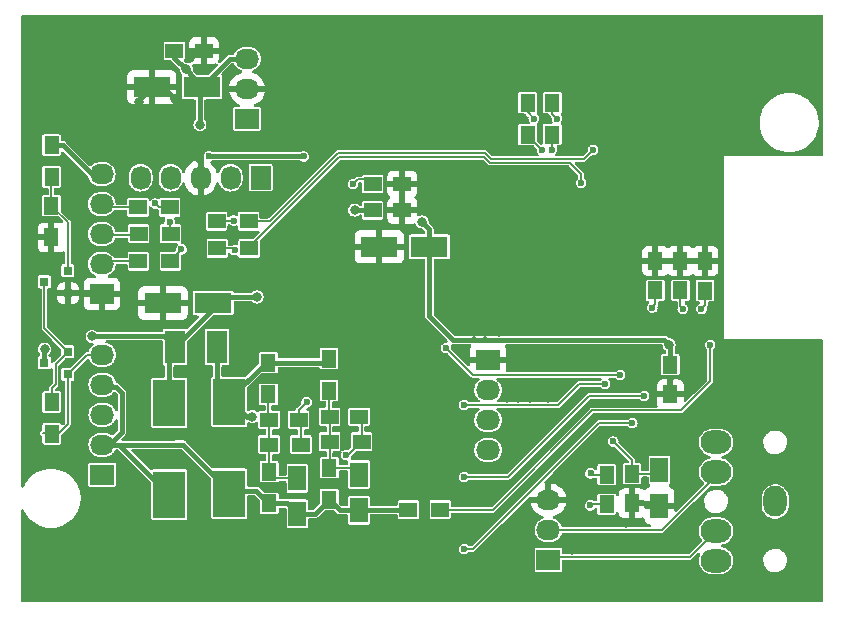
<source format=gbl>
%TF.GenerationSoftware,KiCad,Pcbnew,6.0.5-a6ca702e91~116~ubuntu20.04.1*%
%TF.CreationDate,2022-06-15T21:03:55+02:00*%
%TF.ProjectId,vwcdpic_with_BT,76776364-7069-4635-9f77-6974685f4254,rev?*%
%TF.SameCoordinates,Original*%
%TF.FileFunction,Copper,L2,Bot*%
%TF.FilePolarity,Positive*%
%FSLAX46Y46*%
G04 Gerber Fmt 4.6, Leading zero omitted, Abs format (unit mm)*
G04 Created by KiCad (PCBNEW 6.0.5-a6ca702e91~116~ubuntu20.04.1) date 2022-06-15 21:03:55*
%MOMM*%
%LPD*%
G01*
G04 APERTURE LIST*
%TA.AperFunction,ComponentPad*%
%ADD10R,2.032000X1.727200*%
%TD*%
%TA.AperFunction,ComponentPad*%
%ADD11O,2.032000X1.727200*%
%TD*%
%TA.AperFunction,ComponentPad*%
%ADD12R,1.727200X2.032000*%
%TD*%
%TA.AperFunction,ComponentPad*%
%ADD13O,1.727200X2.032000*%
%TD*%
%TA.AperFunction,ComponentPad*%
%ADD14O,2.000000X2.600000*%
%TD*%
%TA.AperFunction,ComponentPad*%
%ADD15O,2.600000X2.000000*%
%TD*%
%TA.AperFunction,SMDPad,CuDef*%
%ADD16R,1.300000X1.500000*%
%TD*%
%TA.AperFunction,SMDPad,CuDef*%
%ADD17R,1.500000X1.250000*%
%TD*%
%TA.AperFunction,SMDPad,CuDef*%
%ADD18R,1.500000X1.300000*%
%TD*%
%TA.AperFunction,SMDPad,CuDef*%
%ADD19R,1.250000X1.500000*%
%TD*%
%TA.AperFunction,SMDPad,CuDef*%
%ADD20R,1.501140X2.148840*%
%TD*%
%TA.AperFunction,SMDPad,CuDef*%
%ADD21R,1.778000X2.794000*%
%TD*%
%TA.AperFunction,SMDPad,CuDef*%
%ADD22R,2.700020X4.000500*%
%TD*%
%TA.AperFunction,SMDPad,CuDef*%
%ADD23R,0.800100X0.800100*%
%TD*%
%TA.AperFunction,SMDPad,CuDef*%
%ADD24R,3.149600X1.800860*%
%TD*%
%TA.AperFunction,ViaPad*%
%ADD25C,0.500000*%
%TD*%
%TA.AperFunction,ViaPad*%
%ADD26C,0.800000*%
%TD*%
%TA.AperFunction,ViaPad*%
%ADD27C,0.600000*%
%TD*%
%TA.AperFunction,Conductor*%
%ADD28C,0.400000*%
%TD*%
%TA.AperFunction,Conductor*%
%ADD29C,0.150000*%
%TD*%
%TA.AperFunction,Conductor*%
%ADD30C,0.200000*%
%TD*%
G04 APERTURE END LIST*
D10*
%TO.P,P3,1,Pin_1*%
%TO.N,GND*%
X95758000Y-62992000D03*
D11*
%TO.P,P3,2,Pin_2*%
%TO.N,/IN_DETECT*%
X95758000Y-65532000D03*
%TO.P,P3,3,Pin_3*%
%TO.N,/INR*%
X95758000Y-68072000D03*
%TO.P,P3,4,Pin_4*%
%TO.N,/INL*%
X95758000Y-70612000D03*
%TD*%
D12*
%TO.P,P2,1,Pin_1*%
%TO.N,/RESET*%
X76494020Y-47558210D03*
D13*
%TO.P,P2,2,Pin_2*%
%TO.N,+5V*%
X73954020Y-47558210D03*
%TO.P,P2,3,Pin_3*%
%TO.N,GND*%
X71414020Y-47558210D03*
%TO.P,P2,4,Pin_4*%
%TO.N,/PDATA*%
X68874020Y-47558210D03*
%TO.P,P2,5,Pin_5*%
%TO.N,/PCLK*%
X66334020Y-47558210D03*
%TD*%
D10*
%TO.P,P4,1,Pin_1*%
%TO.N,/MIC_IN_L_ALT*%
X100866200Y-79923000D03*
D11*
%TO.P,P4,2,Pin_2*%
%TO.N,/MIC_IN_P_ALT*%
X100866200Y-77383000D03*
%TO.P,P4,3,Pin_3*%
%TO.N,GND*%
X100866200Y-74843000D03*
%TD*%
D10*
%TO.P,J6,1,Pin_1*%
%TO.N,/AOUTL*%
X63092000Y-72714800D03*
D11*
%TO.P,J6,2,Pin_2*%
%TO.N,GNDA*%
X63092000Y-70174800D03*
%TO.P,J6,3,Pin_3*%
%TO.N,/AOUTR*%
X63092000Y-67634800D03*
%TO.P,J6,4,Pin_4*%
%TO.N,GNDA*%
X63092000Y-65094800D03*
%TO.P,J6,5,Pin_5*%
%TO.N,/12Vin*%
X63092000Y-62554800D03*
%TD*%
D14*
%TO.P,J7,1,1*%
%TO.N,/MIC_IN_N*%
X120062000Y-74970000D03*
D15*
%TO.P,J7,2,2*%
X115062000Y-79970000D03*
%TO.P,J7,3,3*%
%TO.N,/MIC_IN_L_ALT*%
X115062000Y-77470000D03*
%TO.P,J7,4,4*%
%TO.N,/MIC_IN_P_ALT*%
X115062000Y-72470000D03*
%TO.P,J7,5,5*%
%TO.N,/MIC_IN_P*%
X115062000Y-69970000D03*
%TD*%
D10*
%TO.P,J8,1,Pin_1*%
%TO.N,GND*%
X63054910Y-57408010D03*
D11*
%TO.P,J8,2,Pin_2*%
%TO.N,/Clock*%
X63054910Y-54868010D03*
%TO.P,J8,3,Pin_3*%
%TO.N,/DataIn*%
X63054910Y-52328010D03*
%TO.P,J8,4,Pin_4*%
%TO.N,/DataOut*%
X63054910Y-49788010D03*
%TO.P,J8,5,Pin_5*%
%TO.N,/CDC_ENA_12V*%
X63054910Y-47248010D03*
%TD*%
D10*
%TO.P,P1,1,Pin_1*%
%TO.N,Net-(C25-Pad1)*%
X75348510Y-42579810D03*
D11*
%TO.P,P1,2,Pin_2*%
%TO.N,GND*%
X75348510Y-40039810D03*
%TO.P,P1,3,Pin_3*%
%TO.N,+5V*%
X75348510Y-37499810D03*
%TD*%
D16*
%TO.P,R16,1*%
%TO.N,/VGNDA*%
X82290600Y-65586600D03*
%TO.P,R16,2*%
%TO.N,+12C*%
X82290600Y-62886600D03*
%TD*%
D17*
%TO.P,C18,1*%
%TO.N,/OA_A_IN_P*%
X84836000Y-67792600D03*
%TO.P,C18,2*%
%TO.N,/VGNDA*%
X82336000Y-67792600D03*
%TD*%
D18*
%TO.P,R22,1*%
%TO.N,/VGNDB*%
X77210600Y-70154800D03*
%TO.P,R22,2*%
%TO.N,/OA_B_IN_P*%
X79910600Y-70154800D03*
%TD*%
%TO.P,R24,1*%
%TO.N,/VGNDA*%
X82341400Y-69900800D03*
%TO.P,R24,2*%
%TO.N,/OA_A_IN_P*%
X85041400Y-69900800D03*
%TD*%
D19*
%TO.P,C28,1*%
%TO.N,/MIC_BIAS*%
X107952800Y-72627800D03*
%TO.P,C28,2*%
%TO.N,GND*%
X107952800Y-75127800D03*
%TD*%
D20*
%TO.P,C13,1*%
%TO.N,/VGNDA*%
X84825510Y-72703690D03*
%TO.P,C13,2*%
%TO.N,GNDA*%
X84825510Y-75705970D03*
%TD*%
D16*
%TO.P,R31,1*%
%TO.N,/LED*%
X99100800Y-43904200D03*
%TO.P,R31,2*%
%TO.N,/LED_R*%
X99100800Y-41204200D03*
%TD*%
%TO.P,R26,1*%
%TO.N,/S{slash}R*%
X101183600Y-43922000D03*
%TO.P,R26,2*%
%TO.N,/S{slash}R_R*%
X101183600Y-41222000D03*
%TD*%
D19*
%TO.P,C5,1*%
%TO.N,+BATT*%
X111190000Y-63400000D03*
%TO.P,C5,2*%
%TO.N,GND*%
X111190000Y-65900000D03*
%TD*%
D16*
%TO.P,R17,1*%
%TO.N,GNDA*%
X82316000Y-74810600D03*
%TO.P,R17,2*%
%TO.N,/VGNDA*%
X82316000Y-72110600D03*
%TD*%
D19*
%TO.P,C26,1*%
%TO.N,/MICP*%
X105793800Y-72698600D03*
%TO.P,C26,2*%
%TO.N,/MICN*%
X105793800Y-75198600D03*
%TD*%
D20*
%TO.P,C22,1*%
%TO.N,/MIC_BIAS*%
X110264200Y-72325860D03*
%TO.P,C22,2*%
%TO.N,GND*%
X110264200Y-75328140D03*
%TD*%
D21*
%TO.P,L1,1,1*%
%TO.N,+12V*%
X69264200Y-61879480D03*
%TO.P,L1,2,2*%
%TO.N,+12C*%
X72820200Y-61879480D03*
%TD*%
D22*
%TO.P,C11,1*%
%TO.N,+12C*%
X73836200Y-66548000D03*
%TO.P,C11,2*%
%TO.N,GNDA*%
X73836200Y-74325480D03*
%TD*%
%TO.P,C10,1*%
%TO.N,+12V*%
X68756200Y-66626740D03*
%TO.P,C10,2*%
%TO.N,GNDA*%
X68756200Y-74404220D03*
%TD*%
D17*
%TO.P,C17,1*%
%TO.N,/OA_B_IN_P*%
X79714400Y-68046600D03*
%TO.P,C17,2*%
%TO.N,/VGNDB*%
X77214400Y-68046600D03*
%TD*%
D18*
%TO.P,R4,1*%
%TO.N,/RX*%
X75489200Y-51241210D03*
%TO.P,R4,2*%
%TO.N,/RX_PIC*%
X72789200Y-51241210D03*
%TD*%
%TO.P,R2,1*%
%TO.N,/PCLK*%
X68889000Y-52308010D03*
%TO.P,R2,2*%
%TO.N,/DataIn*%
X66189000Y-52308010D03*
%TD*%
D16*
%TO.P,R32,1*%
%TO.N,GND*%
X58790000Y-52620000D03*
%TO.P,R32,2*%
%TO.N,Net-(Q1-Pad1)*%
X58790000Y-49920000D03*
%TD*%
D19*
%TO.P,C33,1*%
%TO.N,/VBUS*%
X109920000Y-57100000D03*
%TO.P,C33,2*%
%TO.N,GND*%
X109920000Y-54600000D03*
%TD*%
D23*
%TO.P,Q1,1,G*%
%TO.N,Net-(Q1-Pad1)*%
X60182760Y-55438000D03*
%TO.P,Q1,2,S*%
%TO.N,GND*%
X60182760Y-57338000D03*
%TO.P,Q1,3,D*%
%TO.N,Net-(Q1-Pad3)*%
X58183780Y-56388000D03*
%TD*%
D16*
%TO.P,R6,1*%
%TO.N,/VGNDB*%
X77163600Y-65913000D03*
%TO.P,R6,2*%
%TO.N,+12C*%
X77163600Y-63213000D03*
%TD*%
D20*
%TO.P,C3,1*%
%TO.N,/VGNDB*%
X79602000Y-73022460D03*
%TO.P,C3,2*%
%TO.N,GNDA*%
X79602000Y-76024740D03*
%TD*%
D18*
%TO.P,R3,1*%
%TO.N,/TX*%
X75518400Y-53552610D03*
%TO.P,R3,2*%
%TO.N,/TX_PIC*%
X72818400Y-53552610D03*
%TD*%
D17*
%TO.P,C24,1*%
%TO.N,GND*%
X88493918Y-48095902D03*
%TO.P,C24,2*%
%TO.N,/ADJ*%
X85993918Y-48095902D03*
%TD*%
D24*
%TO.P,C37,1*%
%TO.N,+12V*%
X72483980Y-58166000D03*
%TO.P,C37,2*%
%TO.N,GND*%
X68232020Y-58166000D03*
%TD*%
D16*
%TO.P,R7,1*%
%TO.N,GNDA*%
X77214400Y-75137000D03*
%TO.P,R7,2*%
%TO.N,/VGNDB*%
X77214400Y-72437000D03*
%TD*%
D17*
%TO.P,C29,1*%
%TO.N,+BATT*%
X85993918Y-50331102D03*
%TO.P,C29,2*%
%TO.N,GND*%
X88493918Y-50331102D03*
%TD*%
D24*
%TO.P,C1,1*%
%TO.N,+BATT*%
X90792968Y-53410852D03*
%TO.P,C1,2*%
%TO.N,GND*%
X86541008Y-53410852D03*
%TD*%
D18*
%TO.P,R14,1*%
%TO.N,/AGND*%
X91700000Y-75666600D03*
%TO.P,R14,2*%
%TO.N,GNDA*%
X89000000Y-75666600D03*
%TD*%
%TO.P,R1,1*%
%TO.N,/PDATA*%
X68838200Y-54619410D03*
%TO.P,R1,2*%
%TO.N,/Clock*%
X66138200Y-54619410D03*
%TD*%
%TO.P,R5,1*%
%TO.N,/GP2_PIC*%
X68812800Y-50072810D03*
%TO.P,R5,2*%
%TO.N,/DataOut*%
X66112800Y-50072810D03*
%TD*%
D24*
%TO.P,C34,1*%
%TO.N,+5V*%
X71535290Y-39881810D03*
%TO.P,C34,2*%
%TO.N,GND*%
X67283330Y-39881810D03*
%TD*%
D19*
%TO.P,C31,1*%
%TO.N,/VCC3IO*%
X114124900Y-57110000D03*
%TO.P,C31,2*%
%TO.N,GND*%
X114124900Y-54610000D03*
%TD*%
D16*
%TO.P,R29,1*%
%TO.N,/12Vin*%
X58830000Y-69250000D03*
%TO.P,R29,2*%
%TO.N,Net-(Q1-Pad3)*%
X58830000Y-66550000D03*
%TD*%
D19*
%TO.P,C32,1*%
%TO.N,/VCC3SYS*%
X112042100Y-57104600D03*
%TO.P,C32,2*%
%TO.N,GND*%
X112042100Y-54604600D03*
%TD*%
D16*
%TO.P,R30,1*%
%TO.N,/CDC_ENA_12V*%
X58800000Y-44800000D03*
%TO.P,R30,2*%
%TO.N,Net-(Q1-Pad1)*%
X58800000Y-47500000D03*
%TD*%
D17*
%TO.P,C30,1*%
%TO.N,+5V*%
X69200710Y-36808410D03*
%TO.P,C30,2*%
%TO.N,GND*%
X71700710Y-36808410D03*
%TD*%
D23*
%TO.P,Q2,1,G*%
%TO.N,Net-(Q1-Pad3)*%
X60182760Y-62296000D03*
%TO.P,Q2,2,S*%
%TO.N,/12Vin*%
X60182760Y-64196000D03*
%TO.P,Q2,3,D*%
%TO.N,+12V*%
X58183780Y-63246000D03*
%TD*%
D25*
%TO.N,GND*%
X78130000Y-51580000D03*
X77530000Y-52190000D03*
X76880000Y-52840000D03*
X77040000Y-50630000D03*
X77840000Y-49940000D03*
X78760000Y-49030000D03*
X79330000Y-48460000D03*
X79860000Y-47930000D03*
X81200000Y-48740000D03*
X81160000Y-46610000D03*
X81550000Y-48190000D03*
X86880000Y-46310000D03*
X84170000Y-46350000D03*
X81780000Y-45990000D03*
X82390000Y-45380000D03*
X83120000Y-44910000D03*
X84480000Y-44960000D03*
X85610000Y-44940000D03*
X86720000Y-44930000D03*
X90160000Y-44870000D03*
X90180000Y-46480000D03*
X91210000Y-46400000D03*
X105020000Y-44480000D03*
X104210000Y-44530000D03*
D26*
%TO.N,+5V*%
X70196710Y-38383210D03*
X71360710Y-43077810D03*
D25*
%TO.N,GND*%
X95500000Y-77120000D03*
X101900000Y-61930000D03*
X98950000Y-79180000D03*
X103000000Y-68120000D03*
X108490000Y-63700000D03*
X94310000Y-79640000D03*
X106180000Y-44200000D03*
X107320000Y-45080000D03*
X110370000Y-80310000D03*
X98480000Y-67350000D03*
X109270000Y-42230000D03*
X98390000Y-72710000D03*
X96560000Y-73480000D03*
X93800000Y-69730000D03*
X108630000Y-67820000D03*
X95460000Y-61180000D03*
X97620000Y-67350000D03*
X108500000Y-64570000D03*
X98970000Y-78110000D03*
X99290000Y-66390000D03*
X112110000Y-42220000D03*
X94660000Y-54300000D03*
X113640000Y-68430000D03*
X101830000Y-70780000D03*
X95020000Y-75100000D03*
X103020000Y-61930000D03*
X98970000Y-77200000D03*
X112990000Y-80290000D03*
X102600000Y-45090000D03*
X101900000Y-63700000D03*
X112080000Y-80290000D03*
X117520000Y-68430000D03*
X119360000Y-68440000D03*
X95900000Y-60230000D03*
X97650000Y-44730000D03*
X111690000Y-68470000D03*
X97690000Y-71220000D03*
X94650000Y-53370000D03*
X97670000Y-70070000D03*
X99730000Y-64750000D03*
X106320000Y-61930000D03*
X97280000Y-76970000D03*
X96230000Y-76380000D03*
X95220000Y-79020000D03*
D26*
X107470200Y-76758500D03*
D25*
X103020000Y-63700000D03*
X99730000Y-62860000D03*
X108920000Y-68470000D03*
X114570000Y-68440000D03*
X107440000Y-63700000D03*
X109560000Y-61930000D03*
X101950000Y-82030000D03*
X95900000Y-59320000D03*
X107600000Y-80310000D03*
X101660000Y-69410000D03*
X121240000Y-68420000D03*
X99390000Y-69950000D03*
X97500000Y-72010000D03*
D26*
X70522510Y-37413610D03*
D25*
X106490000Y-65470000D03*
X102860000Y-81070000D03*
X96660000Y-77580000D03*
X95910000Y-58390000D03*
X99120000Y-71940000D03*
X108490000Y-62860000D03*
X95990000Y-47520000D03*
X103800000Y-80290000D03*
X100820000Y-66340000D03*
X105220000Y-66650000D03*
X98980000Y-76270000D03*
X100130000Y-72510000D03*
X93780000Y-68700000D03*
X98320000Y-63670000D03*
X104150000Y-62860000D03*
X114900000Y-42840000D03*
X110180000Y-42230000D03*
X122170000Y-68430000D03*
X101020000Y-82020000D03*
X99980000Y-67460000D03*
X100820000Y-67330000D03*
X93780000Y-67790000D03*
X101900000Y-64740000D03*
X99290000Y-68130000D03*
X111180000Y-42230000D03*
X98950000Y-81040000D03*
X94850000Y-77790000D03*
X93110000Y-75170000D03*
X94940000Y-76210000D03*
X93912323Y-76223439D03*
X98320000Y-66340000D03*
X94550000Y-61180000D03*
X102860000Y-80160000D03*
X105460000Y-45080000D03*
X120310000Y-68430000D03*
X95990000Y-78230000D03*
X96600000Y-72320000D03*
X93850000Y-62000000D03*
X101900000Y-62860000D03*
X118450000Y-68440000D03*
X106180000Y-43290000D03*
X100810000Y-65570000D03*
X100180000Y-69180000D03*
X113040000Y-42230000D03*
X96250000Y-45390000D03*
X107410000Y-42230000D03*
X100810000Y-70290000D03*
X108530000Y-80300000D03*
X103020000Y-62860000D03*
X96970000Y-75630000D03*
X107430000Y-65510000D03*
X106190000Y-42360000D03*
X102860000Y-82030000D03*
X108540000Y-66720000D03*
X109560000Y-62860000D03*
X94460000Y-44850000D03*
X102870000Y-79230000D03*
X94520000Y-73490000D03*
X108500000Y-65500000D03*
X93530000Y-44860000D03*
X105290000Y-67750000D03*
X115480000Y-68440000D03*
X95390000Y-44860000D03*
X94650000Y-52520000D03*
X101030000Y-71620000D03*
X98410000Y-71190000D03*
X94650000Y-55230000D03*
D26*
X69227110Y-40928810D03*
D25*
X100810000Y-64730000D03*
X109460000Y-80310000D03*
X96660000Y-74320000D03*
X107440000Y-62860000D03*
X93800000Y-64720000D03*
X99730000Y-65590000D03*
X110780000Y-68470000D03*
X92990000Y-46390000D03*
X98960000Y-80110000D03*
X114890000Y-44680000D03*
X100090000Y-82030000D03*
X106380000Y-66650000D03*
X99730000Y-63700000D03*
X109560000Y-63700000D03*
X94650000Y-56140000D03*
X97930000Y-74710000D03*
X114890000Y-43770000D03*
X107430000Y-64840000D03*
X103000000Y-69670000D03*
X104130000Y-66950000D03*
X93060000Y-76190000D03*
X99940000Y-71140000D03*
X106320000Y-63700000D03*
X105200000Y-62870000D03*
X98970000Y-75340000D03*
X94650000Y-51610000D03*
X100830000Y-68500000D03*
X97560000Y-73460000D03*
X95500000Y-73450000D03*
X98640000Y-62860000D03*
X94520000Y-72310000D03*
X100820000Y-63700000D03*
X109850000Y-68460000D03*
X93750000Y-71640000D03*
X98050000Y-65520000D03*
X104130000Y-65550000D03*
X104730000Y-80280000D03*
X98120000Y-76100000D03*
X113950000Y-42230000D03*
X95990000Y-48430000D03*
X105200000Y-61940000D03*
X98660000Y-74000000D03*
X116590000Y-68440000D03*
X108490000Y-61930000D03*
X97660000Y-68680000D03*
X107400000Y-66630000D03*
D26*
X66204510Y-41147410D03*
D25*
X93800000Y-70640000D03*
X107250000Y-67770000D03*
X111150000Y-80280000D03*
X104150000Y-63700000D03*
X94650000Y-49750000D03*
X112710000Y-68440000D03*
X98640000Y-61930000D03*
X96710000Y-60750000D03*
X101880000Y-67530000D03*
X94660000Y-50680000D03*
X103010000Y-64780000D03*
X106320000Y-62860000D03*
X94830000Y-46400000D03*
X104150000Y-61930000D03*
X98780000Y-64870000D03*
X98540000Y-68690000D03*
X105660000Y-80290000D03*
X96980000Y-45070000D03*
X104190000Y-68530000D03*
X93800000Y-65630000D03*
X100820000Y-61930000D03*
X94270000Y-78380000D03*
X94630000Y-57060000D03*
X93850000Y-62910000D03*
X95580000Y-46750000D03*
X99730000Y-61930000D03*
X101900000Y-65900000D03*
X100820000Y-62860000D03*
X107440000Y-61930000D03*
X103530000Y-45080000D03*
X95560000Y-72290000D03*
X93920000Y-46400000D03*
X99380000Y-73270000D03*
X102860000Y-78300000D03*
X106160000Y-67770000D03*
X108340000Y-42220000D03*
X103000000Y-66490000D03*
X98950000Y-81950000D03*
X98560000Y-70060000D03*
X95860000Y-75080000D03*
X106390000Y-45070000D03*
X94010000Y-75090000D03*
X106570000Y-80290000D03*
X97370000Y-66360000D03*
X105200000Y-63710000D03*
X123080000Y-68430000D03*
D26*
%TO.N,+12V*%
X62230000Y-60980000D03*
X76200000Y-57658000D03*
X58220000Y-62060000D03*
D27*
%TO.N,/S{slash}R_R*%
X101590000Y-42575800D03*
D26*
%TO.N,+BATT*%
X90158302Y-51296302D03*
X84449918Y-50305702D03*
X111084360Y-61685640D03*
D27*
%TO.N,/BTOUTL*%
X106934000Y-64262000D03*
X92202000Y-61976000D03*
%TO.N,/BTOUTR*%
X107960000Y-68330000D03*
X93726000Y-78994000D03*
D26*
%TO.N,+12C*%
X75792000Y-67792600D03*
D27*
%TO.N,/MIC_BIAS*%
X106346000Y-69890000D03*
%TO.N,/BTOUTRN*%
X93726000Y-72898000D03*
X108966000Y-66040000D03*
%TO.N,/BTOUTLN*%
X93726000Y-66802000D03*
X105664000Y-65024000D03*
%TO.N,/MICP*%
X104441000Y-72582400D03*
%TO.N,/MICN*%
X104415600Y-75300200D03*
%TO.N,/LED_R*%
X99634200Y-42550400D03*
%TO.N,/S{slash}R*%
X101145500Y-45192000D03*
%TO.N,/LED*%
X100330000Y-45212000D03*
%TO.N,/PCLK*%
X68803220Y-51317410D03*
%TO.N,/PDATA*%
X69793820Y-53628810D03*
%TO.N,/RX*%
X104648000Y-45212000D03*
%TO.N,/TX*%
X103632000Y-48006000D03*
%TO.N,/AGND*%
X114554000Y-61722000D03*
%TO.N,/OA_B_IN_P*%
X80393200Y-66573400D03*
%TO.N,/OA_A_IN_P*%
X83746000Y-71043800D03*
%TO.N,/TX_PIC*%
X74318898Y-53679610D03*
%TO.N,/RX_PIC*%
X74213420Y-51190410D03*
%TO.N,/GP2_PIC*%
X67584020Y-49742610D03*
%TO.N,/ADJ*%
X84322918Y-48095902D03*
%TO.N,/VBUS*%
X109654500Y-58552400D03*
%TO.N,/VCC3SYS*%
X112245300Y-58654000D03*
%TO.N,/VCC3IO*%
X113820100Y-58654000D03*
%TO.N,Net-(C2-Pad1)*%
X80160000Y-45760000D03*
X72136000Y-45720000D03*
%TD*%
D28*
%TO.N,/CDC_ENA_12V*%
X58800000Y-44800000D02*
X59740000Y-44800000D01*
X59740000Y-44800000D02*
X62188010Y-47248010D01*
X62188010Y-47248010D02*
X63054910Y-47248010D01*
%TO.N,+5V*%
X71360710Y-40056390D02*
X71535290Y-39881810D01*
X70196710Y-38383210D02*
X71535290Y-39848790D01*
X73917290Y-37499810D02*
X75348510Y-37499810D01*
X69200710Y-37387210D02*
X70196710Y-38383210D01*
X69200710Y-36808410D02*
X69200710Y-37387210D01*
X71360710Y-43077810D02*
X71360710Y-40056390D01*
X71535290Y-39848790D02*
X71535290Y-39881810D01*
X71535290Y-39881810D02*
X73917290Y-37499810D01*
D29*
%TO.N,/DataOut*%
X63322600Y-50072810D02*
X63119400Y-49869610D01*
X66112800Y-50072810D02*
X63322600Y-50072810D01*
D28*
%TO.N,GND*%
X107952800Y-76275900D02*
X107470200Y-76758500D01*
X66204510Y-40960630D02*
X67283330Y-39881810D01*
X69227110Y-40928810D02*
X69227110Y-44103810D01*
X107952800Y-75127800D02*
X107952800Y-76275900D01*
X107952800Y-75127800D02*
X110063860Y-75127800D01*
X71700710Y-36808410D02*
X71127710Y-36808410D01*
X66204510Y-41147410D02*
X66204510Y-40960630D01*
X112036700Y-54610000D02*
X112042100Y-54604600D01*
X112042100Y-54604600D02*
X114119500Y-54604600D01*
X62880381Y-57233481D02*
X63054910Y-57408010D01*
X68180110Y-39881810D02*
X67283330Y-39881810D01*
X60368519Y-57233481D02*
X62880381Y-57233481D01*
X110063860Y-75127800D02*
X110264200Y-75328140D01*
X109953900Y-54604600D02*
X109959300Y-54610000D01*
X109959300Y-54610000D02*
X112036700Y-54610000D01*
X114119500Y-54604600D02*
X114124900Y-54610000D01*
X69227110Y-44103810D02*
X71414020Y-46290720D01*
X71414020Y-46290720D02*
X71414020Y-47558210D01*
X69227110Y-40928810D02*
X68180110Y-39881810D01*
X71127710Y-36808410D02*
X70522510Y-37413610D01*
%TO.N,+12V*%
X62250000Y-60960000D02*
X62230000Y-60980000D01*
X68756200Y-66626740D02*
X68756200Y-62387480D01*
X69264200Y-61904880D02*
X68319320Y-60960000D01*
X58183780Y-62096220D02*
X58220000Y-62060000D01*
X68588880Y-62554800D02*
X69264200Y-61879480D01*
X68756200Y-62387480D02*
X69264200Y-61879480D01*
X73511080Y-57658000D02*
X69264200Y-61904880D01*
X68319320Y-60960000D02*
X62250000Y-60960000D01*
X58183780Y-63246000D02*
X58183780Y-62096220D01*
X76200000Y-57658000D02*
X73511080Y-57658000D01*
D29*
%TO.N,/S{slash}R_R*%
X101183600Y-42169400D02*
X101183600Y-41222000D01*
X101590000Y-42575800D02*
X101183600Y-42169400D01*
D28*
%TO.N,+BATT*%
X110688720Y-61290000D02*
X111084360Y-61685640D01*
X92790000Y-61290000D02*
X110688720Y-61290000D01*
X90792968Y-59292968D02*
X92790000Y-61290000D01*
X85968518Y-50305702D02*
X85993918Y-50331102D01*
X90792968Y-51930968D02*
X90158302Y-51296302D01*
X90792968Y-53410852D02*
X90792968Y-51930968D01*
X84449918Y-50305702D02*
X85968518Y-50305702D01*
X111190000Y-61791280D02*
X111084360Y-61685640D01*
X111190000Y-63400000D02*
X111190000Y-61791280D01*
X90792968Y-53410852D02*
X90792968Y-59292968D01*
D29*
%TO.N,/BTOUTL*%
X106934000Y-64262000D02*
X94488000Y-64262000D01*
X94488000Y-64262000D02*
X92202000Y-61976000D01*
%TO.N,/BTOUTR*%
X107960000Y-68330000D02*
X107950000Y-68320000D01*
X105162000Y-68320000D02*
X94488000Y-78994000D01*
X94488000Y-78994000D02*
X93726000Y-78994000D01*
X107950000Y-68320000D02*
X105162000Y-68320000D01*
D28*
%TO.N,GNDA*%
X69264200Y-70154800D02*
X69244200Y-70174800D01*
X69244200Y-70174800D02*
X63092000Y-70174800D01*
X79602000Y-76024740D02*
X81101860Y-76024740D01*
X63657800Y-70200200D02*
X63092000Y-70200200D01*
X73836200Y-74071480D02*
X76148880Y-74071480D01*
X77214400Y-75137000D02*
X78714260Y-75137000D01*
X76148880Y-74071480D02*
X77214400Y-75137000D01*
X81101860Y-76024740D02*
X82316000Y-74810600D01*
X69919520Y-70154800D02*
X69264200Y-70154800D01*
X64526780Y-70174800D02*
X68756200Y-74404220D01*
X64770000Y-69088000D02*
X63657800Y-70200200D01*
X84864880Y-75666600D02*
X84825510Y-75705970D01*
X63092000Y-70174800D02*
X64526780Y-70174800D01*
X84825510Y-75705970D02*
X83211370Y-75705970D01*
X73836200Y-74071480D02*
X69919520Y-70154800D01*
X89000000Y-75666600D02*
X84864880Y-75666600D01*
X64262000Y-65278000D02*
X64770000Y-65786000D01*
X63092000Y-65120200D02*
X63249800Y-65278000D01*
X78714260Y-75137000D02*
X79602000Y-76024740D01*
X83211370Y-75705970D02*
X82316000Y-74810600D01*
X64770000Y-65786000D02*
X64770000Y-69088000D01*
X63249800Y-65278000D02*
X64262000Y-65278000D01*
%TO.N,+12C*%
X77163600Y-63213000D02*
X81964200Y-63213000D01*
X72820200Y-65278000D02*
X73836200Y-66294000D01*
X75792000Y-67792600D02*
X75334800Y-67792600D01*
X72820200Y-61879480D02*
X72820200Y-65278000D01*
X77163600Y-63213000D02*
X76917200Y-63213000D01*
X76917200Y-63213000D02*
X73836200Y-66294000D01*
X81964200Y-63213000D02*
X82290600Y-62886600D01*
X75334800Y-67792600D02*
X73836200Y-66294000D01*
D29*
%TO.N,/DataIn*%
X63119400Y-52409610D02*
X66087400Y-52409610D01*
X66087400Y-52409610D02*
X66189000Y-52308010D01*
%TO.N,/Clock*%
X63449600Y-54619410D02*
X63119400Y-54949610D01*
X66138200Y-54619410D02*
X63449600Y-54619410D01*
%TO.N,/MIC_BIAS*%
X107952800Y-71496800D02*
X106346000Y-69890000D01*
X107952800Y-72627800D02*
X107952800Y-71496800D01*
X109962260Y-72627800D02*
X110264200Y-72325860D01*
X107952800Y-72627800D02*
X109962260Y-72627800D01*
D28*
%TO.N,/CDC_ENA_12V*%
X63050900Y-47244000D02*
X63054910Y-47248010D01*
D29*
%TO.N,/BTOUTRN*%
X104330000Y-66040000D02*
X97472000Y-72898000D01*
X108966000Y-66040000D02*
X104330000Y-66040000D01*
X97472000Y-72898000D02*
X93726000Y-72898000D01*
%TO.N,/BTOUTLN*%
X105664000Y-65024000D02*
X103492300Y-65024000D01*
X103492300Y-65024000D02*
X101714300Y-66802000D01*
X101714300Y-66802000D02*
X93726000Y-66802000D01*
D30*
%TO.N,/MICP*%
X104557200Y-72698600D02*
X104441000Y-72582400D01*
X105793800Y-72698600D02*
X104557200Y-72698600D01*
%TO.N,/MICN*%
X104517200Y-75198600D02*
X104415600Y-75300200D01*
X105793800Y-75198600D02*
X104517200Y-75198600D01*
D29*
%TO.N,/LED_R*%
X99100800Y-41204200D02*
X99100800Y-42017000D01*
X99100800Y-42017000D02*
X99634200Y-42550400D01*
%TO.N,/S{slash}R*%
X101145500Y-43960100D02*
X101183600Y-43922000D01*
X101145500Y-45192000D02*
X101145500Y-43960100D01*
%TO.N,/LED*%
X99100800Y-43982800D02*
X99100800Y-43904200D01*
X100330000Y-45212000D02*
X99100800Y-43982800D01*
%TO.N,/PCLK*%
X68803220Y-51317410D02*
X68803220Y-52222230D01*
X68803220Y-52222230D02*
X68889000Y-52308010D01*
%TO.N,/PDATA*%
X69793820Y-53663790D02*
X68838200Y-54619410D01*
%TO.N,/RX*%
X77282790Y-51241210D02*
X83058000Y-45466000D01*
X83058000Y-45466000D02*
X95504000Y-45466000D01*
X103886000Y-45974000D02*
X104648000Y-45212000D01*
X95504000Y-45466000D02*
X96012000Y-45974000D01*
X96012000Y-45974000D02*
X103886000Y-45974000D01*
X75489200Y-51241210D02*
X77282790Y-51241210D01*
%TO.N,/TX*%
X102661520Y-46273520D02*
X95887934Y-46273520D01*
X95419207Y-45804793D02*
X83142793Y-45804793D01*
X103632000Y-48006000D02*
X103632000Y-47244000D01*
X83142793Y-45804793D02*
X75518400Y-53429186D01*
X103632000Y-47244000D02*
X102661520Y-46273520D01*
X75518400Y-53429186D02*
X75518400Y-53552610D01*
X95887934Y-46273520D02*
X95419207Y-45804793D01*
%TO.N,/AGND*%
X91700000Y-75692000D02*
X96138000Y-75692000D01*
X112100000Y-67250000D02*
X114554000Y-64796000D01*
X104580000Y-67250000D02*
X112100000Y-67250000D01*
X114554000Y-64796000D02*
X114554000Y-61722000D01*
X96138000Y-75692000D02*
X104580000Y-67250000D01*
%TO.N,/VGNDB*%
X77163600Y-67995800D02*
X77214400Y-68046600D01*
X79602000Y-73022460D02*
X77799860Y-73022460D01*
X77210600Y-70154800D02*
X77210600Y-68050400D01*
X77210600Y-68050400D02*
X77214400Y-68046600D01*
X77163600Y-65913000D02*
X77163600Y-67995800D01*
X77214400Y-72437000D02*
X77214400Y-70158600D01*
X77214400Y-70158600D02*
X77210600Y-70154800D01*
X77799860Y-73022460D02*
X77214400Y-72437000D01*
%TO.N,/VGNDA*%
X82336000Y-67792600D02*
X82336000Y-69895400D01*
X82341400Y-72085200D02*
X82316000Y-72110600D01*
X82316000Y-72110600D02*
X84232420Y-72110600D01*
X82290600Y-65586600D02*
X82290600Y-67747200D01*
X84232420Y-72110600D02*
X84825510Y-72703690D01*
X82336000Y-69895400D02*
X82341400Y-69900800D01*
X82290600Y-67747200D02*
X82336000Y-67792600D01*
X82341400Y-69900800D02*
X82341400Y-72085200D01*
D30*
%TO.N,/OA_B_IN_P*%
X79910600Y-70154800D02*
X79910600Y-68242800D01*
X79910600Y-68242800D02*
X79714400Y-68046600D01*
X79714400Y-67252200D02*
X80393200Y-66573400D01*
X79714400Y-68046600D02*
X79714400Y-67252200D01*
%TO.N,/OA_A_IN_P*%
X83898400Y-71043800D02*
X85041400Y-69900800D01*
X85041400Y-69900800D02*
X85041400Y-67998000D01*
X83746000Y-71043800D02*
X83898400Y-71043800D01*
X85041400Y-67998000D02*
X84836000Y-67792600D01*
D29*
%TO.N,/TX_PIC*%
X72818400Y-53552610D02*
X74191898Y-53552610D01*
X74191898Y-53552610D02*
X74318898Y-53679610D01*
%TO.N,/RX_PIC*%
X74213420Y-51190410D02*
X72840000Y-51190410D01*
X72840000Y-51190410D02*
X72789200Y-51241210D01*
%TO.N,/GP2_PIC*%
X68812800Y-50072810D02*
X67914220Y-50072810D01*
X67914220Y-50072810D02*
X67584020Y-49742610D01*
%TO.N,/ADJ*%
X85841518Y-47689502D02*
X84729318Y-47689502D01*
X84729318Y-47689502D02*
X84322918Y-48095902D01*
%TO.N,/VBUS*%
X109654500Y-58552400D02*
X109920000Y-58286900D01*
X109920000Y-58286900D02*
X109920000Y-57100000D01*
%TO.N,/VCC3SYS*%
X112042100Y-57104600D02*
X112042100Y-58450800D01*
X112042100Y-58450800D02*
X112245300Y-58654000D01*
%TO.N,/VCC3IO*%
X114124900Y-58349200D02*
X114124900Y-57110000D01*
X113820100Y-58654000D02*
X114124900Y-58349200D01*
%TO.N,/MIC_IN_L_ALT*%
X100866200Y-79923000D02*
X101120200Y-79669000D01*
X101120200Y-79669000D02*
X112863000Y-79669000D01*
X112863000Y-79669000D02*
X115062000Y-77470000D01*
%TO.N,/MIC_IN_P_ALT*%
X100866200Y-77383000D02*
X110483352Y-77383000D01*
X110483352Y-77383000D02*
X115062000Y-72804352D01*
D28*
%TO.N,Net-(C2-Pad1)*%
X79450000Y-45720000D02*
X80160000Y-45760000D01*
X72136000Y-45720000D02*
X79450000Y-45720000D01*
D29*
%TO.N,/12Vin*%
X61823960Y-62554800D02*
X60182760Y-64196000D01*
X63092000Y-62554800D02*
X61823960Y-62554800D01*
X62661800Y-62150000D02*
X63092000Y-62580200D01*
X58050000Y-69190000D02*
X59420000Y-69190000D01*
X60182760Y-68427240D02*
X60182760Y-64196000D01*
X59420000Y-69190000D02*
X60182760Y-68427240D01*
%TO.N,Net-(Q1-Pad3)*%
X58830000Y-65380000D02*
X58830000Y-66550000D01*
X59150000Y-63328760D02*
X59150000Y-65060000D01*
X60182760Y-62296000D02*
X59150000Y-63328760D01*
X58183780Y-60297020D02*
X58183780Y-56388000D01*
X60182760Y-62296000D02*
X58183780Y-60297020D01*
X59150000Y-65060000D02*
X58830000Y-65380000D01*
%TO.N,Net-(Q1-Pad1)*%
X58790000Y-49920000D02*
X58790000Y-47510000D01*
X58790000Y-47510000D02*
X58800000Y-47500000D01*
X60182760Y-55438000D02*
X60182760Y-51312760D01*
X60182760Y-51312760D02*
X58790000Y-49920000D01*
%TD*%
%TA.AperFunction,Conductor*%
%TO.N,GND*%
G36*
X124071921Y-33812502D02*
G01*
X124118414Y-33866158D01*
X124129800Y-33918500D01*
X124129800Y-45614300D01*
X124109798Y-45682421D01*
X124056142Y-45728914D01*
X124003800Y-45740300D01*
X115752588Y-45740300D01*
X115750500Y-45739435D01*
X115748412Y-45740300D01*
X115742464Y-45742764D01*
X115739135Y-45750800D01*
X115740000Y-45752888D01*
X115740000Y-61242712D01*
X115739135Y-61244800D01*
X115740000Y-61246888D01*
X115742464Y-61252836D01*
X115750500Y-61256165D01*
X115752588Y-61255300D01*
X124003800Y-61255300D01*
X124071921Y-61275302D01*
X124118414Y-61328958D01*
X124129800Y-61381300D01*
X124129800Y-83389200D01*
X124109798Y-83457321D01*
X124056142Y-83503814D01*
X124003800Y-83515200D01*
X56336200Y-83515200D01*
X56268079Y-83495198D01*
X56221586Y-83441542D01*
X56210200Y-83389200D01*
X56210200Y-80801420D01*
X99699700Y-80801420D01*
X99708433Y-80845322D01*
X99715327Y-80855640D01*
X99715328Y-80855642D01*
X99734801Y-80884785D01*
X99741696Y-80895104D01*
X99752015Y-80901999D01*
X99781158Y-80921472D01*
X99781160Y-80921473D01*
X99791478Y-80928367D01*
X99835380Y-80937100D01*
X101897020Y-80937100D01*
X101940922Y-80928367D01*
X101951240Y-80921473D01*
X101951242Y-80921472D01*
X101980385Y-80901999D01*
X101990704Y-80895104D01*
X101997599Y-80884785D01*
X102017072Y-80855642D01*
X102017073Y-80855640D01*
X102023967Y-80845322D01*
X102032700Y-80801420D01*
X102032700Y-80020500D01*
X102052702Y-79952379D01*
X102106358Y-79905886D01*
X102158700Y-79894500D01*
X112853792Y-79894500D01*
X112860386Y-79894673D01*
X112885836Y-79896007D01*
X112885837Y-79896007D01*
X112899064Y-79896700D01*
X112917984Y-79889437D01*
X112936942Y-79883821D01*
X112943816Y-79882360D01*
X112956768Y-79879607D01*
X112967481Y-79871824D01*
X112972029Y-79869799D01*
X112976198Y-79867092D01*
X112988560Y-79862346D01*
X113002892Y-79848014D01*
X113017927Y-79835173D01*
X113023609Y-79831045D01*
X113023611Y-79831043D01*
X113034323Y-79823260D01*
X113040944Y-79811793D01*
X113049806Y-79801950D01*
X113050158Y-79802267D01*
X113055171Y-79795735D01*
X113516516Y-79334390D01*
X113578825Y-79300367D01*
X113649640Y-79305431D01*
X113706476Y-79347978D01*
X113731287Y-79414498D01*
X113722638Y-79470177D01*
X113663083Y-79619455D01*
X113654152Y-79641840D01*
X113653027Y-79647497D01*
X113653025Y-79647503D01*
X113616517Y-79831045D01*
X113612901Y-79849225D01*
X113612825Y-79855000D01*
X113612825Y-79855004D01*
X113611437Y-79961024D01*
X113610133Y-80060654D01*
X113611112Y-80066351D01*
X113611112Y-80066352D01*
X113636445Y-80213780D01*
X113645941Y-80269047D01*
X113719127Y-80467425D01*
X113722079Y-80472386D01*
X113722079Y-80472387D01*
X113743242Y-80507958D01*
X113827238Y-80649144D01*
X113966655Y-80808119D01*
X114132708Y-80939024D01*
X114137819Y-80941713D01*
X114137822Y-80941715D01*
X114192534Y-80970500D01*
X114319836Y-81037477D01*
X114521773Y-81100180D01*
X114527510Y-81100859D01*
X114689768Y-81120064D01*
X114689775Y-81120064D01*
X114693455Y-81120500D01*
X115415641Y-81120500D01*
X115572560Y-81106081D01*
X115578122Y-81104512D01*
X115578124Y-81104512D01*
X115634225Y-81088690D01*
X115776069Y-81048686D01*
X115781247Y-81046133D01*
X115781251Y-81046131D01*
X115960531Y-80957719D01*
X115965710Y-80955165D01*
X116135133Y-80828651D01*
X116278663Y-80673381D01*
X116291215Y-80653488D01*
X116388416Y-80499434D01*
X116388416Y-80499433D01*
X116391495Y-80494554D01*
X116469848Y-80298160D01*
X116470973Y-80292503D01*
X116470975Y-80292497D01*
X116509972Y-80096442D01*
X116509972Y-80096440D01*
X116511099Y-80090775D01*
X116511494Y-80060654D01*
X116512037Y-80019126D01*
X119057541Y-80019126D01*
X119087935Y-80220097D01*
X119158119Y-80410852D01*
X119161479Y-80416272D01*
X119161480Y-80416273D01*
X119261863Y-80578176D01*
X119261866Y-80578180D01*
X119265226Y-80583599D01*
X119404881Y-80731280D01*
X119571379Y-80847863D01*
X119757919Y-80928586D01*
X119790761Y-80935447D01*
X119952144Y-80969162D01*
X119952149Y-80969163D01*
X119956880Y-80970151D01*
X119961762Y-80970407D01*
X119961871Y-80970413D01*
X119961887Y-80970413D01*
X119963539Y-80970500D01*
X120112800Y-80970500D01*
X120160793Y-80965625D01*
X120257868Y-80955765D01*
X120257870Y-80955765D01*
X120264216Y-80955120D01*
X120458172Y-80894338D01*
X120635944Y-80795797D01*
X120790271Y-80663523D01*
X120801425Y-80649144D01*
X120910939Y-80507958D01*
X120914848Y-80502919D01*
X121004587Y-80320545D01*
X121016589Y-80274470D01*
X121054212Y-80130034D01*
X121054212Y-80130031D01*
X121055822Y-80123852D01*
X121066459Y-79920874D01*
X121036065Y-79719903D01*
X120965881Y-79529148D01*
X120934163Y-79477991D01*
X120862137Y-79361824D01*
X120862134Y-79361820D01*
X120858774Y-79356401D01*
X120750008Y-79241384D01*
X120723508Y-79213361D01*
X120723507Y-79213360D01*
X120719119Y-79208720D01*
X120552621Y-79092137D01*
X120366081Y-79011414D01*
X120303236Y-78998285D01*
X120171856Y-78970838D01*
X120171851Y-78970837D01*
X120167120Y-78969849D01*
X120162238Y-78969593D01*
X120162129Y-78969587D01*
X120162113Y-78969587D01*
X120160461Y-78969500D01*
X120011200Y-78969500D01*
X119963207Y-78974375D01*
X119866132Y-78984235D01*
X119866130Y-78984235D01*
X119859784Y-78984880D01*
X119665828Y-79045662D01*
X119488056Y-79144203D01*
X119333729Y-79276477D01*
X119329822Y-79281514D01*
X119329820Y-79281516D01*
X119286378Y-79337522D01*
X119209152Y-79437081D01*
X119119413Y-79619455D01*
X119117804Y-79625633D01*
X119117803Y-79625635D01*
X119070441Y-79807462D01*
X119068178Y-79816148D01*
X119057541Y-80019126D01*
X116512037Y-80019126D01*
X116513406Y-79914556D01*
X116513867Y-79879346D01*
X116512227Y-79869799D01*
X116479038Y-79676650D01*
X116479038Y-79676649D01*
X116478059Y-79670953D01*
X116404873Y-79472575D01*
X116387160Y-79442802D01*
X116299716Y-79295821D01*
X116299715Y-79295820D01*
X116296762Y-79290856D01*
X116157345Y-79131881D01*
X115991292Y-79000976D01*
X115986181Y-78998287D01*
X115986178Y-78998285D01*
X115891362Y-78948400D01*
X115804164Y-78902523D01*
X115602227Y-78839820D01*
X115602809Y-78837944D01*
X115548094Y-78808401D01*
X115513776Y-78746249D01*
X115518508Y-78675410D01*
X115560786Y-78618375D01*
X115602568Y-78597618D01*
X115630437Y-78589758D01*
X115776069Y-78548686D01*
X115781247Y-78546133D01*
X115781251Y-78546131D01*
X115960531Y-78457719D01*
X115965710Y-78455165D01*
X116135133Y-78328651D01*
X116235720Y-78219837D01*
X116274743Y-78177622D01*
X116274745Y-78177620D01*
X116278663Y-78173381D01*
X116291211Y-78153494D01*
X116388416Y-77999434D01*
X116388416Y-77999433D01*
X116391495Y-77994554D01*
X116469848Y-77798160D01*
X116470973Y-77792503D01*
X116470975Y-77792497D01*
X116509972Y-77596442D01*
X116509972Y-77596440D01*
X116511099Y-77590775D01*
X116511191Y-77583799D01*
X116513791Y-77385128D01*
X116513867Y-77379346D01*
X116484367Y-77207664D01*
X116479038Y-77176650D01*
X116479038Y-77176649D01*
X116478059Y-77170953D01*
X116404873Y-76972575D01*
X116385830Y-76940566D01*
X116299716Y-76795821D01*
X116299715Y-76795820D01*
X116296762Y-76790856D01*
X116157345Y-76631881D01*
X115991292Y-76500976D01*
X115986181Y-76498287D01*
X115986178Y-76498285D01*
X115873689Y-76439102D01*
X115804164Y-76402523D01*
X115602227Y-76339820D01*
X115579601Y-76337142D01*
X115434232Y-76319936D01*
X115434225Y-76319936D01*
X115430545Y-76319500D01*
X114708359Y-76319500D01*
X114551440Y-76333919D01*
X114545878Y-76335488D01*
X114545876Y-76335488D01*
X114506416Y-76346617D01*
X114347931Y-76391314D01*
X114342753Y-76393867D01*
X114342749Y-76393869D01*
X114181251Y-76473512D01*
X114158290Y-76484835D01*
X113988867Y-76611349D01*
X113896090Y-76711714D01*
X113853042Y-76758284D01*
X113845337Y-76766619D01*
X113842256Y-76771502D01*
X113760525Y-76901038D01*
X113732505Y-76945446D01*
X113654152Y-77141840D01*
X113653027Y-77147497D01*
X113653025Y-77147503D01*
X113632705Y-77249660D01*
X113612901Y-77349225D01*
X113612825Y-77355000D01*
X113612825Y-77355004D01*
X113612431Y-77385128D01*
X113610133Y-77560654D01*
X113611112Y-77566351D01*
X113611112Y-77566352D01*
X113616874Y-77599882D01*
X113645941Y-77769047D01*
X113719127Y-77967425D01*
X113722079Y-77972386D01*
X113722079Y-77972387D01*
X113801605Y-78106058D01*
X113827238Y-78149144D01*
X113831048Y-78153488D01*
X113831052Y-78153494D01*
X113860026Y-78186532D01*
X113889903Y-78250935D01*
X113880219Y-78321268D01*
X113854390Y-78358705D01*
X112806500Y-79406595D01*
X112744188Y-79440621D01*
X112717405Y-79443500D01*
X102158700Y-79443500D01*
X102090579Y-79423498D01*
X102044086Y-79369842D01*
X102032700Y-79317500D01*
X102032700Y-79044580D01*
X102023967Y-79000678D01*
X102017073Y-78990360D01*
X102017072Y-78990358D01*
X101997599Y-78961215D01*
X101990704Y-78950896D01*
X101961839Y-78931609D01*
X101951242Y-78924528D01*
X101951240Y-78924527D01*
X101940922Y-78917633D01*
X101897020Y-78908900D01*
X99835380Y-78908900D01*
X99791478Y-78917633D01*
X99781160Y-78924527D01*
X99781158Y-78924528D01*
X99770561Y-78931609D01*
X99741696Y-78950896D01*
X99734801Y-78961215D01*
X99715328Y-78990358D01*
X99715327Y-78990360D01*
X99708433Y-79000678D01*
X99699700Y-79044580D01*
X99699700Y-80801420D01*
X56210200Y-80801420D01*
X56210200Y-78988440D01*
X93270901Y-78988440D01*
X93272065Y-78997342D01*
X93272065Y-78997345D01*
X93286468Y-79107489D01*
X93286469Y-79107493D01*
X93287633Y-79116394D01*
X93294703Y-79132462D01*
X93333664Y-79221007D01*
X93339605Y-79234510D01*
X93345382Y-79241383D01*
X93345383Y-79241384D01*
X93399220Y-79305431D01*
X93422639Y-79333291D01*
X93530060Y-79404796D01*
X93617269Y-79432042D01*
X93633398Y-79437081D01*
X93653233Y-79443278D01*
X93662203Y-79443442D01*
X93662207Y-79443443D01*
X93720942Y-79444519D01*
X93782255Y-79445643D01*
X93863481Y-79423498D01*
X93898092Y-79414062D01*
X93898093Y-79414062D01*
X93906755Y-79411700D01*
X93914405Y-79407003D01*
X93914407Y-79407002D01*
X94009072Y-79348878D01*
X94009075Y-79348875D01*
X94016724Y-79344179D01*
X94026580Y-79333291D01*
X94092064Y-79260945D01*
X94152607Y-79223863D01*
X94185479Y-79219500D01*
X94478792Y-79219500D01*
X94485386Y-79219673D01*
X94510836Y-79221007D01*
X94510837Y-79221007D01*
X94524064Y-79221700D01*
X94542984Y-79214437D01*
X94561942Y-79208821D01*
X94562418Y-79208720D01*
X94581768Y-79204607D01*
X94592481Y-79196824D01*
X94597029Y-79194799D01*
X94601198Y-79192092D01*
X94613560Y-79187346D01*
X94627892Y-79173014D01*
X94642927Y-79160173D01*
X94648609Y-79156045D01*
X94648611Y-79156043D01*
X94659323Y-79148260D01*
X94665944Y-79136793D01*
X94674806Y-79126950D01*
X94675159Y-79127268D01*
X94680175Y-79120731D01*
X96922331Y-76878575D01*
X98689325Y-75111580D01*
X99368656Y-75111580D01*
X99394204Y-75233343D01*
X99397264Y-75243539D01*
X99478837Y-75450097D01*
X99483571Y-75459634D01*
X99598786Y-75649503D01*
X99605050Y-75658093D01*
X99750611Y-75825837D01*
X99758241Y-75833257D01*
X99929980Y-75974073D01*
X99938747Y-75980099D01*
X100131756Y-76089966D01*
X100141420Y-76094431D01*
X100350185Y-76170209D01*
X100360448Y-76172979D01*
X100378078Y-76176167D01*
X100441552Y-76207973D01*
X100477754Y-76269046D01*
X100475191Y-76339996D01*
X100434676Y-76398297D01*
X100392077Y-76420776D01*
X100325487Y-76440881D01*
X100149890Y-76534247D01*
X100063168Y-76604976D01*
X100000548Y-76656047D01*
X100000545Y-76656050D01*
X99995773Y-76659942D01*
X99991846Y-76664689D01*
X99991844Y-76664691D01*
X99872934Y-76808429D01*
X99872932Y-76808432D01*
X99869005Y-76813179D01*
X99774415Y-76988119D01*
X99715606Y-77178100D01*
X99714962Y-77184225D01*
X99714962Y-77184226D01*
X99712499Y-77207664D01*
X99694818Y-77375886D01*
X99695377Y-77382026D01*
X99711633Y-77560654D01*
X99712842Y-77573943D01*
X99768993Y-77764727D01*
X99861131Y-77940971D01*
X99985747Y-78095962D01*
X100138095Y-78223796D01*
X100143487Y-78226760D01*
X100143491Y-78226763D01*
X100306973Y-78316638D01*
X100312370Y-78319605D01*
X100501937Y-78379739D01*
X100508056Y-78380425D01*
X100508059Y-78380426D01*
X100560118Y-78386265D01*
X100656709Y-78397100D01*
X101068645Y-78397100D01*
X101071700Y-78396800D01*
X101071709Y-78396800D01*
X101139549Y-78390148D01*
X101216526Y-78382600D01*
X101222427Y-78380818D01*
X101222429Y-78380818D01*
X101383777Y-78332104D01*
X101406913Y-78325119D01*
X101582510Y-78231753D01*
X101678465Y-78153494D01*
X101731852Y-78109953D01*
X101731855Y-78109950D01*
X101736627Y-78106058D01*
X101828871Y-77994554D01*
X101859466Y-77957571D01*
X101859468Y-77957568D01*
X101863395Y-77952821D01*
X101957985Y-77777881D01*
X101982947Y-77697241D01*
X102022198Y-77638082D01*
X102087202Y-77609534D01*
X102103312Y-77608500D01*
X110474144Y-77608500D01*
X110480738Y-77608673D01*
X110506188Y-77610007D01*
X110506189Y-77610007D01*
X110519416Y-77610700D01*
X110538336Y-77603437D01*
X110557294Y-77597821D01*
X110564168Y-77596360D01*
X110577120Y-77593607D01*
X110587833Y-77585824D01*
X110592381Y-77583799D01*
X110596550Y-77581092D01*
X110608912Y-77576346D01*
X110623244Y-77562014D01*
X110638279Y-77549173D01*
X110643961Y-77545045D01*
X110643963Y-77545043D01*
X110654675Y-77537260D01*
X110661296Y-77525793D01*
X110670158Y-77515950D01*
X110670511Y-77516268D01*
X110675527Y-77509731D01*
X113166132Y-75019126D01*
X114057541Y-75019126D01*
X114087935Y-75220097D01*
X114090141Y-75226092D01*
X114090141Y-75226093D01*
X114096156Y-75242442D01*
X114158119Y-75410852D01*
X114161479Y-75416272D01*
X114161480Y-75416273D01*
X114261863Y-75578176D01*
X114261866Y-75578180D01*
X114265226Y-75583599D01*
X114269612Y-75588237D01*
X114394675Y-75720487D01*
X114404881Y-75731280D01*
X114571379Y-75847863D01*
X114757919Y-75928586D01*
X114778588Y-75932904D01*
X114952144Y-75969162D01*
X114952149Y-75969163D01*
X114956880Y-75970151D01*
X114961762Y-75970407D01*
X114961871Y-75970413D01*
X114961887Y-75970413D01*
X114963539Y-75970500D01*
X115112800Y-75970500D01*
X115182503Y-75963420D01*
X115257868Y-75955765D01*
X115257870Y-75955765D01*
X115264216Y-75955120D01*
X115458172Y-75894338D01*
X115635944Y-75795797D01*
X115790271Y-75663523D01*
X115797474Y-75654238D01*
X115885534Y-75540710D01*
X115914848Y-75502919D01*
X116003064Y-75323641D01*
X118911500Y-75323641D01*
X118925919Y-75480560D01*
X118927488Y-75486122D01*
X118927488Y-75486124D01*
X118933517Y-75507502D01*
X118983314Y-75684069D01*
X118985867Y-75689247D01*
X118985869Y-75689251D01*
X119055507Y-75830462D01*
X119076835Y-75873710D01*
X119092119Y-75894178D01*
X119192412Y-76028486D01*
X119203349Y-76043133D01*
X119257066Y-76092788D01*
X119347916Y-76176769D01*
X119358619Y-76186663D01*
X119363502Y-76189744D01*
X119486408Y-76267292D01*
X119537446Y-76299495D01*
X119719886Y-76372281D01*
X119727509Y-76375322D01*
X119733840Y-76377848D01*
X119739497Y-76378973D01*
X119739503Y-76378975D01*
X119935558Y-76417972D01*
X119935560Y-76417972D01*
X119941225Y-76419099D01*
X119947000Y-76419175D01*
X119947004Y-76419175D01*
X120053024Y-76420563D01*
X120152654Y-76421867D01*
X120158986Y-76420779D01*
X120355350Y-76387038D01*
X120355351Y-76387038D01*
X120361047Y-76386059D01*
X120559425Y-76312873D01*
X120579368Y-76301008D01*
X120736179Y-76207716D01*
X120736180Y-76207715D01*
X120741144Y-76204762D01*
X120900119Y-76065345D01*
X121031024Y-75899292D01*
X121034441Y-75892799D01*
X121095929Y-75775928D01*
X121129477Y-75712164D01*
X121192180Y-75510227D01*
X121195691Y-75480560D01*
X121212064Y-75342232D01*
X121212064Y-75342225D01*
X121212500Y-75338545D01*
X121212500Y-74616359D01*
X121198081Y-74459440D01*
X121193293Y-74442461D01*
X121162478Y-74333201D01*
X121140686Y-74255931D01*
X121136470Y-74247380D01*
X121049719Y-74071469D01*
X121047165Y-74066290D01*
X120920651Y-73896867D01*
X120814776Y-73798997D01*
X120769622Y-73757257D01*
X120769620Y-73757255D01*
X120765381Y-73753337D01*
X120714804Y-73721425D01*
X120591434Y-73643584D01*
X120591433Y-73643584D01*
X120586554Y-73640505D01*
X120390160Y-73562152D01*
X120384503Y-73561027D01*
X120384497Y-73561025D01*
X120188442Y-73522028D01*
X120188440Y-73522028D01*
X120182775Y-73520901D01*
X120177000Y-73520825D01*
X120176996Y-73520825D01*
X120070976Y-73519437D01*
X119971346Y-73518133D01*
X119965649Y-73519112D01*
X119965648Y-73519112D01*
X119768650Y-73552962D01*
X119768649Y-73552962D01*
X119762953Y-73553941D01*
X119564575Y-73627127D01*
X119559614Y-73630079D01*
X119559613Y-73630079D01*
X119406074Y-73721425D01*
X119382856Y-73735238D01*
X119223881Y-73874655D01*
X119092976Y-74040708D01*
X119090287Y-74045819D01*
X119090285Y-74045822D01*
X119065918Y-74092137D01*
X118994523Y-74227836D01*
X118959556Y-74340449D01*
X118940429Y-74402049D01*
X118931820Y-74429773D01*
X118931141Y-74435510D01*
X118913315Y-74586124D01*
X118911500Y-74601455D01*
X118911500Y-75323641D01*
X116003064Y-75323641D01*
X116004587Y-75320545D01*
X116013646Y-75285767D01*
X116054212Y-75130034D01*
X116054212Y-75130031D01*
X116055822Y-75123852D01*
X116063882Y-74970049D01*
X116066125Y-74927256D01*
X116066125Y-74927252D01*
X116066459Y-74920874D01*
X116036065Y-74719903D01*
X115965881Y-74529148D01*
X115939973Y-74487362D01*
X115862137Y-74361824D01*
X115862134Y-74361820D01*
X115858774Y-74356401D01*
X115804783Y-74299307D01*
X115723508Y-74213361D01*
X115723507Y-74213360D01*
X115719119Y-74208720D01*
X115552621Y-74092137D01*
X115366081Y-74011414D01*
X115289876Y-73995494D01*
X115171856Y-73970838D01*
X115171851Y-73970837D01*
X115167120Y-73969849D01*
X115162238Y-73969593D01*
X115162129Y-73969587D01*
X115162113Y-73969587D01*
X115160461Y-73969500D01*
X115011200Y-73969500D01*
X114963207Y-73974375D01*
X114866132Y-73984235D01*
X114866130Y-73984235D01*
X114859784Y-73984880D01*
X114665828Y-74045662D01*
X114660239Y-74048760D01*
X114636963Y-74061662D01*
X114488056Y-74144203D01*
X114483208Y-74148359D01*
X114483207Y-74148359D01*
X114466150Y-74162978D01*
X114333729Y-74276477D01*
X114329822Y-74281514D01*
X114329820Y-74281516D01*
X114293548Y-74328278D01*
X114209152Y-74437081D01*
X114119413Y-74619455D01*
X114117804Y-74625633D01*
X114117803Y-74625635D01*
X114071618Y-74802943D01*
X114068178Y-74816148D01*
X114065244Y-74872129D01*
X114058126Y-75007967D01*
X114057541Y-75019126D01*
X113166132Y-75019126D01*
X114535163Y-73650095D01*
X114597475Y-73616069D01*
X114639067Y-73614063D01*
X114651148Y-73615493D01*
X114693455Y-73620500D01*
X115415641Y-73620500D01*
X115572560Y-73606081D01*
X115578122Y-73604512D01*
X115578124Y-73604512D01*
X115652726Y-73583472D01*
X115776069Y-73548686D01*
X115781247Y-73546133D01*
X115781251Y-73546131D01*
X115960531Y-73457719D01*
X115965710Y-73455165D01*
X116107242Y-73349478D01*
X116130509Y-73332104D01*
X116130510Y-73332103D01*
X116135133Y-73328651D01*
X116252374Y-73201820D01*
X116274743Y-73177622D01*
X116274745Y-73177620D01*
X116278663Y-73173381D01*
X116291834Y-73152507D01*
X116388416Y-72999434D01*
X116388416Y-72999433D01*
X116391495Y-72994554D01*
X116469848Y-72798160D01*
X116470973Y-72792503D01*
X116470975Y-72792497D01*
X116509972Y-72596442D01*
X116509972Y-72596440D01*
X116511099Y-72590775D01*
X116511282Y-72576840D01*
X116512971Y-72447811D01*
X116513867Y-72379346D01*
X116504665Y-72325794D01*
X116479038Y-72176650D01*
X116479038Y-72176649D01*
X116478059Y-72170953D01*
X116404873Y-71972575D01*
X116385140Y-71939407D01*
X116299716Y-71795821D01*
X116299715Y-71795820D01*
X116296762Y-71790856D01*
X116157345Y-71631881D01*
X115991292Y-71500976D01*
X115986181Y-71498287D01*
X115986178Y-71498285D01*
X115829751Y-71415985D01*
X115804164Y-71402523D01*
X115602227Y-71339820D01*
X115602809Y-71337944D01*
X115548094Y-71308401D01*
X115513776Y-71246249D01*
X115518508Y-71175410D01*
X115560786Y-71118375D01*
X115602568Y-71097618D01*
X115650499Y-71084100D01*
X115776069Y-71048686D01*
X115781247Y-71046133D01*
X115781251Y-71046131D01*
X115960531Y-70957719D01*
X115965710Y-70955165D01*
X116135133Y-70828651D01*
X116242330Y-70712686D01*
X116274743Y-70677622D01*
X116274745Y-70677620D01*
X116278663Y-70673381D01*
X116291215Y-70653488D01*
X116388416Y-70499434D01*
X116388416Y-70499433D01*
X116391495Y-70494554D01*
X116469848Y-70298160D01*
X116470973Y-70292503D01*
X116470975Y-70292497D01*
X116509972Y-70096442D01*
X116509972Y-70096440D01*
X116511099Y-70090775D01*
X116511494Y-70060654D01*
X116512037Y-70019126D01*
X119057541Y-70019126D01*
X119087935Y-70220097D01*
X119158119Y-70410852D01*
X119161479Y-70416272D01*
X119161480Y-70416273D01*
X119261863Y-70578176D01*
X119261866Y-70578180D01*
X119265226Y-70583599D01*
X119269612Y-70588237D01*
X119387298Y-70712686D01*
X119404881Y-70731280D01*
X119571379Y-70847863D01*
X119757919Y-70928586D01*
X119790761Y-70935447D01*
X119952144Y-70969162D01*
X119952149Y-70969163D01*
X119956880Y-70970151D01*
X119961762Y-70970407D01*
X119961871Y-70970413D01*
X119961887Y-70970413D01*
X119963539Y-70970500D01*
X120112800Y-70970500D01*
X120160793Y-70965625D01*
X120257868Y-70955765D01*
X120257870Y-70955765D01*
X120264216Y-70955120D01*
X120458172Y-70894338D01*
X120635944Y-70795797D01*
X120790271Y-70663523D01*
X120801425Y-70649144D01*
X120894984Y-70528527D01*
X120914848Y-70502919D01*
X120995369Y-70339278D01*
X121001769Y-70326272D01*
X121004587Y-70320545D01*
X121016589Y-70274470D01*
X121054212Y-70130034D01*
X121054212Y-70130031D01*
X121055822Y-70123852D01*
X121062130Y-70003489D01*
X121066125Y-69927256D01*
X121066125Y-69927252D01*
X121066459Y-69920874D01*
X121036065Y-69719903D01*
X120965881Y-69529148D01*
X120941596Y-69489980D01*
X120862137Y-69361824D01*
X120862134Y-69361820D01*
X120858774Y-69356401D01*
X120769861Y-69262378D01*
X120723508Y-69213361D01*
X120723507Y-69213360D01*
X120719119Y-69208720D01*
X120552621Y-69092137D01*
X120366081Y-69011414D01*
X120303236Y-68998285D01*
X120171856Y-68970838D01*
X120171851Y-68970837D01*
X120167120Y-68969849D01*
X120162238Y-68969593D01*
X120162129Y-68969587D01*
X120162113Y-68969587D01*
X120160461Y-68969500D01*
X120011200Y-68969500D01*
X119963944Y-68974300D01*
X119866132Y-68984235D01*
X119866130Y-68984235D01*
X119859784Y-68984880D01*
X119665828Y-69045662D01*
X119488056Y-69144203D01*
X119483208Y-69148359D01*
X119483207Y-69148359D01*
X119473624Y-69156573D01*
X119333729Y-69276477D01*
X119329822Y-69281514D01*
X119329820Y-69281516D01*
X119286033Y-69337966D01*
X119209152Y-69437081D01*
X119119413Y-69619455D01*
X119117804Y-69625633D01*
X119117803Y-69625635D01*
X119071042Y-69805154D01*
X119068178Y-69816148D01*
X119066742Y-69843558D01*
X119057894Y-70012394D01*
X119057541Y-70019126D01*
X116512037Y-70019126D01*
X116512681Y-69969900D01*
X116513867Y-69879346D01*
X116506792Y-69838172D01*
X116479038Y-69676650D01*
X116479038Y-69676649D01*
X116478059Y-69670953D01*
X116404873Y-69472575D01*
X116391924Y-69450809D01*
X116299716Y-69295821D01*
X116299715Y-69295820D01*
X116296762Y-69290856D01*
X116157345Y-69131881D01*
X115991292Y-69000976D01*
X115986181Y-68998287D01*
X115986178Y-68998285D01*
X115829329Y-68915763D01*
X115804164Y-68902523D01*
X115602227Y-68839820D01*
X115587801Y-68838113D01*
X115434232Y-68819936D01*
X115434225Y-68819936D01*
X115430545Y-68819500D01*
X114708359Y-68819500D01*
X114551440Y-68833919D01*
X114545878Y-68835488D01*
X114545876Y-68835488D01*
X114522425Y-68842102D01*
X114347931Y-68891314D01*
X114342753Y-68893867D01*
X114342749Y-68893869D01*
X114188731Y-68969823D01*
X114158290Y-68984835D01*
X114153662Y-68988291D01*
X113995211Y-69106612D01*
X113988867Y-69111349D01*
X113929844Y-69175200D01*
X113864291Y-69246115D01*
X113845337Y-69266619D01*
X113842256Y-69271502D01*
X113780154Y-69369928D01*
X113732505Y-69445446D01*
X113654152Y-69641840D01*
X113653027Y-69647497D01*
X113653025Y-69647503D01*
X113614845Y-69839452D01*
X113612901Y-69849225D01*
X113612825Y-69855000D01*
X113612825Y-69855004D01*
X113612186Y-69903838D01*
X113610133Y-70060654D01*
X113611112Y-70066351D01*
X113611112Y-70066352D01*
X113636445Y-70213780D01*
X113645941Y-70269047D01*
X113719127Y-70467425D01*
X113722079Y-70472386D01*
X113722079Y-70472387D01*
X113817710Y-70633128D01*
X113827238Y-70649144D01*
X113966655Y-70808119D01*
X114132708Y-70939024D01*
X114137819Y-70941713D01*
X114137822Y-70941715D01*
X114192534Y-70970500D01*
X114319836Y-71037477D01*
X114469987Y-71084100D01*
X114521773Y-71100180D01*
X114521191Y-71102056D01*
X114575906Y-71131599D01*
X114610224Y-71193751D01*
X114605492Y-71264590D01*
X114563214Y-71321625D01*
X114521432Y-71342382D01*
X114347931Y-71391314D01*
X114342753Y-71393867D01*
X114342749Y-71393869D01*
X114207123Y-71460753D01*
X114158290Y-71484835D01*
X114104350Y-71525114D01*
X114032863Y-71578496D01*
X113988867Y-71611349D01*
X113845337Y-71766619D01*
X113842256Y-71771502D01*
X113830045Y-71790856D01*
X113732505Y-71945446D01*
X113721682Y-71972575D01*
X113656946Y-72134838D01*
X113654152Y-72141840D01*
X113653027Y-72147497D01*
X113653025Y-72147503D01*
X113615295Y-72337188D01*
X113612901Y-72349225D01*
X113612825Y-72355000D01*
X113612825Y-72355004D01*
X113611697Y-72441209D01*
X113610133Y-72560654D01*
X113611112Y-72566351D01*
X113611112Y-72566352D01*
X113630061Y-72676627D01*
X113645941Y-72769047D01*
X113719127Y-72967425D01*
X113722079Y-72972386D01*
X113722079Y-72972387D01*
X113803159Y-73108670D01*
X113827238Y-73149144D01*
X113966655Y-73308119D01*
X114007778Y-73340538D01*
X114048890Y-73398417D01*
X114052184Y-73469337D01*
X114018867Y-73528579D01*
X112252807Y-75294640D01*
X111737865Y-75809582D01*
X111675553Y-75843608D01*
X111604738Y-75838543D01*
X111547902Y-75795996D01*
X111523091Y-75729476D01*
X111522770Y-75720487D01*
X111522770Y-75600255D01*
X111518295Y-75585016D01*
X111516905Y-75583811D01*
X111509222Y-75582140D01*
X109091630Y-75582140D01*
X109023509Y-75562138D01*
X108977016Y-75508482D01*
X108965630Y-75456140D01*
X108965630Y-75399915D01*
X108961155Y-75384676D01*
X108959765Y-75383471D01*
X108952082Y-75381800D01*
X108224915Y-75381800D01*
X108209676Y-75386275D01*
X108208471Y-75387665D01*
X108206800Y-75395348D01*
X108206800Y-76367684D01*
X108211275Y-76382923D01*
X108212665Y-76384128D01*
X108220348Y-76385799D01*
X108622469Y-76385799D01*
X108629290Y-76385429D01*
X108680152Y-76379905D01*
X108695404Y-76376279D01*
X108815855Y-76331124D01*
X108819118Y-76329337D01*
X108822726Y-76328548D01*
X108824262Y-76327972D01*
X108824345Y-76328194D01*
X108888475Y-76314166D01*
X108955024Y-76338900D01*
X108997636Y-76395687D01*
X109005631Y-76439855D01*
X109005631Y-76447229D01*
X109006001Y-76454050D01*
X109011525Y-76504912D01*
X109015151Y-76520164D01*
X109060306Y-76640614D01*
X109068844Y-76656209D01*
X109145345Y-76758284D01*
X109157906Y-76770845D01*
X109259981Y-76847346D01*
X109275576Y-76855884D01*
X109396024Y-76901038D01*
X109411279Y-76904665D01*
X109425746Y-76906237D01*
X109491308Y-76933479D01*
X109531734Y-76991842D01*
X109534189Y-77062796D01*
X109497894Y-77123814D01*
X109434372Y-77155523D01*
X109412138Y-77157500D01*
X102103648Y-77157500D01*
X102035527Y-77137498D01*
X101989034Y-77083842D01*
X101982775Y-77067076D01*
X101965149Y-77007189D01*
X101965146Y-77007181D01*
X101963407Y-77001273D01*
X101871269Y-76825029D01*
X101746653Y-76670038D01*
X101594305Y-76542204D01*
X101588913Y-76539240D01*
X101588909Y-76539237D01*
X101425427Y-76449362D01*
X101420030Y-76446395D01*
X101333132Y-76418830D01*
X101274249Y-76379167D01*
X101246156Y-76313965D01*
X101257773Y-76243925D01*
X101305413Y-76191285D01*
X101339576Y-76176769D01*
X101470671Y-76142743D01*
X101480708Y-76139208D01*
X101683208Y-76047989D01*
X101692494Y-76042820D01*
X101876730Y-75918785D01*
X101885016Y-75912124D01*
X102045720Y-75758820D01*
X102052769Y-75750852D01*
X102185344Y-75572664D01*
X102190943Y-75563634D01*
X102291602Y-75365653D01*
X102295605Y-75355792D01*
X102314594Y-75294640D01*
X103960501Y-75294640D01*
X103961665Y-75303542D01*
X103961665Y-75303545D01*
X103976068Y-75413689D01*
X103976069Y-75413693D01*
X103977233Y-75422594D01*
X103980850Y-75430814D01*
X104017749Y-75514673D01*
X104029205Y-75540710D01*
X104034982Y-75547583D01*
X104034983Y-75547584D01*
X104087780Y-75610394D01*
X104112239Y-75639491D01*
X104219660Y-75710996D01*
X104342833Y-75749478D01*
X104351803Y-75749642D01*
X104351807Y-75749643D01*
X104410542Y-75750719D01*
X104471855Y-75751843D01*
X104564301Y-75726639D01*
X104587692Y-75720262D01*
X104587693Y-75720262D01*
X104596355Y-75717900D01*
X104604005Y-75713203D01*
X104604007Y-75713202D01*
X104698672Y-75655078D01*
X104698675Y-75655075D01*
X104706324Y-75650379D01*
X104716180Y-75639491D01*
X104776668Y-75572664D01*
X104792922Y-75554707D01*
X104793526Y-75555254D01*
X104842519Y-75514673D01*
X104913001Y-75506134D01*
X104976910Y-75537056D01*
X105013956Y-75597621D01*
X105018300Y-75630422D01*
X105018300Y-75963420D01*
X105027033Y-76007322D01*
X105033927Y-76017640D01*
X105033928Y-76017642D01*
X105049141Y-76040409D01*
X105060296Y-76057104D01*
X105070615Y-76063999D01*
X105099758Y-76083472D01*
X105099760Y-76083473D01*
X105110078Y-76090367D01*
X105153980Y-76099100D01*
X106433620Y-76099100D01*
X106477522Y-76090367D01*
X106487840Y-76083473D01*
X106487842Y-76083472D01*
X106516985Y-76063999D01*
X106527304Y-76057104D01*
X106538459Y-76040409D01*
X106553672Y-76017642D01*
X106553673Y-76017640D01*
X106560567Y-76007322D01*
X106569300Y-75963420D01*
X106569300Y-75946509D01*
X106589302Y-75878388D01*
X106642958Y-75831895D01*
X106713232Y-75821791D01*
X106777812Y-75851285D01*
X106816196Y-75911011D01*
X106820563Y-75932904D01*
X106825695Y-75980152D01*
X106829321Y-75995404D01*
X106874476Y-76115854D01*
X106883014Y-76131449D01*
X106959515Y-76233524D01*
X106972076Y-76246085D01*
X107074151Y-76322586D01*
X107089746Y-76331124D01*
X107210194Y-76376278D01*
X107225449Y-76379905D01*
X107276314Y-76385431D01*
X107283128Y-76385800D01*
X107680685Y-76385800D01*
X107695924Y-76381325D01*
X107697129Y-76379935D01*
X107698800Y-76372252D01*
X107698800Y-73887916D01*
X107694325Y-73872677D01*
X107692935Y-73871472D01*
X107685252Y-73869801D01*
X107283131Y-73869801D01*
X107276310Y-73870171D01*
X107225448Y-73875695D01*
X107210196Y-73879321D01*
X107089746Y-73924476D01*
X107074151Y-73933014D01*
X106972076Y-74009515D01*
X106959515Y-74022076D01*
X106883014Y-74124151D01*
X106874476Y-74139746D01*
X106829322Y-74260194D01*
X106825695Y-74275449D01*
X106820169Y-74326314D01*
X106819800Y-74333128D01*
X106819800Y-74418550D01*
X106799798Y-74486671D01*
X106746142Y-74533164D01*
X106675868Y-74543268D01*
X106611288Y-74513774D01*
X106572904Y-74454048D01*
X106569300Y-74435496D01*
X106569300Y-74433780D01*
X106560567Y-74389878D01*
X106553673Y-74379560D01*
X106553672Y-74379558D01*
X106534199Y-74350415D01*
X106527304Y-74340096D01*
X106506678Y-74326314D01*
X106487842Y-74313728D01*
X106487840Y-74313727D01*
X106477522Y-74306833D01*
X106433620Y-74298100D01*
X105153980Y-74298100D01*
X105110078Y-74306833D01*
X105099760Y-74313727D01*
X105099758Y-74313728D01*
X105080922Y-74326314D01*
X105060296Y-74340096D01*
X105053401Y-74350415D01*
X105033928Y-74379558D01*
X105033927Y-74379560D01*
X105027033Y-74389878D01*
X105018300Y-74433780D01*
X105018300Y-74822100D01*
X104998298Y-74890221D01*
X104944642Y-74936714D01*
X104892300Y-74948100D01*
X104737973Y-74948100D01*
X104669441Y-74927833D01*
X104668551Y-74927256D01*
X104606506Y-74887041D01*
X104597911Y-74884471D01*
X104597910Y-74884470D01*
X104491474Y-74852638D01*
X104491472Y-74852638D01*
X104482873Y-74850066D01*
X104473898Y-74850011D01*
X104473897Y-74850011D01*
X104419241Y-74849677D01*
X104353831Y-74849278D01*
X104319608Y-74859059D01*
X104238386Y-74882272D01*
X104238384Y-74882273D01*
X104229755Y-74884739D01*
X104222165Y-74889528D01*
X104158920Y-74929433D01*
X104120619Y-74953599D01*
X104114676Y-74960328D01*
X104114675Y-74960329D01*
X104078067Y-75001780D01*
X104035196Y-75050322D01*
X104031382Y-75058445D01*
X104031381Y-75058447D01*
X104016562Y-75090011D01*
X103980354Y-75167132D01*
X103976778Y-75190100D01*
X103961882Y-75285767D01*
X103961882Y-75285771D01*
X103960501Y-75294640D01*
X102314594Y-75294640D01*
X102361463Y-75143699D01*
X102363748Y-75133304D01*
X102366180Y-75114959D01*
X102363983Y-75100792D01*
X102350799Y-75097000D01*
X99383712Y-75097000D01*
X99370181Y-75100973D01*
X99368656Y-75111580D01*
X98689325Y-75111580D01*
X99201438Y-74599467D01*
X99263749Y-74565442D01*
X99334564Y-74570507D01*
X99347016Y-74579052D01*
X99381601Y-74589000D01*
X100594085Y-74589000D01*
X100609324Y-74584525D01*
X100610529Y-74583135D01*
X100612200Y-74575452D01*
X100612200Y-74570885D01*
X101120200Y-74570885D01*
X101124675Y-74586124D01*
X101126065Y-74587329D01*
X101133748Y-74589000D01*
X102348688Y-74589000D01*
X102362219Y-74585027D01*
X102363744Y-74574420D01*
X102338196Y-74452657D01*
X102335136Y-74442461D01*
X102253563Y-74235903D01*
X102248829Y-74226366D01*
X102133614Y-74036497D01*
X102127350Y-74027907D01*
X101981789Y-73860163D01*
X101974159Y-73852743D01*
X101802420Y-73711927D01*
X101793653Y-73705901D01*
X101600644Y-73596034D01*
X101590980Y-73591569D01*
X101382215Y-73515791D01*
X101371948Y-73513020D01*
X101152230Y-73473289D01*
X101144000Y-73472354D01*
X101136301Y-73471991D01*
X101123076Y-73475875D01*
X101121871Y-73477265D01*
X101120200Y-73484948D01*
X101120200Y-74570885D01*
X100612200Y-74570885D01*
X100612200Y-73493177D01*
X100607890Y-73478499D01*
X100603887Y-73477804D01*
X100540191Y-73446446D01*
X100503559Y-73385630D01*
X100505623Y-73314663D01*
X100536341Y-73264565D01*
X101224066Y-72576840D01*
X103985901Y-72576840D01*
X103987065Y-72585742D01*
X103987065Y-72585745D01*
X104001468Y-72695889D01*
X104001469Y-72695893D01*
X104002633Y-72704794D01*
X104054605Y-72822910D01*
X104060382Y-72829783D01*
X104060383Y-72829784D01*
X104102014Y-72879310D01*
X104137639Y-72921691D01*
X104245060Y-72993196D01*
X104332115Y-73020394D01*
X104358426Y-73028614D01*
X104368233Y-73031678D01*
X104377203Y-73031842D01*
X104377207Y-73031843D01*
X104435942Y-73032919D01*
X104497255Y-73034043D01*
X104604560Y-73004788D01*
X104613092Y-73002462D01*
X104613093Y-73002462D01*
X104621755Y-73000100D01*
X104629405Y-72995403D01*
X104629407Y-72995402D01*
X104674483Y-72967725D01*
X104740411Y-72949100D01*
X104892300Y-72949100D01*
X104960421Y-72969102D01*
X105006914Y-73022758D01*
X105018300Y-73075100D01*
X105018300Y-73463420D01*
X105027033Y-73507322D01*
X105033927Y-73517640D01*
X105033928Y-73517642D01*
X105050235Y-73542047D01*
X105060296Y-73557104D01*
X105070615Y-73563999D01*
X105099758Y-73583472D01*
X105099760Y-73583473D01*
X105110078Y-73590367D01*
X105153980Y-73599100D01*
X106433620Y-73599100D01*
X106477522Y-73590367D01*
X106487840Y-73583473D01*
X106487842Y-73583472D01*
X106516985Y-73563999D01*
X106527304Y-73557104D01*
X106537365Y-73542047D01*
X106553672Y-73517642D01*
X106553673Y-73517640D01*
X106560567Y-73507322D01*
X106569300Y-73463420D01*
X106569300Y-71933780D01*
X106560567Y-71889878D01*
X106553673Y-71879560D01*
X106553672Y-71879558D01*
X106534199Y-71850415D01*
X106527304Y-71840096D01*
X106516147Y-71832641D01*
X106487842Y-71813728D01*
X106487840Y-71813727D01*
X106477522Y-71806833D01*
X106433620Y-71798100D01*
X105153980Y-71798100D01*
X105110078Y-71806833D01*
X105099760Y-71813727D01*
X105099758Y-71813728D01*
X105071453Y-71832641D01*
X105060296Y-71840096D01*
X105053401Y-71850415D01*
X105033928Y-71879558D01*
X105033927Y-71879560D01*
X105027033Y-71889878D01*
X105018300Y-71933780D01*
X105018300Y-72222931D01*
X104998298Y-72291052D01*
X104944642Y-72337545D01*
X104874368Y-72347649D01*
X104809788Y-72318155D01*
X104796850Y-72305182D01*
X104754634Y-72256188D01*
X104746050Y-72246225D01*
X104746049Y-72246224D01*
X104740193Y-72239428D01*
X104631906Y-72169241D01*
X104623311Y-72166671D01*
X104623310Y-72166670D01*
X104516874Y-72134838D01*
X104516872Y-72134838D01*
X104508273Y-72132266D01*
X104499298Y-72132211D01*
X104499297Y-72132211D01*
X104444641Y-72131877D01*
X104379231Y-72131478D01*
X104317193Y-72149209D01*
X104263786Y-72164472D01*
X104263784Y-72164473D01*
X104255155Y-72166939D01*
X104247565Y-72171728D01*
X104169861Y-72220756D01*
X104146019Y-72235799D01*
X104140076Y-72242528D01*
X104140075Y-72242529D01*
X104073285Y-72318155D01*
X104060596Y-72332522D01*
X104056782Y-72340645D01*
X104056781Y-72340647D01*
X104055009Y-72344421D01*
X104005754Y-72449332D01*
X103996626Y-72507958D01*
X103987282Y-72567967D01*
X103987282Y-72567971D01*
X103985901Y-72576840D01*
X101224066Y-72576840D01*
X103916465Y-69884440D01*
X105890901Y-69884440D01*
X105892065Y-69893342D01*
X105892065Y-69893345D01*
X105906468Y-70003489D01*
X105906469Y-70003493D01*
X105907633Y-70012394D01*
X105911250Y-70020614D01*
X105953869Y-70117473D01*
X105959605Y-70130510D01*
X105965382Y-70137383D01*
X105965383Y-70137384D01*
X105996016Y-70173826D01*
X106042639Y-70229291D01*
X106050116Y-70234268D01*
X106137593Y-70292497D01*
X106150060Y-70300796D01*
X106273233Y-70339278D01*
X106282203Y-70339442D01*
X106282207Y-70339443D01*
X106393281Y-70341479D01*
X106393284Y-70341479D01*
X106402255Y-70341643D01*
X106408997Y-70339805D01*
X106478081Y-70351073D01*
X106512678Y-70375583D01*
X107649300Y-71512205D01*
X107683326Y-71574517D01*
X107678261Y-71645332D01*
X107635714Y-71702168D01*
X107569194Y-71726979D01*
X107560205Y-71727300D01*
X107312980Y-71727300D01*
X107269078Y-71736033D01*
X107258760Y-71742927D01*
X107258758Y-71742928D01*
X107229615Y-71762401D01*
X107219296Y-71769296D01*
X107212401Y-71779615D01*
X107192928Y-71808758D01*
X107192927Y-71808760D01*
X107186033Y-71819078D01*
X107177300Y-71862980D01*
X107177300Y-73392620D01*
X107186033Y-73436522D01*
X107192927Y-73446840D01*
X107192928Y-73446842D01*
X107212401Y-73475985D01*
X107219296Y-73486304D01*
X107229615Y-73493199D01*
X107258758Y-73512672D01*
X107258760Y-73512673D01*
X107269078Y-73519567D01*
X107312980Y-73528300D01*
X108592620Y-73528300D01*
X108636522Y-73519567D01*
X108646840Y-73512673D01*
X108646842Y-73512672D01*
X108675985Y-73493199D01*
X108686304Y-73486304D01*
X108693199Y-73475985D01*
X108712672Y-73446842D01*
X108712673Y-73446840D01*
X108719567Y-73436522D01*
X108728300Y-73392620D01*
X108728300Y-72979300D01*
X108748302Y-72911179D01*
X108801958Y-72864686D01*
X108854300Y-72853300D01*
X109237130Y-72853300D01*
X109305251Y-72873302D01*
X109351744Y-72926958D01*
X109363130Y-72979300D01*
X109363130Y-73415100D01*
X109371863Y-73459002D01*
X109378757Y-73469320D01*
X109378758Y-73469322D01*
X109396017Y-73495151D01*
X109405126Y-73508784D01*
X109415445Y-73515679D01*
X109434554Y-73528447D01*
X109480082Y-73582923D01*
X109488931Y-73653366D01*
X109458290Y-73717411D01*
X109402670Y-73750461D01*
X109403423Y-73752468D01*
X109275576Y-73800396D01*
X109259981Y-73808934D01*
X109157906Y-73885435D01*
X109145346Y-73897995D01*
X109091208Y-73970232D01*
X109034349Y-74012748D01*
X108963530Y-74017774D01*
X108914816Y-73995494D01*
X108831449Y-73933014D01*
X108815854Y-73924476D01*
X108695406Y-73879322D01*
X108680151Y-73875695D01*
X108629286Y-73870169D01*
X108622472Y-73869800D01*
X108224915Y-73869800D01*
X108209676Y-73874275D01*
X108208471Y-73875665D01*
X108206800Y-73883348D01*
X108206800Y-74855685D01*
X108211275Y-74870924D01*
X108212665Y-74872129D01*
X108220348Y-74873800D01*
X108999800Y-74873800D01*
X109067921Y-74893802D01*
X109114414Y-74947458D01*
X109125800Y-74999800D01*
X109125800Y-75056025D01*
X109130275Y-75071264D01*
X109131665Y-75072469D01*
X109139348Y-75074140D01*
X111504654Y-75074140D01*
X111519893Y-75069665D01*
X111521098Y-75068275D01*
X111522769Y-75060592D01*
X111522769Y-74209051D01*
X111522399Y-74202230D01*
X111516875Y-74151368D01*
X111513249Y-74136116D01*
X111468094Y-74015666D01*
X111459556Y-74000071D01*
X111383055Y-73897996D01*
X111370494Y-73885435D01*
X111268419Y-73808934D01*
X111252824Y-73800396D01*
X111124977Y-73752468D01*
X111125666Y-73750631D01*
X111073061Y-73720584D01*
X111040236Y-73657632D01*
X111046656Y-73586926D01*
X111093846Y-73528447D01*
X111112955Y-73515679D01*
X111123274Y-73508784D01*
X111132383Y-73495151D01*
X111149642Y-73469322D01*
X111149643Y-73469320D01*
X111156537Y-73459002D01*
X111165270Y-73415100D01*
X111165270Y-71236620D01*
X111156537Y-71192718D01*
X111149643Y-71182400D01*
X111149642Y-71182398D01*
X111130169Y-71153255D01*
X111123274Y-71142936D01*
X111106307Y-71131599D01*
X111083812Y-71116568D01*
X111083810Y-71116567D01*
X111073492Y-71109673D01*
X111029590Y-71100940D01*
X109498810Y-71100940D01*
X109454908Y-71109673D01*
X109444590Y-71116567D01*
X109444588Y-71116568D01*
X109422093Y-71131599D01*
X109405126Y-71142936D01*
X109398231Y-71153255D01*
X109378758Y-71182398D01*
X109378757Y-71182400D01*
X109371863Y-71192718D01*
X109363130Y-71236620D01*
X109363130Y-72276300D01*
X109343128Y-72344421D01*
X109289472Y-72390914D01*
X109237130Y-72402300D01*
X108854300Y-72402300D01*
X108786179Y-72382298D01*
X108739686Y-72328642D01*
X108728300Y-72276300D01*
X108728300Y-71862980D01*
X108719567Y-71819078D01*
X108712673Y-71808760D01*
X108712672Y-71808758D01*
X108693199Y-71779615D01*
X108686304Y-71769296D01*
X108675985Y-71762401D01*
X108646842Y-71742928D01*
X108646840Y-71742927D01*
X108636522Y-71736033D01*
X108592620Y-71727300D01*
X108304300Y-71727300D01*
X108236179Y-71707298D01*
X108189686Y-71653642D01*
X108178300Y-71601300D01*
X108178300Y-71505996D01*
X108178473Y-71499403D01*
X108179806Y-71473964D01*
X108180499Y-71460736D01*
X108173237Y-71441818D01*
X108167621Y-71422859D01*
X108166160Y-71415985D01*
X108163407Y-71403032D01*
X108155625Y-71392320D01*
X108153603Y-71387779D01*
X108150891Y-71383603D01*
X108146145Y-71371240D01*
X108131817Y-71356912D01*
X108118976Y-71341878D01*
X108114843Y-71336189D01*
X108114842Y-71336188D01*
X108107060Y-71325477D01*
X108095594Y-71318857D01*
X108085749Y-71309993D01*
X108086067Y-71309640D01*
X108079528Y-71304623D01*
X106828937Y-70054032D01*
X106794911Y-69991720D01*
X106793778Y-69944034D01*
X106800190Y-69905920D01*
X106800191Y-69905913D01*
X106800997Y-69901120D01*
X106801133Y-69890000D01*
X106791008Y-69819298D01*
X106784112Y-69771145D01*
X106784111Y-69771142D01*
X106782839Y-69762259D01*
X106760855Y-69713907D01*
X106733145Y-69652962D01*
X106733143Y-69652959D01*
X106729428Y-69644788D01*
X106689366Y-69598293D01*
X106651051Y-69553826D01*
X106651049Y-69553824D01*
X106645193Y-69547028D01*
X106536906Y-69476841D01*
X106528311Y-69474271D01*
X106528310Y-69474270D01*
X106421874Y-69442438D01*
X106421872Y-69442438D01*
X106413273Y-69439866D01*
X106404298Y-69439811D01*
X106404297Y-69439811D01*
X106349641Y-69439477D01*
X106284231Y-69439078D01*
X106223304Y-69456491D01*
X106168786Y-69472072D01*
X106168784Y-69472073D01*
X106160155Y-69474539D01*
X106051019Y-69543399D01*
X106045076Y-69550128D01*
X106045075Y-69550129D01*
X105978391Y-69625635D01*
X105965596Y-69640122D01*
X105961782Y-69648245D01*
X105961781Y-69648247D01*
X105935794Y-69703598D01*
X105910754Y-69756932D01*
X105902853Y-69807679D01*
X105892282Y-69875567D01*
X105892282Y-69875571D01*
X105890901Y-69884440D01*
X103916465Y-69884440D01*
X105218500Y-68582405D01*
X105280812Y-68548379D01*
X105307595Y-68545500D01*
X107493894Y-68545500D01*
X107562015Y-68565502D01*
X107590343Y-68590422D01*
X107656639Y-68669291D01*
X107764060Y-68740796D01*
X107831488Y-68761862D01*
X107877647Y-68776283D01*
X107887233Y-68779278D01*
X107896203Y-68779442D01*
X107896207Y-68779443D01*
X107954942Y-68780519D01*
X108016255Y-68781643D01*
X108088810Y-68761862D01*
X108132092Y-68750062D01*
X108132093Y-68750062D01*
X108140755Y-68747700D01*
X108148405Y-68743003D01*
X108148407Y-68743002D01*
X108243072Y-68684878D01*
X108243075Y-68684875D01*
X108250724Y-68680179D01*
X108256750Y-68673522D01*
X108331300Y-68591161D01*
X108331303Y-68591157D01*
X108337322Y-68584507D01*
X108393588Y-68468375D01*
X108395425Y-68457460D01*
X108414190Y-68345917D01*
X108414997Y-68341120D01*
X108415133Y-68330000D01*
X108400844Y-68230225D01*
X108398112Y-68211145D01*
X108398111Y-68211142D01*
X108396839Y-68202259D01*
X108390043Y-68187311D01*
X108347145Y-68092962D01*
X108347143Y-68092959D01*
X108343428Y-68084788D01*
X108284611Y-68016527D01*
X108265051Y-67993826D01*
X108265049Y-67993824D01*
X108259193Y-67987028D01*
X108150906Y-67916841D01*
X108142311Y-67914271D01*
X108142310Y-67914270D01*
X108035874Y-67882438D01*
X108035872Y-67882438D01*
X108027273Y-67879866D01*
X108018298Y-67879811D01*
X108018297Y-67879811D01*
X107963641Y-67879477D01*
X107898231Y-67879078D01*
X107836193Y-67896809D01*
X107782786Y-67912072D01*
X107782784Y-67912073D01*
X107774155Y-67914539D01*
X107665019Y-67983399D01*
X107659076Y-67990128D01*
X107659075Y-67990129D01*
X107604514Y-68051908D01*
X107544429Y-68089726D01*
X107510073Y-68094500D01*
X105171208Y-68094500D01*
X105164614Y-68094327D01*
X105139163Y-68092993D01*
X105139162Y-68092993D01*
X105125936Y-68092300D01*
X105113574Y-68097046D01*
X105113571Y-68097046D01*
X105107012Y-68099564D01*
X105088053Y-68105180D01*
X105081187Y-68106639D01*
X105081185Y-68106640D01*
X105068232Y-68109393D01*
X105057517Y-68117178D01*
X105052969Y-68119203D01*
X105048802Y-68121909D01*
X105036441Y-68126654D01*
X105022112Y-68140983D01*
X105007079Y-68153823D01*
X104990677Y-68165740D01*
X104984057Y-68177206D01*
X104975193Y-68187051D01*
X104974840Y-68186733D01*
X104969823Y-68193272D01*
X94431500Y-78731595D01*
X94369188Y-78765621D01*
X94342405Y-78768500D01*
X94184167Y-78768500D01*
X94116046Y-78748498D01*
X94088714Y-78724748D01*
X94031051Y-78657826D01*
X94031049Y-78657824D01*
X94025193Y-78651028D01*
X93916906Y-78580841D01*
X93908311Y-78578271D01*
X93908310Y-78578270D01*
X93801874Y-78546438D01*
X93801872Y-78546438D01*
X93793273Y-78543866D01*
X93784298Y-78543811D01*
X93784297Y-78543811D01*
X93729641Y-78543477D01*
X93664231Y-78543078D01*
X93610200Y-78558520D01*
X93548786Y-78576072D01*
X93548784Y-78576073D01*
X93540155Y-78578539D01*
X93431019Y-78647399D01*
X93345596Y-78744122D01*
X93341782Y-78752245D01*
X93341781Y-78752247D01*
X93325598Y-78786717D01*
X93290754Y-78860932D01*
X93282303Y-78915212D01*
X93272282Y-78979567D01*
X93272282Y-78979571D01*
X93270901Y-78988440D01*
X56210200Y-78988440D01*
X56210200Y-75735112D01*
X56230202Y-75666991D01*
X56283858Y-75620498D01*
X56354132Y-75610394D01*
X56418712Y-75639888D01*
X56453352Y-75688729D01*
X56485049Y-75768788D01*
X56485054Y-75768798D01*
X56486506Y-75772466D01*
X56488407Y-75775925D01*
X56488409Y-75775928D01*
X56519926Y-75833257D01*
X56638084Y-76048184D01*
X56640412Y-76051388D01*
X56640415Y-76051393D01*
X56820694Y-76299526D01*
X56823022Y-76302730D01*
X57038406Y-76532090D01*
X57280837Y-76732647D01*
X57546493Y-76901237D01*
X57550072Y-76902921D01*
X57550079Y-76902925D01*
X57827595Y-77033514D01*
X57827599Y-77033516D01*
X57831185Y-77035203D01*
X58130421Y-77132431D01*
X58439485Y-77191388D01*
X58532989Y-77197271D01*
X58672922Y-77206075D01*
X58672938Y-77206076D01*
X58674917Y-77206200D01*
X58832083Y-77206200D01*
X58834062Y-77206076D01*
X58834078Y-77206075D01*
X58974011Y-77197271D01*
X59067515Y-77191388D01*
X59376579Y-77132431D01*
X59675815Y-77035203D01*
X59679401Y-77033516D01*
X59679405Y-77033514D01*
X59956921Y-76902925D01*
X59956928Y-76902921D01*
X59960507Y-76901237D01*
X60226163Y-76732647D01*
X60468594Y-76532090D01*
X60683978Y-76302730D01*
X60686306Y-76299526D01*
X60866585Y-76051393D01*
X60866588Y-76051388D01*
X60868916Y-76048184D01*
X60987074Y-75833257D01*
X61018591Y-75775928D01*
X61018593Y-75775925D01*
X61020494Y-75772466D01*
X61103769Y-75562138D01*
X61134861Y-75483608D01*
X61134862Y-75483605D01*
X61136319Y-75479925D01*
X61137303Y-75476091D01*
X61137306Y-75476083D01*
X61193243Y-75258221D01*
X61214566Y-75175173D01*
X61220269Y-75130034D01*
X61236470Y-75001780D01*
X61254000Y-74863018D01*
X61254000Y-74548382D01*
X61222382Y-74298100D01*
X61215063Y-74240159D01*
X61215062Y-74240155D01*
X61214566Y-74236227D01*
X61170934Y-74066290D01*
X61137306Y-73935317D01*
X61137303Y-73935309D01*
X61136319Y-73931475D01*
X61123064Y-73897995D01*
X61055636Y-73727693D01*
X61020494Y-73638934D01*
X60997932Y-73597893D01*
X60995363Y-73593220D01*
X61925500Y-73593220D01*
X61934233Y-73637122D01*
X61941127Y-73647440D01*
X61941128Y-73647442D01*
X61947937Y-73657632D01*
X61967496Y-73686904D01*
X61977815Y-73693799D01*
X62006958Y-73713272D01*
X62006960Y-73713273D01*
X62017278Y-73720167D01*
X62061180Y-73728900D01*
X64122820Y-73728900D01*
X64166722Y-73720167D01*
X64177040Y-73713273D01*
X64177042Y-73713272D01*
X64206185Y-73693799D01*
X64216504Y-73686904D01*
X64236063Y-73657632D01*
X64242872Y-73647442D01*
X64242873Y-73647440D01*
X64249767Y-73637122D01*
X64258500Y-73593220D01*
X64258500Y-71836380D01*
X64249767Y-71792478D01*
X64242873Y-71782160D01*
X64242872Y-71782158D01*
X64223399Y-71753015D01*
X64216504Y-71742696D01*
X64202909Y-71733612D01*
X64177042Y-71716328D01*
X64177040Y-71716327D01*
X64166722Y-71709433D01*
X64122820Y-71700700D01*
X62061180Y-71700700D01*
X62017278Y-71709433D01*
X62006960Y-71716327D01*
X62006958Y-71716328D01*
X61981091Y-71733612D01*
X61967496Y-71742696D01*
X61960601Y-71753015D01*
X61941128Y-71782158D01*
X61941127Y-71782160D01*
X61934233Y-71792478D01*
X61925500Y-71836380D01*
X61925500Y-73593220D01*
X60995363Y-73593220D01*
X60940363Y-73493177D01*
X60868916Y-73363216D01*
X60857457Y-73347443D01*
X60686306Y-73111874D01*
X60686305Y-73111872D01*
X60683978Y-73108670D01*
X60468594Y-72879310D01*
X60437154Y-72853300D01*
X60229215Y-72681278D01*
X60226163Y-72678753D01*
X59960507Y-72510163D01*
X59956928Y-72508479D01*
X59956921Y-72508475D01*
X59679405Y-72377886D01*
X59679401Y-72377884D01*
X59675815Y-72376197D01*
X59618023Y-72357419D01*
X59427351Y-72295466D01*
X59376579Y-72278969D01*
X59067515Y-72220012D01*
X58974011Y-72214129D01*
X58834078Y-72205325D01*
X58834062Y-72205324D01*
X58832083Y-72205200D01*
X58674917Y-72205200D01*
X58672938Y-72205324D01*
X58672922Y-72205325D01*
X58532989Y-72214129D01*
X58439485Y-72220012D01*
X58130421Y-72278969D01*
X58079649Y-72295466D01*
X57888978Y-72357419D01*
X57831185Y-72376197D01*
X57827599Y-72377884D01*
X57827595Y-72377886D01*
X57550079Y-72508475D01*
X57550072Y-72508479D01*
X57546493Y-72510163D01*
X57280837Y-72678753D01*
X57277785Y-72681278D01*
X57069847Y-72853300D01*
X57038406Y-72879310D01*
X56823022Y-73108670D01*
X56820695Y-73111872D01*
X56820694Y-73111874D01*
X56649544Y-73347443D01*
X56638084Y-73363216D01*
X56566637Y-73493177D01*
X56509069Y-73597893D01*
X56486506Y-73638934D01*
X56485054Y-73642602D01*
X56485049Y-73642612D01*
X56453352Y-73722671D01*
X56409678Y-73778645D01*
X56342675Y-73802122D01*
X56273616Y-73785646D01*
X56224428Y-73734451D01*
X56210200Y-73676288D01*
X56210200Y-70167686D01*
X61920618Y-70167686D01*
X61921177Y-70173826D01*
X61936449Y-70341643D01*
X61938642Y-70365743D01*
X61994793Y-70556527D01*
X62086931Y-70732771D01*
X62211547Y-70887762D01*
X62363895Y-71015596D01*
X62369287Y-71018560D01*
X62369291Y-71018563D01*
X62517752Y-71100180D01*
X62538170Y-71111405D01*
X62727737Y-71171539D01*
X62733856Y-71172225D01*
X62733859Y-71172226D01*
X62771072Y-71176400D01*
X62882509Y-71188900D01*
X63294445Y-71188900D01*
X63297500Y-71188600D01*
X63297509Y-71188600D01*
X63365349Y-71181948D01*
X63442326Y-71174400D01*
X63448227Y-71172618D01*
X63448229Y-71172618D01*
X63568049Y-71136442D01*
X63632713Y-71116919D01*
X63808310Y-71023553D01*
X63911953Y-70939024D01*
X63957652Y-70901753D01*
X63957655Y-70901750D01*
X63962427Y-70897858D01*
X64001689Y-70850398D01*
X64085266Y-70749371D01*
X64085268Y-70749368D01*
X64089195Y-70744621D01*
X64172057Y-70591371D01*
X64222052Y-70540962D01*
X64282893Y-70525300D01*
X64329408Y-70525300D01*
X64397529Y-70545302D01*
X64418503Y-70562205D01*
X67218785Y-73362487D01*
X67252811Y-73424799D01*
X67255690Y-73451582D01*
X67255690Y-76419290D01*
X67264423Y-76463192D01*
X67271317Y-76473510D01*
X67271318Y-76473512D01*
X67278884Y-76484835D01*
X67297686Y-76512974D01*
X67308005Y-76519869D01*
X67337148Y-76539342D01*
X67337150Y-76539343D01*
X67347468Y-76546237D01*
X67391370Y-76554970D01*
X70121030Y-76554970D01*
X70164932Y-76546237D01*
X70175250Y-76539343D01*
X70175252Y-76539342D01*
X70204395Y-76519869D01*
X70214714Y-76512974D01*
X70233516Y-76484835D01*
X70241082Y-76473512D01*
X70241083Y-76473510D01*
X70247977Y-76463192D01*
X70256710Y-76419290D01*
X70256710Y-72389150D01*
X70247977Y-72345248D01*
X70241083Y-72334930D01*
X70241082Y-72334928D01*
X70221609Y-72305785D01*
X70214714Y-72295466D01*
X70191861Y-72280196D01*
X70175252Y-72269098D01*
X70175250Y-72269097D01*
X70164932Y-72262203D01*
X70121030Y-72253470D01*
X67391370Y-72253470D01*
X67347468Y-72262203D01*
X67337150Y-72269097D01*
X67337148Y-72269098D01*
X67297686Y-72295466D01*
X67296356Y-72293475D01*
X67248902Y-72319388D01*
X67178087Y-72314323D01*
X67133024Y-72285362D01*
X65588057Y-70740395D01*
X65554031Y-70678083D01*
X65559096Y-70607268D01*
X65601643Y-70550432D01*
X65668163Y-70525621D01*
X65677152Y-70525300D01*
X69193376Y-70525300D01*
X69212475Y-70527333D01*
X69217283Y-70527560D01*
X69227461Y-70529751D01*
X69257691Y-70526173D01*
X69262946Y-70525863D01*
X69262935Y-70525728D01*
X69268114Y-70525300D01*
X69273315Y-70525300D01*
X69278443Y-70524446D01*
X69278449Y-70524446D01*
X69290673Y-70522411D01*
X69296549Y-70521574D01*
X69332999Y-70517260D01*
X69333001Y-70517260D01*
X69343338Y-70516036D01*
X69350958Y-70512377D01*
X69359303Y-70510988D01*
X69361869Y-70509604D01*
X69392096Y-70505300D01*
X69722148Y-70505300D01*
X69790269Y-70525302D01*
X69811243Y-70542205D01*
X72298785Y-73029746D01*
X72332810Y-73092058D01*
X72335690Y-73118841D01*
X72335690Y-76340550D01*
X72344423Y-76384452D01*
X72351317Y-76394770D01*
X72351318Y-76394772D01*
X72369372Y-76421791D01*
X72377686Y-76434234D01*
X72388005Y-76441129D01*
X72417148Y-76460602D01*
X72417150Y-76460603D01*
X72427468Y-76467497D01*
X72471370Y-76476230D01*
X75201030Y-76476230D01*
X75244932Y-76467497D01*
X75255250Y-76460603D01*
X75255252Y-76460602D01*
X75284395Y-76441129D01*
X75294714Y-76434234D01*
X75303028Y-76421791D01*
X75321082Y-76394772D01*
X75321083Y-76394770D01*
X75327977Y-76384452D01*
X75336710Y-76340550D01*
X75336710Y-74547980D01*
X75356712Y-74479859D01*
X75410368Y-74433366D01*
X75462710Y-74421980D01*
X75951508Y-74421980D01*
X76019629Y-74441982D01*
X76040603Y-74458885D01*
X76376995Y-74795277D01*
X76411021Y-74857589D01*
X76413900Y-74884372D01*
X76413900Y-75901820D01*
X76422633Y-75945722D01*
X76429527Y-75956040D01*
X76429528Y-75956042D01*
X76442449Y-75975379D01*
X76455896Y-75995504D01*
X76466215Y-76002399D01*
X76495358Y-76021872D01*
X76495360Y-76021873D01*
X76505678Y-76028767D01*
X76549580Y-76037500D01*
X77879220Y-76037500D01*
X77923122Y-76028767D01*
X77933440Y-76021873D01*
X77933442Y-76021872D01*
X77962585Y-76002399D01*
X77972904Y-75995504D01*
X77986351Y-75975379D01*
X77999272Y-75956042D01*
X77999273Y-75956040D01*
X78006167Y-75945722D01*
X78014900Y-75901820D01*
X78014900Y-75613500D01*
X78034902Y-75545379D01*
X78088558Y-75498886D01*
X78140900Y-75487500D01*
X78516888Y-75487500D01*
X78585009Y-75507502D01*
X78605983Y-75524405D01*
X78664025Y-75582447D01*
X78698051Y-75644759D01*
X78700930Y-75671542D01*
X78700930Y-77113980D01*
X78709663Y-77157882D01*
X78716557Y-77168200D01*
X78716558Y-77168202D01*
X78732051Y-77191388D01*
X78742926Y-77207664D01*
X78753245Y-77214559D01*
X78782388Y-77234032D01*
X78782390Y-77234033D01*
X78792708Y-77240927D01*
X78836610Y-77249660D01*
X80367390Y-77249660D01*
X80411292Y-77240927D01*
X80421610Y-77234033D01*
X80421612Y-77234032D01*
X80450755Y-77214559D01*
X80461074Y-77207664D01*
X80471949Y-77191388D01*
X80487442Y-77168202D01*
X80487443Y-77168200D01*
X80494337Y-77157882D01*
X80503070Y-77113980D01*
X80503070Y-76501240D01*
X80523072Y-76433119D01*
X80576728Y-76386626D01*
X80629070Y-76375240D01*
X81051036Y-76375240D01*
X81070135Y-76377273D01*
X81074943Y-76377500D01*
X81085121Y-76379691D01*
X81115351Y-76376113D01*
X81120606Y-76375803D01*
X81120595Y-76375668D01*
X81125774Y-76375240D01*
X81130975Y-76375240D01*
X81136103Y-76374386D01*
X81136109Y-76374386D01*
X81148333Y-76372351D01*
X81154209Y-76371514D01*
X81190659Y-76367200D01*
X81190661Y-76367200D01*
X81200998Y-76365976D01*
X81208618Y-76362317D01*
X81216963Y-76360928D01*
X81258444Y-76338546D01*
X81263730Y-76335853D01*
X81266833Y-76334363D01*
X81306186Y-76315466D01*
X81310134Y-76312148D01*
X81312067Y-76310215D01*
X81313664Y-76308750D01*
X81314154Y-76308486D01*
X81314173Y-76308506D01*
X81314262Y-76308427D01*
X81319654Y-76305518D01*
X81353315Y-76269104D01*
X81356744Y-76265538D01*
X81874277Y-75748005D01*
X81936589Y-75713979D01*
X81963372Y-75711100D01*
X82668628Y-75711100D01*
X82736749Y-75731102D01*
X82757723Y-75748005D01*
X82927587Y-75917869D01*
X82939665Y-75932823D01*
X82942897Y-75936375D01*
X82948545Y-75945122D01*
X82962046Y-75955765D01*
X82972456Y-75963972D01*
X82976391Y-75967469D01*
X82976479Y-75967365D01*
X82980438Y-75970720D01*
X82984116Y-75974398D01*
X82988341Y-75977417D01*
X82988349Y-75977424D01*
X82998450Y-75984642D01*
X83003197Y-75988206D01*
X83040181Y-76017362D01*
X83048157Y-76020163D01*
X83055039Y-76025081D01*
X83065017Y-76028065D01*
X83100161Y-76038575D01*
X83105807Y-76040409D01*
X83142797Y-76053399D01*
X83142800Y-76053400D01*
X83150276Y-76056025D01*
X83155414Y-76056470D01*
X83158119Y-76056470D01*
X83160318Y-76056565D01*
X83160850Y-76056724D01*
X83160849Y-76056751D01*
X83160965Y-76056758D01*
X83166833Y-76058513D01*
X83216373Y-76056567D01*
X83221320Y-76056470D01*
X83798440Y-76056470D01*
X83866561Y-76076472D01*
X83913054Y-76130128D01*
X83924440Y-76182470D01*
X83924440Y-76795210D01*
X83933173Y-76839112D01*
X83940067Y-76849430D01*
X83940068Y-76849432D01*
X83959541Y-76878575D01*
X83966436Y-76888894D01*
X83976755Y-76895789D01*
X84005898Y-76915262D01*
X84005900Y-76915263D01*
X84016218Y-76922157D01*
X84060120Y-76930890D01*
X85590900Y-76930890D01*
X85634802Y-76922157D01*
X85645120Y-76915263D01*
X85645122Y-76915262D01*
X85674265Y-76895789D01*
X85684584Y-76888894D01*
X85691479Y-76878575D01*
X85710952Y-76849432D01*
X85710953Y-76849430D01*
X85717847Y-76839112D01*
X85726580Y-76795210D01*
X85726580Y-76143100D01*
X85746582Y-76074979D01*
X85800238Y-76028486D01*
X85852580Y-76017100D01*
X87973500Y-76017100D01*
X88041621Y-76037102D01*
X88088114Y-76090758D01*
X88099500Y-76143100D01*
X88099500Y-76331420D01*
X88108233Y-76375322D01*
X88115127Y-76385640D01*
X88115128Y-76385642D01*
X88133477Y-76413103D01*
X88141496Y-76425104D01*
X88151815Y-76431999D01*
X88180958Y-76451472D01*
X88180960Y-76451473D01*
X88191278Y-76458367D01*
X88235180Y-76467100D01*
X89764820Y-76467100D01*
X89808722Y-76458367D01*
X89819040Y-76451473D01*
X89819042Y-76451472D01*
X89848185Y-76431999D01*
X89858504Y-76425104D01*
X89866523Y-76413103D01*
X89884872Y-76385642D01*
X89884873Y-76385640D01*
X89891767Y-76375322D01*
X89900500Y-76331420D01*
X90799500Y-76331420D01*
X90808233Y-76375322D01*
X90815127Y-76385640D01*
X90815128Y-76385642D01*
X90833477Y-76413103D01*
X90841496Y-76425104D01*
X90851815Y-76431999D01*
X90880958Y-76451472D01*
X90880960Y-76451473D01*
X90891278Y-76458367D01*
X90935180Y-76467100D01*
X92464820Y-76467100D01*
X92508722Y-76458367D01*
X92519040Y-76451473D01*
X92519042Y-76451472D01*
X92548185Y-76431999D01*
X92558504Y-76425104D01*
X92566523Y-76413103D01*
X92584872Y-76385642D01*
X92584873Y-76385640D01*
X92591767Y-76375322D01*
X92600500Y-76331420D01*
X92600500Y-76043500D01*
X92620502Y-75975379D01*
X92674158Y-75928886D01*
X92726500Y-75917500D01*
X96128792Y-75917500D01*
X96135386Y-75917673D01*
X96160836Y-75919007D01*
X96160837Y-75919007D01*
X96174064Y-75919700D01*
X96192984Y-75912437D01*
X96211942Y-75906821D01*
X96218816Y-75905360D01*
X96231768Y-75902607D01*
X96242481Y-75894824D01*
X96247029Y-75892799D01*
X96251198Y-75890092D01*
X96263560Y-75885346D01*
X96277892Y-75871014D01*
X96292927Y-75858173D01*
X96298609Y-75854045D01*
X96298611Y-75854043D01*
X96309323Y-75846260D01*
X96315944Y-75834793D01*
X96324806Y-75824950D01*
X96325159Y-75825268D01*
X96330175Y-75818731D01*
X100482793Y-71666113D01*
X104636500Y-67512405D01*
X104698812Y-67478379D01*
X104725595Y-67475500D01*
X112090792Y-67475500D01*
X112097386Y-67475673D01*
X112122836Y-67477007D01*
X112122837Y-67477007D01*
X112136064Y-67477700D01*
X112154984Y-67470437D01*
X112173942Y-67464821D01*
X112180816Y-67463360D01*
X112193768Y-67460607D01*
X112204481Y-67452824D01*
X112209029Y-67450799D01*
X112213198Y-67448092D01*
X112225560Y-67443346D01*
X112239892Y-67429014D01*
X112254927Y-67416173D01*
X112260609Y-67412045D01*
X112260611Y-67412043D01*
X112271323Y-67404260D01*
X112277944Y-67392793D01*
X112286806Y-67382950D01*
X112287159Y-67383268D01*
X112292175Y-67376731D01*
X114706928Y-64961977D01*
X114711712Y-64957436D01*
X114713411Y-64955906D01*
X114740509Y-64931507D01*
X114748755Y-64912985D01*
X114758183Y-64895622D01*
X114769226Y-64878618D01*
X114771298Y-64865537D01*
X114773080Y-64860894D01*
X114774114Y-64856028D01*
X114779500Y-64843932D01*
X114779500Y-64823666D01*
X114781051Y-64803955D01*
X114782151Y-64797011D01*
X114784222Y-64783935D01*
X114780795Y-64771146D01*
X114780102Y-64757918D01*
X114780576Y-64757893D01*
X114779500Y-64749723D01*
X114779500Y-62182718D01*
X114799502Y-62114597D01*
X114831057Y-62083683D01*
X114830167Y-62082611D01*
X114837076Y-62076875D01*
X114844724Y-62072179D01*
X114851806Y-62064355D01*
X114925300Y-61983161D01*
X114925303Y-61983157D01*
X114931322Y-61976507D01*
X114987588Y-61860375D01*
X114989627Y-61848259D01*
X115008190Y-61737917D01*
X115008997Y-61733120D01*
X115009133Y-61722000D01*
X114998281Y-61646226D01*
X114992112Y-61603145D01*
X114992111Y-61603142D01*
X114990839Y-61594259D01*
X114984724Y-61580809D01*
X114941145Y-61484962D01*
X114941143Y-61484959D01*
X114937428Y-61476788D01*
X114878170Y-61408015D01*
X114859051Y-61385826D01*
X114859049Y-61385824D01*
X114853193Y-61379028D01*
X114744906Y-61308841D01*
X114736311Y-61306271D01*
X114736310Y-61306270D01*
X114629874Y-61274438D01*
X114629872Y-61274438D01*
X114621273Y-61271866D01*
X114612298Y-61271811D01*
X114612297Y-61271811D01*
X114557641Y-61271477D01*
X114492231Y-61271078D01*
X114433046Y-61287993D01*
X114376786Y-61304072D01*
X114376784Y-61304073D01*
X114368155Y-61306539D01*
X114360565Y-61311328D01*
X114281742Y-61361062D01*
X114259019Y-61375399D01*
X114173596Y-61472122D01*
X114169782Y-61480245D01*
X114169781Y-61480247D01*
X114152840Y-61516330D01*
X114118754Y-61588932D01*
X114110794Y-61640055D01*
X114100282Y-61707567D01*
X114100282Y-61707571D01*
X114098901Y-61716440D01*
X114100065Y-61725342D01*
X114100065Y-61725345D01*
X114114468Y-61835489D01*
X114114469Y-61835493D01*
X114115633Y-61844394D01*
X114167605Y-61962510D01*
X114173382Y-61969383D01*
X114173383Y-61969384D01*
X114179371Y-61976507D01*
X114250639Y-62061291D01*
X114258110Y-62066264D01*
X114272320Y-62075723D01*
X114317942Y-62130121D01*
X114328500Y-62180610D01*
X114328500Y-64650404D01*
X114308498Y-64718525D01*
X114291595Y-64739499D01*
X113170112Y-65860983D01*
X112538095Y-66493000D01*
X112475783Y-66527025D01*
X112404968Y-66521961D01*
X112348132Y-66479414D01*
X112323321Y-66412894D01*
X112323000Y-66403905D01*
X112323000Y-66172115D01*
X112318525Y-66156876D01*
X112317135Y-66155671D01*
X112309452Y-66154000D01*
X110075116Y-66154000D01*
X110059877Y-66158475D01*
X110058672Y-66159865D01*
X110057001Y-66167548D01*
X110057001Y-66694669D01*
X110057371Y-66701490D01*
X110062895Y-66752352D01*
X110066521Y-66767603D01*
X110099011Y-66854270D01*
X110104194Y-66925077D01*
X110070273Y-66987446D01*
X110008018Y-67021576D01*
X109981029Y-67024500D01*
X104589208Y-67024500D01*
X104582614Y-67024327D01*
X104557163Y-67022993D01*
X104557162Y-67022993D01*
X104543936Y-67022300D01*
X104531574Y-67027046D01*
X104531571Y-67027046D01*
X104525012Y-67029564D01*
X104506053Y-67035180D01*
X104499187Y-67036639D01*
X104499185Y-67036640D01*
X104486232Y-67039393D01*
X104475517Y-67047178D01*
X104470969Y-67049203D01*
X104466802Y-67051909D01*
X104454441Y-67056654D01*
X104440112Y-67070983D01*
X104425079Y-67083823D01*
X104408677Y-67095740D01*
X104402057Y-67107206D01*
X104393193Y-67117051D01*
X104392840Y-67116733D01*
X104387823Y-67123272D01*
X96081500Y-75429595D01*
X96019188Y-75463621D01*
X95992405Y-75466500D01*
X92726500Y-75466500D01*
X92658379Y-75446498D01*
X92611886Y-75392842D01*
X92600500Y-75340500D01*
X92600500Y-75001780D01*
X92591767Y-74957878D01*
X92584873Y-74947560D01*
X92584872Y-74947558D01*
X92565399Y-74918415D01*
X92558504Y-74908096D01*
X92548185Y-74901201D01*
X92519042Y-74881728D01*
X92519040Y-74881727D01*
X92508722Y-74874833D01*
X92464820Y-74866100D01*
X90935180Y-74866100D01*
X90891278Y-74874833D01*
X90880960Y-74881727D01*
X90880958Y-74881728D01*
X90851815Y-74901201D01*
X90841496Y-74908096D01*
X90834601Y-74918415D01*
X90815128Y-74947558D01*
X90815127Y-74947560D01*
X90808233Y-74957878D01*
X90799500Y-75001780D01*
X90799500Y-76331420D01*
X89900500Y-76331420D01*
X89900500Y-75001780D01*
X89891767Y-74957878D01*
X89884873Y-74947560D01*
X89884872Y-74947558D01*
X89865399Y-74918415D01*
X89858504Y-74908096D01*
X89848185Y-74901201D01*
X89819042Y-74881728D01*
X89819040Y-74881727D01*
X89808722Y-74874833D01*
X89764820Y-74866100D01*
X88235180Y-74866100D01*
X88191278Y-74874833D01*
X88180960Y-74881727D01*
X88180958Y-74881728D01*
X88151815Y-74901201D01*
X88141496Y-74908096D01*
X88134601Y-74918415D01*
X88115128Y-74947558D01*
X88115127Y-74947560D01*
X88108233Y-74957878D01*
X88099500Y-75001780D01*
X88099500Y-75190100D01*
X88079498Y-75258221D01*
X88025842Y-75304714D01*
X87973500Y-75316100D01*
X85852580Y-75316100D01*
X85784459Y-75296098D01*
X85737966Y-75242442D01*
X85726580Y-75190100D01*
X85726580Y-74616730D01*
X85717847Y-74572828D01*
X85710953Y-74562510D01*
X85710952Y-74562508D01*
X85691479Y-74533365D01*
X85684584Y-74523046D01*
X85674265Y-74516151D01*
X85645122Y-74496678D01*
X85645120Y-74496677D01*
X85634802Y-74489783D01*
X85590900Y-74481050D01*
X84060120Y-74481050D01*
X84016218Y-74489783D01*
X84005900Y-74496677D01*
X84005898Y-74496678D01*
X83976755Y-74516151D01*
X83966436Y-74523046D01*
X83959541Y-74533365D01*
X83940068Y-74562508D01*
X83940067Y-74562510D01*
X83933173Y-74572828D01*
X83924440Y-74616730D01*
X83924440Y-75229470D01*
X83904438Y-75297591D01*
X83850782Y-75344084D01*
X83798440Y-75355470D01*
X83408742Y-75355470D01*
X83340621Y-75335468D01*
X83319647Y-75318565D01*
X83153405Y-75152323D01*
X83119379Y-75090011D01*
X83116500Y-75063228D01*
X83116500Y-74045780D01*
X83107767Y-74001878D01*
X83100873Y-73991560D01*
X83100872Y-73991558D01*
X83081399Y-73962415D01*
X83074504Y-73952096D01*
X83064185Y-73945201D01*
X83035042Y-73925728D01*
X83035040Y-73925727D01*
X83024722Y-73918833D01*
X82980820Y-73910100D01*
X81651180Y-73910100D01*
X81607278Y-73918833D01*
X81596960Y-73925727D01*
X81596958Y-73925728D01*
X81567815Y-73945201D01*
X81557496Y-73952096D01*
X81550601Y-73962415D01*
X81531128Y-73991558D01*
X81531127Y-73991560D01*
X81524233Y-74001878D01*
X81515500Y-74045780D01*
X81515500Y-75063228D01*
X81495498Y-75131349D01*
X81478595Y-75152323D01*
X80993583Y-75637335D01*
X80931271Y-75671361D01*
X80904488Y-75674240D01*
X80629070Y-75674240D01*
X80560949Y-75654238D01*
X80514456Y-75600582D01*
X80503070Y-75548240D01*
X80503070Y-74935500D01*
X80494337Y-74891598D01*
X80487443Y-74881280D01*
X80487442Y-74881278D01*
X80467969Y-74852135D01*
X80461074Y-74841816D01*
X80431567Y-74822100D01*
X80421612Y-74815448D01*
X80421610Y-74815447D01*
X80411292Y-74808553D01*
X80367390Y-74799820D01*
X78836610Y-74799820D01*
X78836610Y-74798262D01*
X78792434Y-74792942D01*
X78782839Y-74789573D01*
X78782835Y-74789572D01*
X78775354Y-74786945D01*
X78770216Y-74786500D01*
X78767511Y-74786500D01*
X78765314Y-74786405D01*
X78764780Y-74786245D01*
X78764781Y-74786218D01*
X78764663Y-74786211D01*
X78758796Y-74784456D01*
X78709241Y-74786403D01*
X78704294Y-74786500D01*
X78140900Y-74786500D01*
X78072779Y-74766498D01*
X78026286Y-74712842D01*
X78014900Y-74660500D01*
X78014900Y-74372180D01*
X78006167Y-74328278D01*
X77999273Y-74317960D01*
X77999272Y-74317958D01*
X77979799Y-74288815D01*
X77972904Y-74278496D01*
X77962585Y-74271601D01*
X77933442Y-74252128D01*
X77933440Y-74252127D01*
X77923122Y-74245233D01*
X77879220Y-74236500D01*
X76861772Y-74236500D01*
X76793651Y-74216498D01*
X76772677Y-74199595D01*
X76432663Y-73859581D01*
X76420585Y-73844627D01*
X76417353Y-73841075D01*
X76411705Y-73832328D01*
X76387794Y-73813478D01*
X76383859Y-73809981D01*
X76383771Y-73810085D01*
X76379812Y-73806730D01*
X76376134Y-73803052D01*
X76371909Y-73800033D01*
X76371901Y-73800026D01*
X76361800Y-73792808D01*
X76357053Y-73789244D01*
X76343608Y-73778645D01*
X76320069Y-73760088D01*
X76312093Y-73757287D01*
X76305211Y-73752369D01*
X76260044Y-73738861D01*
X76254438Y-73737039D01*
X76217457Y-73724052D01*
X76217451Y-73724051D01*
X76209974Y-73721425D01*
X76204836Y-73720980D01*
X76202117Y-73720980D01*
X76199935Y-73720885D01*
X76199400Y-73720725D01*
X76199401Y-73720698D01*
X76199283Y-73720691D01*
X76193416Y-73718936D01*
X76143861Y-73720883D01*
X76138914Y-73720980D01*
X75462710Y-73720980D01*
X75394589Y-73700978D01*
X75348096Y-73647322D01*
X75336710Y-73594980D01*
X75336710Y-72310410D01*
X75327977Y-72266508D01*
X75321083Y-72256190D01*
X75321082Y-72256188D01*
X75301609Y-72227045D01*
X75294714Y-72216726D01*
X75277464Y-72205200D01*
X75255252Y-72190358D01*
X75255250Y-72190357D01*
X75244932Y-72183463D01*
X75201030Y-72174730D01*
X72487322Y-72174730D01*
X72419201Y-72154728D01*
X72398227Y-72137825D01*
X70203303Y-69942901D01*
X70191225Y-69927947D01*
X70187993Y-69924395D01*
X70182345Y-69915648D01*
X70158434Y-69896798D01*
X70154499Y-69893301D01*
X70154411Y-69893405D01*
X70150452Y-69890050D01*
X70146774Y-69886372D01*
X70142549Y-69883353D01*
X70142541Y-69883346D01*
X70132440Y-69876128D01*
X70127693Y-69872564D01*
X70105418Y-69855004D01*
X70090709Y-69843408D01*
X70082733Y-69840607D01*
X70075851Y-69835689D01*
X70030684Y-69822181D01*
X70025078Y-69820359D01*
X69988097Y-69807372D01*
X69988091Y-69807371D01*
X69980614Y-69804745D01*
X69975476Y-69804300D01*
X69972757Y-69804300D01*
X69970575Y-69804205D01*
X69970040Y-69804045D01*
X69970041Y-69804018D01*
X69969923Y-69804011D01*
X69964056Y-69802256D01*
X69914501Y-69804203D01*
X69909554Y-69804300D01*
X69315024Y-69804300D01*
X69295925Y-69802267D01*
X69291117Y-69802040D01*
X69280939Y-69799849D01*
X69251723Y-69803307D01*
X69250709Y-69803427D01*
X69245454Y-69803737D01*
X69245465Y-69803872D01*
X69240287Y-69804300D01*
X69235085Y-69804300D01*
X69217715Y-69807191D01*
X69211845Y-69808027D01*
X69165061Y-69813564D01*
X69157441Y-69817223D01*
X69149097Y-69818612D01*
X69146527Y-69819999D01*
X69116303Y-69824300D01*
X64833572Y-69824300D01*
X64765451Y-69804298D01*
X64718958Y-69750642D01*
X64708854Y-69680368D01*
X64738348Y-69615788D01*
X64744477Y-69609205D01*
X64981899Y-69371783D01*
X64996853Y-69359705D01*
X65000405Y-69356473D01*
X65009152Y-69350825D01*
X65028002Y-69326914D01*
X65031499Y-69322979D01*
X65031395Y-69322891D01*
X65034750Y-69318932D01*
X65038428Y-69315254D01*
X65041447Y-69311029D01*
X65041454Y-69311021D01*
X65048672Y-69300920D01*
X65052236Y-69296173D01*
X65063034Y-69282476D01*
X65081392Y-69259189D01*
X65084193Y-69251213D01*
X65089111Y-69244331D01*
X65102605Y-69199209D01*
X65104439Y-69193563D01*
X65117429Y-69156573D01*
X65117430Y-69156570D01*
X65120055Y-69149094D01*
X65120500Y-69143956D01*
X65120500Y-69141251D01*
X65120595Y-69139052D01*
X65120754Y-69138520D01*
X65120781Y-69138521D01*
X65120788Y-69138405D01*
X65122543Y-69132537D01*
X65120597Y-69082996D01*
X65120500Y-69078050D01*
X65120500Y-65836824D01*
X65122533Y-65817725D01*
X65122760Y-65812917D01*
X65124951Y-65802739D01*
X65121373Y-65772509D01*
X65121063Y-65767254D01*
X65120928Y-65767265D01*
X65120500Y-65762087D01*
X65120500Y-65756885D01*
X65117609Y-65739515D01*
X65116773Y-65733644D01*
X65112460Y-65697200D01*
X65112459Y-65697198D01*
X65111236Y-65686861D01*
X65107577Y-65679240D01*
X65106188Y-65670897D01*
X65098998Y-65657572D01*
X65083813Y-65629428D01*
X65081118Y-65624138D01*
X65064162Y-65588827D01*
X65064159Y-65588823D01*
X65060726Y-65581673D01*
X65057407Y-65577726D01*
X65055475Y-65575794D01*
X65054012Y-65574199D01*
X65053752Y-65573719D01*
X65053776Y-65573697D01*
X65053685Y-65573594D01*
X65050778Y-65568206D01*
X65014352Y-65534533D01*
X65010788Y-65531106D01*
X64545783Y-65066101D01*
X64533705Y-65051147D01*
X64530473Y-65047595D01*
X64524825Y-65038848D01*
X64500914Y-65019998D01*
X64496979Y-65016501D01*
X64496891Y-65016605D01*
X64492932Y-65013250D01*
X64489254Y-65009572D01*
X64485029Y-65006553D01*
X64485021Y-65006546D01*
X64474920Y-64999328D01*
X64470173Y-64995764D01*
X64459718Y-64987522D01*
X64433189Y-64966608D01*
X64425213Y-64963807D01*
X64418331Y-64958889D01*
X64373164Y-64945381D01*
X64367558Y-64943559D01*
X64330579Y-64930573D01*
X64330575Y-64930572D01*
X64323094Y-64927945D01*
X64319507Y-64927634D01*
X64258813Y-64894662D01*
X64226843Y-64840950D01*
X64223824Y-64830690D01*
X64189207Y-64713073D01*
X64097069Y-64536829D01*
X64073490Y-64507502D01*
X64051441Y-64480079D01*
X63972453Y-64381838D01*
X63820105Y-64254004D01*
X63814713Y-64251040D01*
X63814709Y-64251037D01*
X63651227Y-64161162D01*
X63645830Y-64158195D01*
X63456263Y-64098061D01*
X63450144Y-64097375D01*
X63450141Y-64097374D01*
X63398082Y-64091535D01*
X63301491Y-64080700D01*
X62889555Y-64080700D01*
X62886500Y-64081000D01*
X62886491Y-64081000D01*
X62818651Y-64087652D01*
X62741674Y-64095200D01*
X62735773Y-64096982D01*
X62735771Y-64096982D01*
X62685059Y-64112293D01*
X62551287Y-64152681D01*
X62375690Y-64246047D01*
X62310404Y-64299293D01*
X62226348Y-64367847D01*
X62226345Y-64367850D01*
X62221573Y-64371742D01*
X62217646Y-64376489D01*
X62217644Y-64376491D01*
X62098734Y-64520229D01*
X62098732Y-64520232D01*
X62094805Y-64524979D01*
X62000215Y-64699919D01*
X61941406Y-64889900D01*
X61940762Y-64896025D01*
X61940762Y-64896026D01*
X61923022Y-65064815D01*
X61920618Y-65087686D01*
X61923236Y-65116449D01*
X61937249Y-65270432D01*
X61938642Y-65285743D01*
X61994793Y-65476527D01*
X62086931Y-65652771D01*
X62090791Y-65657571D01*
X62090791Y-65657572D01*
X62094136Y-65661732D01*
X62211547Y-65807762D01*
X62363895Y-65935596D01*
X62369287Y-65938560D01*
X62369291Y-65938563D01*
X62532773Y-66028438D01*
X62538170Y-66031405D01*
X62727737Y-66091539D01*
X62733856Y-66092225D01*
X62733859Y-66092226D01*
X62771072Y-66096400D01*
X62882509Y-66108900D01*
X63294445Y-66108900D01*
X63297500Y-66108600D01*
X63297509Y-66108600D01*
X63365349Y-66101948D01*
X63442326Y-66094400D01*
X63448227Y-66092618D01*
X63448229Y-66092618D01*
X63569788Y-66055917D01*
X63632713Y-66036919D01*
X63808310Y-65943553D01*
X63909551Y-65860983D01*
X63957652Y-65821753D01*
X63957655Y-65821750D01*
X63962427Y-65817858D01*
X63969155Y-65809726D01*
X64029789Y-65736431D01*
X64088623Y-65696693D01*
X64159601Y-65695070D01*
X64215969Y-65727651D01*
X64382595Y-65894277D01*
X64416621Y-65956589D01*
X64419500Y-65983372D01*
X64419500Y-67180602D01*
X64399498Y-67248723D01*
X64345842Y-67295216D01*
X64275568Y-67305320D01*
X64210988Y-67275826D01*
X64181838Y-67238977D01*
X64140010Y-67158967D01*
X64097069Y-67076829D01*
X64073490Y-67047502D01*
X64024364Y-66986402D01*
X63972453Y-66921838D01*
X63820105Y-66794004D01*
X63814713Y-66791040D01*
X63814709Y-66791037D01*
X63651227Y-66701162D01*
X63645830Y-66698195D01*
X63456263Y-66638061D01*
X63450144Y-66637375D01*
X63450141Y-66637374D01*
X63398082Y-66631535D01*
X63301491Y-66620700D01*
X62889555Y-66620700D01*
X62886500Y-66621000D01*
X62886491Y-66621000D01*
X62818651Y-66627652D01*
X62741674Y-66635200D01*
X62735773Y-66636982D01*
X62735771Y-66636982D01*
X62662604Y-66659072D01*
X62551287Y-66692681D01*
X62375690Y-66786047D01*
X62288968Y-66856776D01*
X62226348Y-66907847D01*
X62226345Y-66907850D01*
X62221573Y-66911742D01*
X62217646Y-66916489D01*
X62217644Y-66916491D01*
X62098734Y-67060229D01*
X62098732Y-67060232D01*
X62094805Y-67064979D01*
X62000215Y-67239919D01*
X61941406Y-67429900D01*
X61940762Y-67436025D01*
X61940762Y-67436026D01*
X61937889Y-67463360D01*
X61920618Y-67627686D01*
X61938642Y-67825743D01*
X61994793Y-68016527D01*
X62086931Y-68192771D01*
X62090791Y-68197571D01*
X62090791Y-68197572D01*
X62096459Y-68204621D01*
X62211547Y-68347762D01*
X62363895Y-68475596D01*
X62369287Y-68478560D01*
X62369291Y-68478563D01*
X62529963Y-68566893D01*
X62538170Y-68571405D01*
X62727737Y-68631539D01*
X62733856Y-68632225D01*
X62733859Y-68632226D01*
X62771072Y-68636400D01*
X62882509Y-68648900D01*
X63294445Y-68648900D01*
X63297500Y-68648600D01*
X63297509Y-68648600D01*
X63365349Y-68641948D01*
X63442326Y-68634400D01*
X63448227Y-68632618D01*
X63448229Y-68632618D01*
X63533172Y-68606972D01*
X63632713Y-68576919D01*
X63808310Y-68483553D01*
X63895032Y-68412824D01*
X63957652Y-68361753D01*
X63957655Y-68361750D01*
X63962427Y-68357858D01*
X63968343Y-68350707D01*
X64085266Y-68209371D01*
X64085268Y-68209368D01*
X64089195Y-68204621D01*
X64182664Y-68031754D01*
X64232659Y-67981345D01*
X64301970Y-67965968D01*
X64368592Y-67990504D01*
X64411373Y-68047164D01*
X64419500Y-68091683D01*
X64419500Y-68890628D01*
X64399498Y-68958749D01*
X64382595Y-68979723D01*
X64014959Y-69347359D01*
X63952647Y-69381385D01*
X63881832Y-69376320D01*
X63844875Y-69354787D01*
X63824828Y-69337966D01*
X63824821Y-69337961D01*
X63820105Y-69334004D01*
X63814713Y-69331040D01*
X63814709Y-69331037D01*
X63651227Y-69241162D01*
X63645830Y-69238195D01*
X63456263Y-69178061D01*
X63450144Y-69177375D01*
X63450141Y-69177374D01*
X63398082Y-69171535D01*
X63301491Y-69160700D01*
X62889555Y-69160700D01*
X62886500Y-69161000D01*
X62886491Y-69161000D01*
X62818651Y-69167652D01*
X62741674Y-69175200D01*
X62735773Y-69176982D01*
X62735771Y-69176982D01*
X62662604Y-69199072D01*
X62551287Y-69232681D01*
X62375690Y-69326047D01*
X62291842Y-69394432D01*
X62226348Y-69447847D01*
X62226345Y-69447850D01*
X62221573Y-69451742D01*
X62217646Y-69456489D01*
X62217644Y-69456491D01*
X62098734Y-69600229D01*
X62098732Y-69600232D01*
X62094805Y-69604979D01*
X62000215Y-69779919D01*
X61941406Y-69969900D01*
X61940762Y-69976025D01*
X61940762Y-69976026D01*
X61925389Y-70122290D01*
X61920618Y-70167686D01*
X56210200Y-70167686D01*
X56210200Y-69214098D01*
X57820725Y-69214098D01*
X57850348Y-69305269D01*
X57914493Y-69376509D01*
X57926587Y-69381894D01*
X57926589Y-69381895D01*
X57954749Y-69394432D01*
X58008844Y-69440412D01*
X58029500Y-69509539D01*
X58029500Y-70014820D01*
X58038233Y-70058722D01*
X58045127Y-70069040D01*
X58045128Y-70069042D01*
X58059650Y-70090775D01*
X58071496Y-70108504D01*
X58081815Y-70115399D01*
X58110958Y-70134872D01*
X58110960Y-70134873D01*
X58121278Y-70141767D01*
X58165180Y-70150500D01*
X59494820Y-70150500D01*
X59538722Y-70141767D01*
X59549040Y-70134873D01*
X59549042Y-70134872D01*
X59578185Y-70115399D01*
X59588504Y-70108504D01*
X59600350Y-70090775D01*
X59614872Y-70069042D01*
X59614873Y-70069040D01*
X59621767Y-70058722D01*
X59630500Y-70014820D01*
X59630500Y-69350597D01*
X59650502Y-69282476D01*
X59667404Y-69261502D01*
X60335697Y-68593208D01*
X60340482Y-68588667D01*
X60359429Y-68571607D01*
X60369269Y-68562747D01*
X60377514Y-68544229D01*
X60386947Y-68526856D01*
X60390773Y-68520965D01*
X60390774Y-68520963D01*
X60397986Y-68509857D01*
X60400058Y-68496775D01*
X60401838Y-68492138D01*
X60402872Y-68487274D01*
X60408260Y-68475172D01*
X60408260Y-68454905D01*
X60409811Y-68435194D01*
X60410251Y-68432420D01*
X60412982Y-68415174D01*
X60409555Y-68402385D01*
X60408862Y-68389157D01*
X60409336Y-68389132D01*
X60408260Y-68380962D01*
X60408260Y-64872550D01*
X60428262Y-64804429D01*
X60481918Y-64757936D01*
X60534260Y-64746550D01*
X60597630Y-64746550D01*
X60641532Y-64737817D01*
X60651850Y-64730923D01*
X60651852Y-64730922D01*
X60680995Y-64711449D01*
X60691314Y-64704554D01*
X60702838Y-64687307D01*
X60717682Y-64665092D01*
X60717683Y-64665090D01*
X60724577Y-64654772D01*
X60733310Y-64610870D01*
X60733310Y-64016546D01*
X60753312Y-63948425D01*
X60770215Y-63927451D01*
X61279419Y-63418247D01*
X61793409Y-62904256D01*
X61855721Y-62870231D01*
X61926536Y-62875295D01*
X61983372Y-62917842D01*
X61994109Y-62936885D01*
X61994793Y-62936527D01*
X62086931Y-63112771D01*
X62211547Y-63267762D01*
X62363895Y-63395596D01*
X62369287Y-63398560D01*
X62369291Y-63398563D01*
X62457365Y-63446982D01*
X62538170Y-63491405D01*
X62727737Y-63551539D01*
X62733856Y-63552225D01*
X62733859Y-63552226D01*
X62785918Y-63558065D01*
X62882509Y-63568900D01*
X63294445Y-63568900D01*
X63297500Y-63568600D01*
X63297509Y-63568600D01*
X63365349Y-63561948D01*
X63442326Y-63554400D01*
X63448227Y-63552618D01*
X63448229Y-63552618D01*
X63521396Y-63530528D01*
X63632713Y-63496919D01*
X63808310Y-63403553D01*
X63907040Y-63323031D01*
X63957652Y-63281753D01*
X63957655Y-63281750D01*
X63962427Y-63277858D01*
X63970779Y-63267762D01*
X64085266Y-63129371D01*
X64085268Y-63129368D01*
X64089195Y-63124621D01*
X64183785Y-62949681D01*
X64242594Y-62759700D01*
X64243849Y-62747765D01*
X64262738Y-62568042D01*
X64262738Y-62568041D01*
X64263382Y-62561914D01*
X64255464Y-62474908D01*
X64245917Y-62369995D01*
X64245916Y-62369991D01*
X64245358Y-62363857D01*
X64189207Y-62173073D01*
X64097069Y-61996829D01*
X64083012Y-61979345D01*
X64009019Y-61887317D01*
X63972453Y-61841838D01*
X63820105Y-61714004D01*
X63814713Y-61711040D01*
X63814709Y-61711037D01*
X63651227Y-61621162D01*
X63645830Y-61618195D01*
X63460902Y-61559533D01*
X63460901Y-61559532D01*
X63456263Y-61558061D01*
X63456543Y-61557179D01*
X63398825Y-61526016D01*
X63364506Y-61463865D01*
X63369235Y-61393026D01*
X63411513Y-61335990D01*
X63477915Y-61310865D01*
X63487498Y-61310500D01*
X68098700Y-61310500D01*
X68166821Y-61330502D01*
X68213314Y-61384158D01*
X68224700Y-61436500D01*
X68224700Y-63291300D01*
X68233433Y-63335202D01*
X68240327Y-63345520D01*
X68240328Y-63345522D01*
X68248965Y-63358448D01*
X68266696Y-63384984D01*
X68277015Y-63391879D01*
X68306158Y-63411352D01*
X68306160Y-63411353D01*
X68316478Y-63418247D01*
X68328179Y-63420575D01*
X68383200Y-63464915D01*
X68405700Y-63536774D01*
X68405700Y-64349990D01*
X68385698Y-64418111D01*
X68332042Y-64464604D01*
X68279700Y-64475990D01*
X67391370Y-64475990D01*
X67347468Y-64484723D01*
X67337150Y-64491617D01*
X67337148Y-64491618D01*
X67308005Y-64511091D01*
X67297686Y-64517986D01*
X67290791Y-64528305D01*
X67271318Y-64557448D01*
X67271317Y-64557450D01*
X67264423Y-64567768D01*
X67255690Y-64611670D01*
X67255690Y-68641810D01*
X67264423Y-68685712D01*
X67271317Y-68696030D01*
X67271318Y-68696032D01*
X67286098Y-68718151D01*
X67297686Y-68735494D01*
X67308005Y-68742389D01*
X67337148Y-68761862D01*
X67337150Y-68761863D01*
X67347468Y-68768757D01*
X67391370Y-68777490D01*
X70121030Y-68777490D01*
X70164932Y-68768757D01*
X70175250Y-68761863D01*
X70175252Y-68761862D01*
X70204395Y-68742389D01*
X70214714Y-68735494D01*
X70226302Y-68718151D01*
X70241082Y-68696032D01*
X70241083Y-68696030D01*
X70247977Y-68685712D01*
X70256710Y-68641810D01*
X70256710Y-64611670D01*
X70247977Y-64567768D01*
X70241083Y-64557450D01*
X70241082Y-64557448D01*
X70221609Y-64528305D01*
X70214714Y-64517986D01*
X70204395Y-64511091D01*
X70175252Y-64491618D01*
X70175250Y-64491617D01*
X70164932Y-64484723D01*
X70121030Y-64475990D01*
X69232700Y-64475990D01*
X69164579Y-64455988D01*
X69118086Y-64402332D01*
X69106700Y-64349990D01*
X69106700Y-63552980D01*
X69126702Y-63484859D01*
X69180358Y-63438366D01*
X69232700Y-63426980D01*
X70168020Y-63426980D01*
X70211922Y-63418247D01*
X70222240Y-63411353D01*
X70222242Y-63411352D01*
X70251385Y-63391879D01*
X70261704Y-63384984D01*
X70279435Y-63358448D01*
X70288072Y-63345522D01*
X70288073Y-63345520D01*
X70294967Y-63335202D01*
X70303700Y-63291300D01*
X71780700Y-63291300D01*
X71789433Y-63335202D01*
X71796327Y-63345520D01*
X71796328Y-63345522D01*
X71804965Y-63358448D01*
X71822696Y-63384984D01*
X71833015Y-63391879D01*
X71862158Y-63411352D01*
X71862160Y-63411353D01*
X71872478Y-63418247D01*
X71916380Y-63426980D01*
X72343700Y-63426980D01*
X72411821Y-63446982D01*
X72458314Y-63500638D01*
X72469700Y-63552980D01*
X72469700Y-64310417D01*
X72449698Y-64378538D01*
X72413705Y-64415179D01*
X72377686Y-64439246D01*
X72370791Y-64449565D01*
X72351318Y-64478708D01*
X72351317Y-64478710D01*
X72344423Y-64489028D01*
X72335690Y-64532930D01*
X72335690Y-68563070D01*
X72344423Y-68606972D01*
X72351317Y-68617290D01*
X72351318Y-68617292D01*
X72362998Y-68634772D01*
X72377686Y-68656754D01*
X72388005Y-68663649D01*
X72417148Y-68683122D01*
X72417150Y-68683123D01*
X72427468Y-68690017D01*
X72471370Y-68698750D01*
X75201030Y-68698750D01*
X75244932Y-68690017D01*
X75255250Y-68683123D01*
X75255252Y-68683122D01*
X75284395Y-68663649D01*
X75294714Y-68656754D01*
X75309402Y-68634772D01*
X75321082Y-68617292D01*
X75321083Y-68617290D01*
X75327977Y-68606972D01*
X75336710Y-68563070D01*
X75336710Y-68387880D01*
X75356712Y-68319759D01*
X75410368Y-68273266D01*
X75480642Y-68263162D01*
X75513877Y-68274664D01*
X75514375Y-68273461D01*
X75648291Y-68328930D01*
X75792000Y-68347850D01*
X75935709Y-68328930D01*
X76069625Y-68273461D01*
X76111198Y-68241561D01*
X76177416Y-68215961D01*
X76246964Y-68230225D01*
X76297761Y-68279826D01*
X76313900Y-68341524D01*
X76313900Y-68686420D01*
X76322633Y-68730322D01*
X76329527Y-68740640D01*
X76329528Y-68740642D01*
X76343707Y-68761862D01*
X76355896Y-68780104D01*
X76366215Y-68786999D01*
X76395358Y-68806472D01*
X76395360Y-68806473D01*
X76405678Y-68813367D01*
X76449580Y-68822100D01*
X76859100Y-68822100D01*
X76927221Y-68842102D01*
X76973714Y-68895758D01*
X76985100Y-68948100D01*
X76985100Y-69228300D01*
X76965098Y-69296421D01*
X76911442Y-69342914D01*
X76859100Y-69354300D01*
X76445780Y-69354300D01*
X76401878Y-69363033D01*
X76391560Y-69369927D01*
X76391558Y-69369928D01*
X76362415Y-69389401D01*
X76352096Y-69396296D01*
X76345201Y-69406615D01*
X76325728Y-69435758D01*
X76325727Y-69435760D01*
X76318833Y-69446078D01*
X76310100Y-69489980D01*
X76310100Y-70819620D01*
X76318833Y-70863522D01*
X76325727Y-70873840D01*
X76325728Y-70873842D01*
X76337353Y-70891240D01*
X76352096Y-70913304D01*
X76362415Y-70920199D01*
X76391558Y-70939672D01*
X76391560Y-70939673D01*
X76401878Y-70946567D01*
X76445780Y-70955300D01*
X76862900Y-70955300D01*
X76931021Y-70975302D01*
X76977514Y-71028958D01*
X76988900Y-71081300D01*
X76988900Y-71410500D01*
X76968898Y-71478621D01*
X76915242Y-71525114D01*
X76862900Y-71536500D01*
X76549580Y-71536500D01*
X76505678Y-71545233D01*
X76495360Y-71552127D01*
X76495358Y-71552128D01*
X76466215Y-71571601D01*
X76455896Y-71578496D01*
X76449001Y-71588815D01*
X76429528Y-71617958D01*
X76429527Y-71617960D01*
X76422633Y-71628278D01*
X76413900Y-71672180D01*
X76413900Y-73201820D01*
X76422633Y-73245722D01*
X76429527Y-73256040D01*
X76429528Y-73256042D01*
X76435223Y-73264565D01*
X76455896Y-73295504D01*
X76466215Y-73302399D01*
X76495358Y-73321872D01*
X76495360Y-73321873D01*
X76505678Y-73328767D01*
X76549580Y-73337500D01*
X77879220Y-73337500D01*
X77923122Y-73328767D01*
X77933440Y-73321873D01*
X77933442Y-73321872D01*
X77954343Y-73307906D01*
X77972904Y-73295504D01*
X77979799Y-73285185D01*
X77980121Y-73284863D01*
X78042434Y-73250839D01*
X78069215Y-73247960D01*
X78574930Y-73247960D01*
X78643051Y-73267962D01*
X78689544Y-73321618D01*
X78700930Y-73373960D01*
X78700930Y-74111700D01*
X78709663Y-74155602D01*
X78716557Y-74165920D01*
X78716558Y-74165922D01*
X78736031Y-74195065D01*
X78742926Y-74205384D01*
X78753245Y-74212279D01*
X78782388Y-74231752D01*
X78782390Y-74231753D01*
X78792708Y-74238647D01*
X78836610Y-74247380D01*
X80367390Y-74247380D01*
X80411292Y-74238647D01*
X80421610Y-74231753D01*
X80421612Y-74231752D01*
X80450755Y-74212279D01*
X80461074Y-74205384D01*
X80467969Y-74195065D01*
X80487442Y-74165922D01*
X80487443Y-74165920D01*
X80494337Y-74155602D01*
X80503070Y-74111700D01*
X80503070Y-71933220D01*
X80494337Y-71889318D01*
X80487443Y-71879000D01*
X80487442Y-71878998D01*
X80467969Y-71849855D01*
X80461074Y-71839536D01*
X80447271Y-71830313D01*
X80421612Y-71813168D01*
X80421610Y-71813167D01*
X80411292Y-71806273D01*
X80367390Y-71797540D01*
X78836610Y-71797540D01*
X78792708Y-71806273D01*
X78782390Y-71813167D01*
X78782388Y-71813168D01*
X78756729Y-71830313D01*
X78742926Y-71839536D01*
X78736031Y-71849855D01*
X78716558Y-71878998D01*
X78716557Y-71879000D01*
X78709663Y-71889318D01*
X78700930Y-71933220D01*
X78700930Y-72670960D01*
X78680928Y-72739081D01*
X78627272Y-72785574D01*
X78574930Y-72796960D01*
X78140900Y-72796960D01*
X78072779Y-72776958D01*
X78026286Y-72723302D01*
X78014900Y-72670960D01*
X78014900Y-71672180D01*
X78006167Y-71628278D01*
X77999273Y-71617960D01*
X77999272Y-71617958D01*
X77979799Y-71588815D01*
X77972904Y-71578496D01*
X77962585Y-71571601D01*
X77933442Y-71552128D01*
X77933440Y-71552127D01*
X77923122Y-71545233D01*
X77879220Y-71536500D01*
X77565900Y-71536500D01*
X77497779Y-71516498D01*
X77451286Y-71462842D01*
X77439900Y-71410500D01*
X77439900Y-71081300D01*
X77459902Y-71013179D01*
X77513558Y-70966686D01*
X77565900Y-70955300D01*
X77975420Y-70955300D01*
X78019322Y-70946567D01*
X78029640Y-70939673D01*
X78029642Y-70939672D01*
X78058785Y-70920199D01*
X78069104Y-70913304D01*
X78083847Y-70891240D01*
X78095472Y-70873842D01*
X78095473Y-70873840D01*
X78102367Y-70863522D01*
X78111100Y-70819620D01*
X78111100Y-69489980D01*
X78102367Y-69446078D01*
X78095473Y-69435760D01*
X78095472Y-69435758D01*
X78075999Y-69406615D01*
X78069104Y-69396296D01*
X78058785Y-69389401D01*
X78029642Y-69369928D01*
X78029640Y-69369927D01*
X78019322Y-69363033D01*
X77975420Y-69354300D01*
X77562100Y-69354300D01*
X77493979Y-69334298D01*
X77447486Y-69280642D01*
X77436100Y-69228300D01*
X77436100Y-68948100D01*
X77456102Y-68879979D01*
X77509758Y-68833486D01*
X77562100Y-68822100D01*
X77979220Y-68822100D01*
X78023122Y-68813367D01*
X78033440Y-68806473D01*
X78033442Y-68806472D01*
X78062585Y-68786999D01*
X78072904Y-68780104D01*
X78085093Y-68761862D01*
X78099272Y-68740642D01*
X78099273Y-68740640D01*
X78106167Y-68730322D01*
X78114900Y-68686420D01*
X78813900Y-68686420D01*
X78822633Y-68730322D01*
X78829527Y-68740640D01*
X78829528Y-68740642D01*
X78843707Y-68761862D01*
X78855896Y-68780104D01*
X78866215Y-68786999D01*
X78895358Y-68806472D01*
X78895360Y-68806473D01*
X78905678Y-68813367D01*
X78949580Y-68822100D01*
X79534100Y-68822100D01*
X79602221Y-68842102D01*
X79648714Y-68895758D01*
X79660100Y-68948100D01*
X79660100Y-69228300D01*
X79640098Y-69296421D01*
X79586442Y-69342914D01*
X79534100Y-69354300D01*
X79145780Y-69354300D01*
X79101878Y-69363033D01*
X79091560Y-69369927D01*
X79091558Y-69369928D01*
X79062415Y-69389401D01*
X79052096Y-69396296D01*
X79045201Y-69406615D01*
X79025728Y-69435758D01*
X79025727Y-69435760D01*
X79018833Y-69446078D01*
X79010100Y-69489980D01*
X79010100Y-70819620D01*
X79018833Y-70863522D01*
X79025727Y-70873840D01*
X79025728Y-70873842D01*
X79037353Y-70891240D01*
X79052096Y-70913304D01*
X79062415Y-70920199D01*
X79091558Y-70939672D01*
X79091560Y-70939673D01*
X79101878Y-70946567D01*
X79145780Y-70955300D01*
X80675420Y-70955300D01*
X80719322Y-70946567D01*
X80729640Y-70939673D01*
X80729642Y-70939672D01*
X80758785Y-70920199D01*
X80769104Y-70913304D01*
X80783847Y-70891240D01*
X80795472Y-70873842D01*
X80795473Y-70873840D01*
X80802367Y-70863522D01*
X80811100Y-70819620D01*
X80811100Y-69489980D01*
X80802367Y-69446078D01*
X80795473Y-69435760D01*
X80795472Y-69435758D01*
X80775999Y-69406615D01*
X80769104Y-69396296D01*
X80758785Y-69389401D01*
X80729642Y-69369928D01*
X80729640Y-69369927D01*
X80719322Y-69363033D01*
X80675420Y-69354300D01*
X80287100Y-69354300D01*
X80218979Y-69334298D01*
X80172486Y-69280642D01*
X80161100Y-69228300D01*
X80161100Y-68948100D01*
X80181102Y-68879979D01*
X80234758Y-68833486D01*
X80287100Y-68822100D01*
X80479220Y-68822100D01*
X80523122Y-68813367D01*
X80533440Y-68806473D01*
X80533442Y-68806472D01*
X80562585Y-68786999D01*
X80572904Y-68780104D01*
X80585093Y-68761862D01*
X80599272Y-68740642D01*
X80599273Y-68740640D01*
X80606167Y-68730322D01*
X80614900Y-68686420D01*
X80614900Y-68432420D01*
X81435500Y-68432420D01*
X81444233Y-68476322D01*
X81451127Y-68486640D01*
X81451128Y-68486642D01*
X81463443Y-68505072D01*
X81477496Y-68526104D01*
X81487815Y-68532999D01*
X81516958Y-68552472D01*
X81516960Y-68552473D01*
X81527278Y-68559367D01*
X81571180Y-68568100D01*
X81984500Y-68568100D01*
X82052621Y-68588102D01*
X82099114Y-68641758D01*
X82110500Y-68694100D01*
X82110500Y-68974300D01*
X82090498Y-69042421D01*
X82036842Y-69088914D01*
X81984500Y-69100300D01*
X81576580Y-69100300D01*
X81532678Y-69109033D01*
X81522360Y-69115927D01*
X81522358Y-69115928D01*
X81498483Y-69131881D01*
X81482896Y-69142296D01*
X81476001Y-69152615D01*
X81456528Y-69181758D01*
X81456527Y-69181760D01*
X81449633Y-69192078D01*
X81440900Y-69235980D01*
X81440900Y-70565620D01*
X81449633Y-70609522D01*
X81456527Y-70619840D01*
X81456528Y-70619842D01*
X81462206Y-70628339D01*
X81482896Y-70659304D01*
X81493215Y-70666199D01*
X81522358Y-70685672D01*
X81522360Y-70685673D01*
X81532678Y-70692567D01*
X81576580Y-70701300D01*
X81989900Y-70701300D01*
X82058021Y-70721302D01*
X82104514Y-70774958D01*
X82115900Y-70827300D01*
X82115900Y-71084100D01*
X82095898Y-71152221D01*
X82042242Y-71198714D01*
X81989900Y-71210100D01*
X81651180Y-71210100D01*
X81607278Y-71218833D01*
X81596960Y-71225727D01*
X81596958Y-71225728D01*
X81571398Y-71242807D01*
X81557496Y-71252096D01*
X81550601Y-71262415D01*
X81531128Y-71291558D01*
X81531127Y-71291560D01*
X81524233Y-71301878D01*
X81515500Y-71345780D01*
X81515500Y-72875420D01*
X81524233Y-72919322D01*
X81531127Y-72929640D01*
X81531128Y-72929642D01*
X81544130Y-72949100D01*
X81557496Y-72969104D01*
X81567815Y-72975999D01*
X81596958Y-72995472D01*
X81596960Y-72995473D01*
X81607278Y-73002367D01*
X81651180Y-73011100D01*
X82980820Y-73011100D01*
X83024722Y-73002367D01*
X83035040Y-72995473D01*
X83035042Y-72995472D01*
X83064185Y-72975999D01*
X83074504Y-72969104D01*
X83087870Y-72949100D01*
X83100872Y-72929642D01*
X83100873Y-72929640D01*
X83107767Y-72919322D01*
X83116500Y-72875420D01*
X83116500Y-72462100D01*
X83136502Y-72393979D01*
X83190158Y-72347486D01*
X83242500Y-72336100D01*
X83798440Y-72336100D01*
X83866561Y-72356102D01*
X83913054Y-72409758D01*
X83924440Y-72462100D01*
X83924440Y-73792930D01*
X83933173Y-73836832D01*
X83940067Y-73847150D01*
X83940068Y-73847152D01*
X83958191Y-73874275D01*
X83966436Y-73886614D01*
X83976755Y-73893509D01*
X84005898Y-73912982D01*
X84005900Y-73912983D01*
X84016218Y-73919877D01*
X84060120Y-73928610D01*
X85590900Y-73928610D01*
X85634802Y-73919877D01*
X85645120Y-73912983D01*
X85645122Y-73912982D01*
X85674265Y-73893509D01*
X85684584Y-73886614D01*
X85692829Y-73874275D01*
X85710952Y-73847152D01*
X85710953Y-73847150D01*
X85717847Y-73836832D01*
X85726580Y-73792930D01*
X85726580Y-72892440D01*
X93270901Y-72892440D01*
X93272065Y-72901342D01*
X93272065Y-72901345D01*
X93286468Y-73011489D01*
X93286469Y-73011493D01*
X93287633Y-73020394D01*
X93291250Y-73028614D01*
X93333664Y-73125007D01*
X93339605Y-73138510D01*
X93345382Y-73145383D01*
X93345383Y-73145384D01*
X93397922Y-73207887D01*
X93422639Y-73237291D01*
X93430116Y-73242268D01*
X93522513Y-73303772D01*
X93530060Y-73308796D01*
X93653233Y-73347278D01*
X93662203Y-73347442D01*
X93662207Y-73347443D01*
X93720942Y-73348519D01*
X93782255Y-73349643D01*
X93849946Y-73331188D01*
X93898092Y-73318062D01*
X93898093Y-73318062D01*
X93906755Y-73315700D01*
X93914405Y-73311003D01*
X93914407Y-73311002D01*
X94009072Y-73252878D01*
X94009075Y-73252875D01*
X94016724Y-73248179D01*
X94026580Y-73237291D01*
X94092064Y-73164945D01*
X94152607Y-73127863D01*
X94185479Y-73123500D01*
X97462792Y-73123500D01*
X97469386Y-73123673D01*
X97494836Y-73125007D01*
X97494837Y-73125007D01*
X97508064Y-73125700D01*
X97526984Y-73118437D01*
X97545942Y-73112821D01*
X97552816Y-73111360D01*
X97565768Y-73108607D01*
X97576481Y-73100824D01*
X97581029Y-73098799D01*
X97585198Y-73096092D01*
X97597560Y-73091346D01*
X97611892Y-73077014D01*
X97626927Y-73064173D01*
X97632609Y-73060045D01*
X97632611Y-73060043D01*
X97643323Y-73052260D01*
X97649944Y-73040793D01*
X97658806Y-73030950D01*
X97659159Y-73031268D01*
X97664175Y-73024731D01*
X101023376Y-69665530D01*
X104386500Y-66302405D01*
X104448812Y-66268379D01*
X104475595Y-66265500D01*
X108508300Y-66265500D01*
X108576421Y-66285502D01*
X108604748Y-66310422D01*
X108662639Y-66379291D01*
X108673528Y-66386539D01*
X108750071Y-66437490D01*
X108770060Y-66450796D01*
X108893233Y-66489278D01*
X108902203Y-66489442D01*
X108902207Y-66489443D01*
X108960942Y-66490519D01*
X109022255Y-66491643D01*
X109086532Y-66474119D01*
X109138092Y-66460062D01*
X109138093Y-66460062D01*
X109146755Y-66457700D01*
X109154405Y-66453003D01*
X109154407Y-66453002D01*
X109249072Y-66394878D01*
X109249075Y-66394875D01*
X109256724Y-66390179D01*
X109262750Y-66383522D01*
X109337300Y-66301161D01*
X109337303Y-66301157D01*
X109343322Y-66294507D01*
X109399588Y-66178375D01*
X109402221Y-66162728D01*
X109420190Y-66055917D01*
X109420997Y-66051120D01*
X109421133Y-66040000D01*
X109405709Y-65932299D01*
X109404112Y-65921145D01*
X109404111Y-65921142D01*
X109402839Y-65912259D01*
X109399125Y-65904090D01*
X109353145Y-65802962D01*
X109353143Y-65802959D01*
X109349428Y-65794788D01*
X109299549Y-65736900D01*
X109271051Y-65703826D01*
X109271049Y-65703824D01*
X109265193Y-65697028D01*
X109158517Y-65627885D01*
X110057000Y-65627885D01*
X110061475Y-65643124D01*
X110062865Y-65644329D01*
X110070548Y-65646000D01*
X110917885Y-65646000D01*
X110933124Y-65641525D01*
X110934329Y-65640135D01*
X110936000Y-65632452D01*
X110936000Y-65627885D01*
X111444000Y-65627885D01*
X111448475Y-65643124D01*
X111449865Y-65644329D01*
X111457548Y-65646000D01*
X112304884Y-65646000D01*
X112320123Y-65641525D01*
X112321328Y-65640135D01*
X112322999Y-65632452D01*
X112322999Y-65105331D01*
X112322629Y-65098510D01*
X112317105Y-65047648D01*
X112313479Y-65032396D01*
X112268324Y-64911946D01*
X112259786Y-64896351D01*
X112183285Y-64794276D01*
X112170724Y-64781715D01*
X112068649Y-64705214D01*
X112053054Y-64696676D01*
X111932606Y-64651522D01*
X111917351Y-64647895D01*
X111866486Y-64642369D01*
X111859672Y-64642000D01*
X111462115Y-64642000D01*
X111446876Y-64646475D01*
X111445671Y-64647865D01*
X111444000Y-64655548D01*
X111444000Y-65627885D01*
X110936000Y-65627885D01*
X110936000Y-64660116D01*
X110931525Y-64644877D01*
X110930135Y-64643672D01*
X110922452Y-64642001D01*
X110520331Y-64642001D01*
X110513510Y-64642371D01*
X110462648Y-64647895D01*
X110447396Y-64651521D01*
X110326946Y-64696676D01*
X110311351Y-64705214D01*
X110209276Y-64781715D01*
X110196715Y-64794276D01*
X110120214Y-64896351D01*
X110111676Y-64911946D01*
X110066522Y-65032394D01*
X110062895Y-65047649D01*
X110057369Y-65098514D01*
X110057000Y-65105328D01*
X110057000Y-65627885D01*
X109158517Y-65627885D01*
X109156906Y-65626841D01*
X109148311Y-65624271D01*
X109148310Y-65624270D01*
X109041874Y-65592438D01*
X109041872Y-65592438D01*
X109033273Y-65589866D01*
X109024298Y-65589811D01*
X109024297Y-65589811D01*
X108969641Y-65589477D01*
X108904231Y-65589078D01*
X108892475Y-65592438D01*
X108788786Y-65622072D01*
X108788784Y-65622073D01*
X108780155Y-65624539D01*
X108768772Y-65631721D01*
X108693460Y-65679240D01*
X108671019Y-65693399D01*
X108665076Y-65700128D01*
X108665075Y-65700129D01*
X108601682Y-65771908D01*
X108541596Y-65809726D01*
X108507241Y-65814500D01*
X104339208Y-65814500D01*
X104332614Y-65814327D01*
X104307163Y-65812993D01*
X104307162Y-65812993D01*
X104293936Y-65812300D01*
X104281574Y-65817046D01*
X104281571Y-65817046D01*
X104275012Y-65819564D01*
X104256053Y-65825180D01*
X104249187Y-65826639D01*
X104249185Y-65826640D01*
X104236232Y-65829393D01*
X104225517Y-65837178D01*
X104220969Y-65839203D01*
X104216802Y-65841909D01*
X104204441Y-65846654D01*
X104190112Y-65860983D01*
X104175079Y-65873823D01*
X104158677Y-65885740D01*
X104152057Y-65897206D01*
X104143193Y-65907051D01*
X104142840Y-65906733D01*
X104137823Y-65913272D01*
X97415500Y-72635595D01*
X97353188Y-72669621D01*
X97326405Y-72672500D01*
X94184167Y-72672500D01*
X94116046Y-72652498D01*
X94088714Y-72628748D01*
X94031051Y-72561826D01*
X94031049Y-72561824D01*
X94025193Y-72555028D01*
X93916906Y-72484841D01*
X93908311Y-72482271D01*
X93908310Y-72482270D01*
X93801874Y-72450438D01*
X93801872Y-72450438D01*
X93793273Y-72447866D01*
X93784298Y-72447811D01*
X93784297Y-72447811D01*
X93729641Y-72447477D01*
X93664231Y-72447078D01*
X93652475Y-72450438D01*
X93548786Y-72480072D01*
X93548784Y-72480073D01*
X93540155Y-72482539D01*
X93431019Y-72551399D01*
X93425076Y-72558128D01*
X93425075Y-72558129D01*
X93396243Y-72590775D01*
X93345596Y-72648122D01*
X93341782Y-72656245D01*
X93341781Y-72656247D01*
X93318989Y-72704794D01*
X93290754Y-72764932D01*
X93284745Y-72803524D01*
X93272282Y-72883567D01*
X93272282Y-72883571D01*
X93270901Y-72892440D01*
X85726580Y-72892440D01*
X85726580Y-71614450D01*
X85717847Y-71570548D01*
X85710953Y-71560230D01*
X85710952Y-71560228D01*
X85691479Y-71531085D01*
X85684584Y-71520766D01*
X85674265Y-71513871D01*
X85645122Y-71494398D01*
X85645120Y-71494397D01*
X85634802Y-71487503D01*
X85590900Y-71478770D01*
X84236945Y-71478770D01*
X84168824Y-71458768D01*
X84122331Y-71405112D01*
X84112227Y-71334838D01*
X84123553Y-71297832D01*
X84175674Y-71190255D01*
X84175675Y-71190250D01*
X84179588Y-71182175D01*
X84186116Y-71143375D01*
X84221275Y-71075185D01*
X84558255Y-70738205D01*
X84620567Y-70704179D01*
X84647350Y-70701300D01*
X85806220Y-70701300D01*
X85850122Y-70692567D01*
X85860440Y-70685673D01*
X85860442Y-70685672D01*
X85889585Y-70666199D01*
X85899904Y-70659304D01*
X85920594Y-70628339D01*
X85926272Y-70619842D01*
X85926273Y-70619840D01*
X85933167Y-70609522D01*
X85934089Y-70604886D01*
X94586618Y-70604886D01*
X94588528Y-70625872D01*
X94603992Y-70795797D01*
X94604642Y-70802943D01*
X94660793Y-70993727D01*
X94752931Y-71169971D01*
X94756791Y-71174771D01*
X94756791Y-71174772D01*
X94769240Y-71190255D01*
X94877547Y-71324962D01*
X95029895Y-71452796D01*
X95035287Y-71455760D01*
X95035291Y-71455763D01*
X95137959Y-71512205D01*
X95204170Y-71548605D01*
X95393737Y-71608739D01*
X95399856Y-71609425D01*
X95399859Y-71609426D01*
X95444650Y-71614450D01*
X95548509Y-71626100D01*
X95960445Y-71626100D01*
X95963500Y-71625800D01*
X95963509Y-71625800D01*
X96031349Y-71619148D01*
X96108326Y-71611600D01*
X96114227Y-71609818D01*
X96114229Y-71609818D01*
X96231151Y-71574517D01*
X96298713Y-71554119D01*
X96474310Y-71460753D01*
X96584064Y-71371240D01*
X96623652Y-71338953D01*
X96623655Y-71338950D01*
X96628427Y-71335058D01*
X96641298Y-71319500D01*
X96751266Y-71186571D01*
X96751268Y-71186568D01*
X96755195Y-71181821D01*
X96849785Y-71006881D01*
X96908594Y-70816900D01*
X96924715Y-70663523D01*
X96928738Y-70625242D01*
X96928738Y-70625241D01*
X96929382Y-70619114D01*
X96920896Y-70525863D01*
X96911917Y-70427195D01*
X96911916Y-70427191D01*
X96911358Y-70421057D01*
X96855207Y-70230273D01*
X96763069Y-70054029D01*
X96638453Y-69899038D01*
X96486105Y-69771204D01*
X96480713Y-69768240D01*
X96480709Y-69768237D01*
X96317227Y-69678362D01*
X96311830Y-69675395D01*
X96122263Y-69615261D01*
X96116144Y-69614575D01*
X96116141Y-69614574D01*
X96064082Y-69608735D01*
X95967491Y-69597900D01*
X95555555Y-69597900D01*
X95552500Y-69598200D01*
X95552491Y-69598200D01*
X95484651Y-69604852D01*
X95407674Y-69612400D01*
X95401773Y-69614182D01*
X95401771Y-69614182D01*
X95363837Y-69625635D01*
X95217287Y-69669881D01*
X95041690Y-69763247D01*
X94973806Y-69818612D01*
X94892348Y-69885047D01*
X94892345Y-69885050D01*
X94887573Y-69888942D01*
X94883646Y-69893689D01*
X94883644Y-69893691D01*
X94764734Y-70037429D01*
X94764732Y-70037432D01*
X94760805Y-70042179D01*
X94666215Y-70217119D01*
X94607406Y-70407100D01*
X94606762Y-70413225D01*
X94606762Y-70413226D01*
X94594891Y-70526173D01*
X94586618Y-70604886D01*
X85934089Y-70604886D01*
X85941900Y-70565620D01*
X85941900Y-69235980D01*
X85933167Y-69192078D01*
X85926273Y-69181760D01*
X85926272Y-69181758D01*
X85906799Y-69152615D01*
X85899904Y-69142296D01*
X85884317Y-69131881D01*
X85860442Y-69115928D01*
X85860440Y-69115927D01*
X85850122Y-69109033D01*
X85806220Y-69100300D01*
X85417900Y-69100300D01*
X85349779Y-69080298D01*
X85303286Y-69026642D01*
X85291900Y-68974300D01*
X85291900Y-68694100D01*
X85311902Y-68625979D01*
X85365558Y-68579486D01*
X85417900Y-68568100D01*
X85600820Y-68568100D01*
X85644722Y-68559367D01*
X85655040Y-68552473D01*
X85655042Y-68552472D01*
X85684185Y-68532999D01*
X85694504Y-68526104D01*
X85708557Y-68505072D01*
X85720872Y-68486642D01*
X85720873Y-68486640D01*
X85727767Y-68476322D01*
X85736500Y-68432420D01*
X85736500Y-67152780D01*
X85727767Y-67108878D01*
X85720873Y-67098560D01*
X85720872Y-67098558D01*
X85701399Y-67069415D01*
X85694504Y-67059096D01*
X85684185Y-67052201D01*
X85655042Y-67032728D01*
X85655040Y-67032727D01*
X85644722Y-67025833D01*
X85600820Y-67017100D01*
X84071180Y-67017100D01*
X84027278Y-67025833D01*
X84016960Y-67032727D01*
X84016958Y-67032728D01*
X83987815Y-67052201D01*
X83977496Y-67059096D01*
X83970601Y-67069415D01*
X83951128Y-67098558D01*
X83951127Y-67098560D01*
X83944233Y-67108878D01*
X83935500Y-67152780D01*
X83935500Y-68432420D01*
X83944233Y-68476322D01*
X83951127Y-68486640D01*
X83951128Y-68486642D01*
X83963443Y-68505072D01*
X83977496Y-68526104D01*
X83987815Y-68532999D01*
X84016958Y-68552472D01*
X84016960Y-68552473D01*
X84027278Y-68559367D01*
X84071180Y-68568100D01*
X84664900Y-68568100D01*
X84733021Y-68588102D01*
X84779514Y-68641758D01*
X84790900Y-68694100D01*
X84790900Y-68974300D01*
X84770898Y-69042421D01*
X84717242Y-69088914D01*
X84664900Y-69100300D01*
X84276580Y-69100300D01*
X84232678Y-69109033D01*
X84222360Y-69115927D01*
X84222358Y-69115928D01*
X84198483Y-69131881D01*
X84182896Y-69142296D01*
X84176001Y-69152615D01*
X84156528Y-69181758D01*
X84156527Y-69181760D01*
X84149633Y-69192078D01*
X84140900Y-69235980D01*
X84140900Y-70394850D01*
X84120898Y-70462971D01*
X84103995Y-70483945D01*
X84005769Y-70582171D01*
X83943457Y-70616197D01*
X83880571Y-70613793D01*
X83866291Y-70609522D01*
X83813273Y-70593666D01*
X83804298Y-70593611D01*
X83804297Y-70593611D01*
X83749641Y-70593277D01*
X83684231Y-70592878D01*
X83625995Y-70609522D01*
X83568786Y-70625872D01*
X83568784Y-70625873D01*
X83560155Y-70628339D01*
X83552565Y-70633128D01*
X83482047Y-70677622D01*
X83451019Y-70697199D01*
X83445079Y-70703925D01*
X83443308Y-70705432D01*
X83378468Y-70734351D01*
X83330352Y-70726996D01*
X83340599Y-70738404D01*
X83351953Y-70808487D01*
X83340991Y-70846328D01*
X83314568Y-70902606D01*
X83314566Y-70902613D01*
X83310754Y-70910732D01*
X83304798Y-70948988D01*
X83292282Y-71029367D01*
X83292282Y-71029371D01*
X83290901Y-71038240D01*
X83292065Y-71047142D01*
X83292065Y-71047145D01*
X83307633Y-71166194D01*
X83306179Y-71166384D01*
X83305445Y-71221179D01*
X83313409Y-71223909D01*
X83350285Y-71269072D01*
X83351247Y-71268473D01*
X83355900Y-71275948D01*
X83355956Y-71276017D01*
X83359605Y-71284310D01*
X83365382Y-71291183D01*
X83365383Y-71291184D01*
X83420633Y-71356912D01*
X83442639Y-71383091D01*
X83550060Y-71454596D01*
X83638674Y-71482281D01*
X83657911Y-71488291D01*
X83673233Y-71493078D01*
X83800750Y-71495415D01*
X83868492Y-71516662D01*
X83913994Y-71571161D01*
X83924440Y-71621394D01*
X83924440Y-71759100D01*
X83904438Y-71827221D01*
X83850782Y-71873714D01*
X83798440Y-71885100D01*
X83242500Y-71885100D01*
X83174379Y-71865098D01*
X83127886Y-71811442D01*
X83116500Y-71759100D01*
X83116500Y-71345780D01*
X83115293Y-71339712D01*
X83115234Y-71339113D01*
X83123103Y-71297620D01*
X83091235Y-71270129D01*
X83090174Y-71271190D01*
X83081399Y-71262415D01*
X83074504Y-71252096D01*
X83060602Y-71242807D01*
X83035042Y-71225728D01*
X83035040Y-71225727D01*
X83024722Y-71218833D01*
X82980820Y-71210100D01*
X82692900Y-71210100D01*
X82624779Y-71190098D01*
X82578286Y-71136442D01*
X82566900Y-71084100D01*
X82566900Y-70827300D01*
X82586902Y-70759179D01*
X82640558Y-70712686D01*
X82692900Y-70701300D01*
X83106220Y-70701300D01*
X83150122Y-70692567D01*
X83160442Y-70685672D01*
X83171903Y-70680924D01*
X83172784Y-70683051D01*
X83224691Y-70666800D01*
X83254574Y-70674999D01*
X83235649Y-70608360D01*
X83238066Y-70584894D01*
X83240693Y-70571690D01*
X83240693Y-70571686D01*
X83241900Y-70565620D01*
X83241900Y-69235980D01*
X83233167Y-69192078D01*
X83226273Y-69181760D01*
X83226272Y-69181758D01*
X83206799Y-69152615D01*
X83199904Y-69142296D01*
X83184317Y-69131881D01*
X83160442Y-69115928D01*
X83160440Y-69115927D01*
X83150122Y-69109033D01*
X83106220Y-69100300D01*
X82687500Y-69100300D01*
X82619379Y-69080298D01*
X82572886Y-69026642D01*
X82561500Y-68974300D01*
X82561500Y-68694100D01*
X82581502Y-68625979D01*
X82635158Y-68579486D01*
X82687500Y-68568100D01*
X83100820Y-68568100D01*
X83144722Y-68559367D01*
X83155040Y-68552473D01*
X83155042Y-68552472D01*
X83184185Y-68532999D01*
X83194504Y-68526104D01*
X83208557Y-68505072D01*
X83220872Y-68486642D01*
X83220873Y-68486640D01*
X83227767Y-68476322D01*
X83236500Y-68432420D01*
X83236500Y-67152780D01*
X83227767Y-67108878D01*
X83220873Y-67098560D01*
X83220872Y-67098558D01*
X83201399Y-67069415D01*
X83194504Y-67059096D01*
X83184185Y-67052201D01*
X83155042Y-67032728D01*
X83155040Y-67032727D01*
X83144722Y-67025833D01*
X83100820Y-67017100D01*
X82642100Y-67017100D01*
X82573979Y-66997098D01*
X82527486Y-66943442D01*
X82516100Y-66891100D01*
X82516100Y-66613100D01*
X82536102Y-66544979D01*
X82589758Y-66498486D01*
X82642100Y-66487100D01*
X82955420Y-66487100D01*
X82999322Y-66478367D01*
X83009640Y-66471473D01*
X83009642Y-66471472D01*
X83038785Y-66451999D01*
X83049104Y-66445104D01*
X83057720Y-66432209D01*
X83075472Y-66405642D01*
X83075473Y-66405640D01*
X83082367Y-66395322D01*
X83091100Y-66351420D01*
X83091100Y-64821780D01*
X83082367Y-64777878D01*
X83075473Y-64767560D01*
X83075472Y-64767558D01*
X83055999Y-64738415D01*
X83049104Y-64728096D01*
X83034780Y-64718525D01*
X83009642Y-64701728D01*
X83009640Y-64701727D01*
X82999322Y-64694833D01*
X82955420Y-64686100D01*
X81625780Y-64686100D01*
X81581878Y-64694833D01*
X81571560Y-64701727D01*
X81571558Y-64701728D01*
X81546420Y-64718525D01*
X81532096Y-64728096D01*
X81525201Y-64738415D01*
X81505728Y-64767558D01*
X81505727Y-64767560D01*
X81498833Y-64777878D01*
X81490100Y-64821780D01*
X81490100Y-66351420D01*
X81498833Y-66395322D01*
X81505727Y-66405640D01*
X81505728Y-66405642D01*
X81523480Y-66432209D01*
X81532096Y-66445104D01*
X81542415Y-66451999D01*
X81571558Y-66471472D01*
X81571560Y-66471473D01*
X81581878Y-66478367D01*
X81625780Y-66487100D01*
X81939100Y-66487100D01*
X82007221Y-66507102D01*
X82053714Y-66560758D01*
X82065100Y-66613100D01*
X82065100Y-66891100D01*
X82045098Y-66959221D01*
X81991442Y-67005714D01*
X81939100Y-67017100D01*
X81571180Y-67017100D01*
X81527278Y-67025833D01*
X81516960Y-67032727D01*
X81516958Y-67032728D01*
X81487815Y-67052201D01*
X81477496Y-67059096D01*
X81470601Y-67069415D01*
X81451128Y-67098558D01*
X81451127Y-67098560D01*
X81444233Y-67108878D01*
X81435500Y-67152780D01*
X81435500Y-68432420D01*
X80614900Y-68432420D01*
X80614900Y-67406780D01*
X80606167Y-67362878D01*
X80599273Y-67352560D01*
X80599272Y-67352558D01*
X80579799Y-67323415D01*
X80572904Y-67313096D01*
X80562585Y-67306201D01*
X80533442Y-67286728D01*
X80533440Y-67286727D01*
X80523122Y-67279833D01*
X80479220Y-67271100D01*
X80473317Y-67271100D01*
X80407577Y-67244555D01*
X80366567Y-67186601D01*
X80363400Y-67115675D01*
X80399080Y-67054296D01*
X80452617Y-67024181D01*
X80565292Y-66993462D01*
X80565293Y-66993462D01*
X80573955Y-66991100D01*
X80581605Y-66986403D01*
X80581607Y-66986402D01*
X80676272Y-66928278D01*
X80676275Y-66928275D01*
X80683924Y-66923579D01*
X80691247Y-66915489D01*
X80764500Y-66834561D01*
X80764503Y-66834557D01*
X80770522Y-66827907D01*
X80826788Y-66711775D01*
X80828519Y-66701490D01*
X80847390Y-66589317D01*
X80848197Y-66584520D01*
X80848333Y-66573400D01*
X80838228Y-66502842D01*
X80831312Y-66454545D01*
X80831311Y-66454542D01*
X80830039Y-66445659D01*
X80815142Y-66412894D01*
X80780345Y-66336362D01*
X80780343Y-66336359D01*
X80776628Y-66328188D01*
X80716972Y-66258953D01*
X80698251Y-66237226D01*
X80698249Y-66237224D01*
X80692393Y-66230428D01*
X80584106Y-66160241D01*
X80575511Y-66157671D01*
X80575510Y-66157670D01*
X80469074Y-66125838D01*
X80469072Y-66125838D01*
X80460473Y-66123266D01*
X80451498Y-66123211D01*
X80451497Y-66123211D01*
X80396841Y-66122877D01*
X80331431Y-66122478D01*
X80319675Y-66125838D01*
X80215986Y-66155472D01*
X80215984Y-66155473D01*
X80207355Y-66157939D01*
X80098219Y-66226799D01*
X80092276Y-66233528D01*
X80092275Y-66233529D01*
X80064039Y-66265500D01*
X80012796Y-66323522D01*
X80008982Y-66331645D01*
X80008981Y-66331647D01*
X79991919Y-66367988D01*
X79957954Y-66440332D01*
X79952032Y-66478367D01*
X79939482Y-66558967D01*
X79939482Y-66558971D01*
X79938101Y-66567840D01*
X79942358Y-66600394D01*
X79931356Y-66670533D01*
X79906516Y-66705824D01*
X79563498Y-67048842D01*
X79544405Y-67064512D01*
X79544116Y-67064705D01*
X79544114Y-67064707D01*
X79533799Y-67071599D01*
X79526907Y-67081914D01*
X79498343Y-67124664D01*
X79498342Y-67124665D01*
X79487233Y-67141291D01*
X79478434Y-67154459D01*
X79476013Y-67166631D01*
X79475406Y-67169681D01*
X79472250Y-67175715D01*
X79471263Y-67178097D01*
X79471050Y-67178009D01*
X79442499Y-67232591D01*
X79380804Y-67267723D01*
X79351827Y-67271100D01*
X78949580Y-67271100D01*
X78905678Y-67279833D01*
X78895360Y-67286727D01*
X78895358Y-67286728D01*
X78866215Y-67306201D01*
X78855896Y-67313096D01*
X78849001Y-67323415D01*
X78829528Y-67352558D01*
X78829527Y-67352560D01*
X78822633Y-67362878D01*
X78813900Y-67406780D01*
X78813900Y-68686420D01*
X78114900Y-68686420D01*
X78114900Y-67406780D01*
X78106167Y-67362878D01*
X78099273Y-67352560D01*
X78099272Y-67352558D01*
X78079799Y-67323415D01*
X78072904Y-67313096D01*
X78062585Y-67306201D01*
X78033442Y-67286728D01*
X78033440Y-67286727D01*
X78023122Y-67279833D01*
X77979220Y-67271100D01*
X77515100Y-67271100D01*
X77446979Y-67251098D01*
X77400486Y-67197442D01*
X77389100Y-67145100D01*
X77389100Y-66939500D01*
X77409102Y-66871379D01*
X77462758Y-66824886D01*
X77515100Y-66813500D01*
X77828420Y-66813500D01*
X77872322Y-66804767D01*
X77882640Y-66797873D01*
X77882642Y-66797872D01*
X77911785Y-66778399D01*
X77922104Y-66771504D01*
X77934901Y-66752352D01*
X77948472Y-66732042D01*
X77948473Y-66732040D01*
X77955367Y-66721722D01*
X77964100Y-66677820D01*
X77964100Y-65148180D01*
X77955367Y-65104278D01*
X77948473Y-65093960D01*
X77948472Y-65093958D01*
X77928999Y-65064815D01*
X77922104Y-65054496D01*
X77889026Y-65032394D01*
X77882642Y-65028128D01*
X77882640Y-65028127D01*
X77872322Y-65021233D01*
X77828420Y-65012500D01*
X76498780Y-65012500D01*
X76454878Y-65021233D01*
X76444560Y-65028127D01*
X76444558Y-65028128D01*
X76438174Y-65032394D01*
X76405096Y-65054496D01*
X76398201Y-65064815D01*
X76378728Y-65093958D01*
X76378727Y-65093960D01*
X76371833Y-65104278D01*
X76363100Y-65148180D01*
X76363100Y-66677820D01*
X76371833Y-66721722D01*
X76378727Y-66732040D01*
X76378728Y-66732042D01*
X76392299Y-66752352D01*
X76405096Y-66771504D01*
X76415415Y-66778399D01*
X76444558Y-66797872D01*
X76444560Y-66797873D01*
X76454878Y-66804767D01*
X76498780Y-66813500D01*
X76812100Y-66813500D01*
X76880221Y-66833502D01*
X76926714Y-66887158D01*
X76938100Y-66939500D01*
X76938100Y-67145100D01*
X76918098Y-67213221D01*
X76864442Y-67259714D01*
X76812100Y-67271100D01*
X76449580Y-67271100D01*
X76405678Y-67279833D01*
X76395360Y-67286727D01*
X76395358Y-67286728D01*
X76366215Y-67306201D01*
X76355896Y-67313096D01*
X76334547Y-67345047D01*
X76334208Y-67345555D01*
X76279731Y-67391083D01*
X76209287Y-67399930D01*
X76152739Y-67375515D01*
X76126106Y-67355079D01*
X76069625Y-67311739D01*
X75935709Y-67256270D01*
X75792000Y-67237350D01*
X75648291Y-67256270D01*
X75514375Y-67311739D01*
X75513415Y-67309422D01*
X75456711Y-67323177D01*
X75389620Y-67299955D01*
X75345734Y-67244146D01*
X75336710Y-67197320D01*
X75336710Y-65341362D01*
X75356712Y-65273241D01*
X75373615Y-65252267D01*
X76475477Y-64150405D01*
X76537789Y-64116379D01*
X76564572Y-64113500D01*
X77828420Y-64113500D01*
X77872322Y-64104767D01*
X77882640Y-64097873D01*
X77882642Y-64097872D01*
X77911785Y-64078399D01*
X77922104Y-64071504D01*
X77945493Y-64036500D01*
X77948472Y-64032042D01*
X77948473Y-64032040D01*
X77955367Y-64021722D01*
X77964100Y-63977820D01*
X77964100Y-63689500D01*
X77984102Y-63621379D01*
X78037758Y-63574886D01*
X78090100Y-63563500D01*
X81369206Y-63563500D01*
X81437327Y-63583502D01*
X81483820Y-63637158D01*
X81492785Y-63664918D01*
X81498833Y-63695322D01*
X81505727Y-63705640D01*
X81505728Y-63705642D01*
X81525201Y-63734785D01*
X81532096Y-63745104D01*
X81542415Y-63751999D01*
X81571558Y-63771472D01*
X81571560Y-63771473D01*
X81581878Y-63778367D01*
X81625780Y-63787100D01*
X82955420Y-63787100D01*
X82999322Y-63778367D01*
X83009640Y-63771473D01*
X83009642Y-63771472D01*
X83038785Y-63751999D01*
X83049104Y-63745104D01*
X83055999Y-63734785D01*
X83075472Y-63705642D01*
X83075473Y-63705640D01*
X83082367Y-63695322D01*
X83091100Y-63651420D01*
X83091100Y-62121780D01*
X83082367Y-62077878D01*
X83075473Y-62067560D01*
X83075472Y-62067558D01*
X83055999Y-62038415D01*
X83049104Y-62028096D01*
X83023210Y-62010794D01*
X83009642Y-62001728D01*
X83009640Y-62001727D01*
X82999322Y-61994833D01*
X82955420Y-61986100D01*
X81625780Y-61986100D01*
X81581878Y-61994833D01*
X81571560Y-62001727D01*
X81571558Y-62001728D01*
X81557990Y-62010794D01*
X81532096Y-62028096D01*
X81525201Y-62038415D01*
X81505728Y-62067558D01*
X81505727Y-62067560D01*
X81498833Y-62077878D01*
X81490100Y-62121780D01*
X81490100Y-62736500D01*
X81470098Y-62804621D01*
X81416442Y-62851114D01*
X81364100Y-62862500D01*
X78090100Y-62862500D01*
X78021979Y-62842498D01*
X77975486Y-62788842D01*
X77964100Y-62736500D01*
X77964100Y-62448180D01*
X77955367Y-62404278D01*
X77948473Y-62393960D01*
X77948472Y-62393958D01*
X77928999Y-62364815D01*
X77922104Y-62354496D01*
X77911785Y-62347601D01*
X77882642Y-62328128D01*
X77882640Y-62328127D01*
X77872322Y-62321233D01*
X77828420Y-62312500D01*
X76498780Y-62312500D01*
X76454878Y-62321233D01*
X76444560Y-62328127D01*
X76444558Y-62328128D01*
X76415415Y-62347601D01*
X76405096Y-62354496D01*
X76398201Y-62364815D01*
X76378728Y-62393958D01*
X76378727Y-62393960D01*
X76371833Y-62404278D01*
X76363100Y-62448180D01*
X76363100Y-63219228D01*
X76343098Y-63287349D01*
X76326195Y-63308323D01*
X75274173Y-64360345D01*
X75211861Y-64394371D01*
X75185078Y-64397250D01*
X73296700Y-64397250D01*
X73228579Y-64377248D01*
X73182086Y-64323592D01*
X73170700Y-64271250D01*
X73170700Y-63552980D01*
X73190702Y-63484859D01*
X73244358Y-63438366D01*
X73296700Y-63426980D01*
X73724020Y-63426980D01*
X73767922Y-63418247D01*
X73778240Y-63411353D01*
X73778242Y-63411352D01*
X73807385Y-63391879D01*
X73817704Y-63384984D01*
X73835435Y-63358448D01*
X73844072Y-63345522D01*
X73844073Y-63345520D01*
X73850967Y-63335202D01*
X73859700Y-63291300D01*
X73859700Y-60467660D01*
X73850967Y-60423758D01*
X73844073Y-60413440D01*
X73844072Y-60413438D01*
X73824599Y-60384295D01*
X73817704Y-60373976D01*
X73798682Y-60361266D01*
X73778242Y-60347608D01*
X73778240Y-60347607D01*
X73767922Y-60340713D01*
X73724020Y-60331980D01*
X71916380Y-60331980D01*
X71872478Y-60340713D01*
X71862160Y-60347607D01*
X71862158Y-60347608D01*
X71841718Y-60361266D01*
X71822696Y-60373976D01*
X71815801Y-60384295D01*
X71796328Y-60413438D01*
X71796327Y-60413440D01*
X71789433Y-60423758D01*
X71780700Y-60467660D01*
X71780700Y-63291300D01*
X70303700Y-63291300D01*
X70303700Y-61413252D01*
X70323702Y-61345131D01*
X70340605Y-61324157D01*
X72410927Y-59253835D01*
X72473239Y-59219809D01*
X72500022Y-59216930D01*
X74073600Y-59216930D01*
X74117502Y-59208197D01*
X74127820Y-59201303D01*
X74127822Y-59201302D01*
X74156965Y-59181829D01*
X74167284Y-59174934D01*
X74185424Y-59147786D01*
X74193652Y-59135472D01*
X74193653Y-59135470D01*
X74200547Y-59125152D01*
X74209280Y-59081250D01*
X74209280Y-58134500D01*
X74229282Y-58066379D01*
X74282938Y-58019886D01*
X74335280Y-58008500D01*
X75714591Y-58008500D01*
X75782712Y-58028502D01*
X75802872Y-58044748D01*
X75807379Y-58050621D01*
X75922375Y-58138861D01*
X76056291Y-58194330D01*
X76200000Y-58213250D01*
X76343709Y-58194330D01*
X76477625Y-58138861D01*
X76592621Y-58050621D01*
X76680861Y-57935625D01*
X76736330Y-57801709D01*
X76755250Y-57658000D01*
X76736330Y-57514291D01*
X76680861Y-57380375D01*
X76592621Y-57265379D01*
X76477625Y-57177139D01*
X76343709Y-57121670D01*
X76200000Y-57102750D01*
X76056291Y-57121670D01*
X75922375Y-57177139D01*
X75807379Y-57265379D01*
X75803151Y-57270889D01*
X75741370Y-57304621D01*
X75714591Y-57307500D01*
X74323809Y-57307500D01*
X74255688Y-57287498D01*
X74207401Y-57229721D01*
X74202968Y-57219019D01*
X74200547Y-57206848D01*
X74184057Y-57182168D01*
X74174179Y-57167385D01*
X74167284Y-57157066D01*
X74153662Y-57147964D01*
X74127822Y-57130698D01*
X74127820Y-57130697D01*
X74117502Y-57123803D01*
X74073600Y-57115070D01*
X70894360Y-57115070D01*
X70850458Y-57123803D01*
X70840140Y-57130697D01*
X70840138Y-57130698D01*
X70814298Y-57147964D01*
X70800676Y-57157066D01*
X70793781Y-57167385D01*
X70774308Y-57196528D01*
X70774307Y-57196530D01*
X70767413Y-57206848D01*
X70758680Y-57250750D01*
X70758680Y-59081250D01*
X70767413Y-59125152D01*
X70774307Y-59135470D01*
X70774308Y-59135472D01*
X70782536Y-59147786D01*
X70800676Y-59174934D01*
X70810995Y-59181829D01*
X70840138Y-59201302D01*
X70840140Y-59201303D01*
X70850458Y-59208197D01*
X70894360Y-59216930D01*
X71152278Y-59216930D01*
X71220399Y-59236932D01*
X71266892Y-59290588D01*
X71276996Y-59360862D01*
X71247502Y-59425442D01*
X71241373Y-59432025D01*
X70354993Y-60318405D01*
X70292681Y-60352431D01*
X70219681Y-60345897D01*
X70211922Y-60340713D01*
X70168020Y-60331980D01*
X68360380Y-60331980D01*
X68316478Y-60340713D01*
X68306160Y-60347607D01*
X68306158Y-60347608D01*
X68285718Y-60361266D01*
X68266696Y-60373976D01*
X68259801Y-60384295D01*
X68240328Y-60413438D01*
X68240327Y-60413440D01*
X68233433Y-60423758D01*
X68224700Y-60467660D01*
X68224700Y-60483500D01*
X68204698Y-60551621D01*
X68151042Y-60598114D01*
X68098700Y-60609500D01*
X62694220Y-60609500D01*
X62626099Y-60589498D01*
X62617516Y-60583462D01*
X62514178Y-60504167D01*
X62514176Y-60504166D01*
X62507625Y-60499139D01*
X62373709Y-60443670D01*
X62230000Y-60424750D01*
X62086291Y-60443670D01*
X61952375Y-60499139D01*
X61837379Y-60587379D01*
X61749139Y-60702375D01*
X61693670Y-60836291D01*
X61674750Y-60980000D01*
X61693670Y-61123709D01*
X61749139Y-61257625D01*
X61837379Y-61372621D01*
X61952375Y-61460861D01*
X62086291Y-61516330D01*
X62166053Y-61526831D01*
X62221812Y-61534172D01*
X62230000Y-61535250D01*
X62234316Y-61534682D01*
X62300701Y-61554174D01*
X62347194Y-61607830D01*
X62357298Y-61678104D01*
X62327804Y-61742684D01*
X62312216Y-61757815D01*
X62226348Y-61827847D01*
X62226345Y-61827850D01*
X62221573Y-61831742D01*
X62217646Y-61836489D01*
X62217644Y-61836491D01*
X62098734Y-61980229D01*
X62098732Y-61980232D01*
X62094805Y-61984979D01*
X62000215Y-62159919D01*
X61975253Y-62240559D01*
X61936002Y-62299718D01*
X61870998Y-62328266D01*
X61854888Y-62329300D01*
X61833156Y-62329300D01*
X61826563Y-62329127D01*
X61801124Y-62327794D01*
X61787896Y-62327101D01*
X61770313Y-62333851D01*
X61768978Y-62334363D01*
X61750020Y-62339979D01*
X61730192Y-62344193D01*
X61719480Y-62351975D01*
X61714939Y-62353997D01*
X61710763Y-62356709D01*
X61698400Y-62361455D01*
X61684072Y-62375783D01*
X61669039Y-62388623D01*
X61652637Y-62400540D01*
X61646017Y-62412006D01*
X61637153Y-62421851D01*
X61636800Y-62421533D01*
X61631783Y-62428072D01*
X60451310Y-63608545D01*
X60388998Y-63642571D01*
X60362215Y-63645450D01*
X59767890Y-63645450D01*
X59723988Y-63654183D01*
X59713670Y-63661077D01*
X59713668Y-63661078D01*
X59704900Y-63666937D01*
X59674206Y-63687446D01*
X59667311Y-63697765D01*
X59647838Y-63726908D01*
X59647837Y-63726910D01*
X59640943Y-63737228D01*
X59632210Y-63781130D01*
X59632210Y-64610870D01*
X59640943Y-64654772D01*
X59647837Y-64665090D01*
X59647838Y-64665092D01*
X59662682Y-64687307D01*
X59674206Y-64704554D01*
X59684525Y-64711449D01*
X59713668Y-64730922D01*
X59713670Y-64730923D01*
X59723988Y-64737817D01*
X59767890Y-64746550D01*
X59831260Y-64746550D01*
X59899381Y-64766552D01*
X59945874Y-64820208D01*
X59957260Y-64872550D01*
X59957260Y-68281645D01*
X59937258Y-68349766D01*
X59920355Y-68370740D01*
X59820049Y-68471046D01*
X59757737Y-68505072D01*
X59686922Y-68500007D01*
X59630086Y-68457460D01*
X59622248Y-68443697D01*
X59621767Y-68441278D01*
X59588504Y-68391496D01*
X59572739Y-68380962D01*
X59549042Y-68365128D01*
X59549040Y-68365127D01*
X59538722Y-68358233D01*
X59494820Y-68349500D01*
X58165180Y-68349500D01*
X58121278Y-68358233D01*
X58110960Y-68365127D01*
X58110958Y-68365128D01*
X58087261Y-68380962D01*
X58071496Y-68391496D01*
X58064601Y-68401815D01*
X58045128Y-68430958D01*
X58045127Y-68430960D01*
X58038233Y-68441278D01*
X58029500Y-68485180D01*
X58029500Y-68867960D01*
X58009498Y-68936081D01*
X57959952Y-68978602D01*
X57956232Y-68979393D01*
X57878677Y-69035740D01*
X57872056Y-69047208D01*
X57837759Y-69106612D01*
X57830745Y-69118760D01*
X57828242Y-69142573D01*
X57822290Y-69199209D01*
X57820725Y-69214098D01*
X56210200Y-69214098D01*
X56210200Y-63660870D01*
X57633230Y-63660870D01*
X57641963Y-63704772D01*
X57648857Y-63715090D01*
X57648858Y-63715092D01*
X57657962Y-63728717D01*
X57675226Y-63754554D01*
X57685545Y-63761449D01*
X57714688Y-63780922D01*
X57714690Y-63780923D01*
X57725008Y-63787817D01*
X57768910Y-63796550D01*
X58598650Y-63796550D01*
X58642552Y-63787817D01*
X58652870Y-63780923D01*
X58652872Y-63780922D01*
X58682015Y-63761449D01*
X58692334Y-63754554D01*
X58699229Y-63744235D01*
X58708004Y-63735460D01*
X58710767Y-63738223D01*
X58748205Y-63706931D01*
X58818648Y-63698079D01*
X58882694Y-63728717D01*
X58920009Y-63789116D01*
X58924500Y-63822458D01*
X58924500Y-64914405D01*
X58904498Y-64982526D01*
X58887595Y-65003500D01*
X58677072Y-65214023D01*
X58672288Y-65218564D01*
X58643491Y-65244493D01*
X58635245Y-65263015D01*
X58625817Y-65280378D01*
X58614774Y-65297382D01*
X58612702Y-65310463D01*
X58610920Y-65315106D01*
X58609886Y-65319972D01*
X58604500Y-65332068D01*
X58604500Y-65352334D01*
X58602949Y-65372043D01*
X58599778Y-65392065D01*
X58603205Y-65404854D01*
X58603898Y-65418082D01*
X58603424Y-65418107D01*
X58604500Y-65426277D01*
X58604500Y-65523500D01*
X58584498Y-65591621D01*
X58530842Y-65638114D01*
X58478500Y-65649500D01*
X58165180Y-65649500D01*
X58121278Y-65658233D01*
X58110960Y-65665127D01*
X58110958Y-65665128D01*
X58085495Y-65682142D01*
X58071496Y-65691496D01*
X58064601Y-65701815D01*
X58045128Y-65730958D01*
X58045127Y-65730960D01*
X58038233Y-65741278D01*
X58029500Y-65785180D01*
X58029500Y-67314820D01*
X58038233Y-67358722D01*
X58045127Y-67369040D01*
X58045128Y-67369042D01*
X58054634Y-67383268D01*
X58071496Y-67408504D01*
X58081815Y-67415399D01*
X58110958Y-67434872D01*
X58110960Y-67434873D01*
X58121278Y-67441767D01*
X58165180Y-67450500D01*
X59494820Y-67450500D01*
X59538722Y-67441767D01*
X59549040Y-67434873D01*
X59549042Y-67434872D01*
X59578185Y-67415399D01*
X59588504Y-67408504D01*
X59605366Y-67383268D01*
X59614872Y-67369042D01*
X59614873Y-67369040D01*
X59621767Y-67358722D01*
X59630500Y-67314820D01*
X59630500Y-65785180D01*
X59621767Y-65741278D01*
X59614873Y-65730960D01*
X59614872Y-65730958D01*
X59595399Y-65701815D01*
X59588504Y-65691496D01*
X59574505Y-65682142D01*
X59549042Y-65665128D01*
X59549040Y-65665127D01*
X59538722Y-65658233D01*
X59494820Y-65649500D01*
X59183597Y-65649500D01*
X59115476Y-65629498D01*
X59068983Y-65575842D01*
X59058879Y-65505568D01*
X59088373Y-65440988D01*
X59094501Y-65434405D01*
X59302937Y-65225968D01*
X59307722Y-65221427D01*
X59326669Y-65204367D01*
X59336509Y-65195507D01*
X59344757Y-65176983D01*
X59354188Y-65159614D01*
X59358012Y-65153725D01*
X59365225Y-65142618D01*
X59367297Y-65129536D01*
X59369079Y-65124894D01*
X59370112Y-65120033D01*
X59375500Y-65107932D01*
X59375500Y-65087667D01*
X59377051Y-65067955D01*
X59378151Y-65061012D01*
X59378151Y-65061011D01*
X59380222Y-65047935D01*
X59376795Y-65035146D01*
X59376102Y-65021918D01*
X59376576Y-65021893D01*
X59375500Y-65013723D01*
X59375500Y-63474357D01*
X59395502Y-63406236D01*
X59412404Y-63385262D01*
X59914210Y-62883455D01*
X59976523Y-62849430D01*
X60003306Y-62846550D01*
X60597630Y-62846550D01*
X60641532Y-62837817D01*
X60651850Y-62830923D01*
X60651852Y-62830922D01*
X60680995Y-62811449D01*
X60691314Y-62804554D01*
X60698209Y-62794235D01*
X60717682Y-62765092D01*
X60717683Y-62765090D01*
X60724577Y-62754772D01*
X60733310Y-62710870D01*
X60733310Y-61881130D01*
X60724577Y-61837228D01*
X60717683Y-61826910D01*
X60717682Y-61826908D01*
X60698209Y-61797765D01*
X60691314Y-61787446D01*
X60680995Y-61780551D01*
X60651852Y-61761078D01*
X60651850Y-61761077D01*
X60641532Y-61754183D01*
X60597630Y-61745450D01*
X60003305Y-61745450D01*
X59935184Y-61725448D01*
X59914210Y-61708545D01*
X58446185Y-60240520D01*
X58412159Y-60178208D01*
X58409280Y-60151425D01*
X58409280Y-59111099D01*
X66149221Y-59111099D01*
X66149591Y-59117920D01*
X66155115Y-59168782D01*
X66158741Y-59184034D01*
X66203896Y-59304484D01*
X66212434Y-59320079D01*
X66288935Y-59422154D01*
X66301496Y-59434715D01*
X66403571Y-59511216D01*
X66419166Y-59519754D01*
X66539614Y-59564908D01*
X66554869Y-59568535D01*
X66605734Y-59574061D01*
X66612548Y-59574430D01*
X67959905Y-59574430D01*
X67975144Y-59569955D01*
X67976349Y-59568565D01*
X67978020Y-59560882D01*
X67978020Y-59556314D01*
X68486020Y-59556314D01*
X68490495Y-59571553D01*
X68491885Y-59572758D01*
X68499568Y-59574429D01*
X69851489Y-59574429D01*
X69858310Y-59574059D01*
X69909172Y-59568535D01*
X69924424Y-59564909D01*
X70044874Y-59519754D01*
X70060469Y-59511216D01*
X70162544Y-59434715D01*
X70175105Y-59422154D01*
X70251606Y-59320079D01*
X70260144Y-59304484D01*
X70305298Y-59184036D01*
X70308925Y-59168781D01*
X70314451Y-59117916D01*
X70314820Y-59111102D01*
X70314820Y-58438115D01*
X70310345Y-58422876D01*
X70308955Y-58421671D01*
X70301272Y-58420000D01*
X68504135Y-58420000D01*
X68488896Y-58424475D01*
X68487691Y-58425865D01*
X68486020Y-58433548D01*
X68486020Y-59556314D01*
X67978020Y-59556314D01*
X67978020Y-58438115D01*
X67973545Y-58422876D01*
X67972155Y-58421671D01*
X67964472Y-58420000D01*
X66167336Y-58420000D01*
X66152097Y-58424475D01*
X66150892Y-58425865D01*
X66149221Y-58433548D01*
X66149221Y-59111099D01*
X58409280Y-59111099D01*
X58409280Y-58316279D01*
X61530911Y-58316279D01*
X61531281Y-58323100D01*
X61536805Y-58373962D01*
X61540431Y-58389214D01*
X61585586Y-58509664D01*
X61594124Y-58525259D01*
X61670625Y-58627334D01*
X61683186Y-58639895D01*
X61785261Y-58716396D01*
X61800856Y-58724934D01*
X61921304Y-58770088D01*
X61936559Y-58773715D01*
X61987424Y-58779241D01*
X61994238Y-58779610D01*
X62782795Y-58779610D01*
X62798034Y-58775135D01*
X62799239Y-58773745D01*
X62800910Y-58766062D01*
X62800910Y-58761494D01*
X63308910Y-58761494D01*
X63313385Y-58776733D01*
X63314775Y-58777938D01*
X63322458Y-58779609D01*
X64115579Y-58779609D01*
X64122400Y-58779239D01*
X64173262Y-58773715D01*
X64188514Y-58770089D01*
X64308964Y-58724934D01*
X64324559Y-58716396D01*
X64426634Y-58639895D01*
X64439195Y-58627334D01*
X64515696Y-58525259D01*
X64524234Y-58509664D01*
X64569388Y-58389216D01*
X64573015Y-58373961D01*
X64578541Y-58323096D01*
X64578910Y-58316282D01*
X64578910Y-57893885D01*
X66149220Y-57893885D01*
X66153695Y-57909124D01*
X66155085Y-57910329D01*
X66162768Y-57912000D01*
X67959905Y-57912000D01*
X67975144Y-57907525D01*
X67976349Y-57906135D01*
X67978020Y-57898452D01*
X67978020Y-57893885D01*
X68486020Y-57893885D01*
X68490495Y-57909124D01*
X68491885Y-57910329D01*
X68499568Y-57912000D01*
X70296704Y-57912000D01*
X70311943Y-57907525D01*
X70313148Y-57906135D01*
X70314819Y-57898452D01*
X70314819Y-57220901D01*
X70314449Y-57214080D01*
X70308925Y-57163218D01*
X70305299Y-57147966D01*
X70260144Y-57027516D01*
X70251606Y-57011921D01*
X70175105Y-56909846D01*
X70162544Y-56897285D01*
X70060469Y-56820784D01*
X70044874Y-56812246D01*
X69924426Y-56767092D01*
X69909171Y-56763465D01*
X69858306Y-56757939D01*
X69851492Y-56757570D01*
X68504135Y-56757570D01*
X68488896Y-56762045D01*
X68487691Y-56763435D01*
X68486020Y-56771118D01*
X68486020Y-57893885D01*
X67978020Y-57893885D01*
X67978020Y-56775686D01*
X67973545Y-56760447D01*
X67972155Y-56759242D01*
X67964472Y-56757571D01*
X66612551Y-56757571D01*
X66605730Y-56757941D01*
X66554868Y-56763465D01*
X66539616Y-56767091D01*
X66419166Y-56812246D01*
X66403571Y-56820784D01*
X66301496Y-56897285D01*
X66288935Y-56909846D01*
X66212434Y-57011921D01*
X66203896Y-57027516D01*
X66158742Y-57147964D01*
X66155115Y-57163219D01*
X66149589Y-57214084D01*
X66149220Y-57220898D01*
X66149220Y-57893885D01*
X64578910Y-57893885D01*
X64578910Y-57680125D01*
X64574435Y-57664886D01*
X64573045Y-57663681D01*
X64565362Y-57662010D01*
X63327025Y-57662010D01*
X63311786Y-57666485D01*
X63310581Y-57667875D01*
X63308910Y-57675558D01*
X63308910Y-58761494D01*
X62800910Y-58761494D01*
X62800910Y-57680125D01*
X62796435Y-57664886D01*
X62795045Y-57663681D01*
X62787362Y-57662010D01*
X61549026Y-57662010D01*
X61533787Y-57666485D01*
X61532582Y-57667875D01*
X61530911Y-57675558D01*
X61530911Y-58316279D01*
X58409280Y-58316279D01*
X58409280Y-57782719D01*
X59274711Y-57782719D01*
X59275081Y-57789540D01*
X59280605Y-57840402D01*
X59284231Y-57855654D01*
X59329386Y-57976104D01*
X59337924Y-57991699D01*
X59414425Y-58093774D01*
X59426986Y-58106335D01*
X59529061Y-58182836D01*
X59544656Y-58191374D01*
X59665104Y-58236528D01*
X59680359Y-58240155D01*
X59731224Y-58245681D01*
X59738038Y-58246050D01*
X59910645Y-58246050D01*
X59925884Y-58241575D01*
X59927089Y-58240185D01*
X59928760Y-58232502D01*
X59928760Y-58227934D01*
X60436760Y-58227934D01*
X60441235Y-58243173D01*
X60442625Y-58244378D01*
X60450308Y-58246049D01*
X60627479Y-58246049D01*
X60634300Y-58245679D01*
X60685162Y-58240155D01*
X60700414Y-58236529D01*
X60820864Y-58191374D01*
X60836459Y-58182836D01*
X60938534Y-58106335D01*
X60951095Y-58093774D01*
X61027596Y-57991699D01*
X61036134Y-57976104D01*
X61081288Y-57855656D01*
X61084915Y-57840401D01*
X61090441Y-57789536D01*
X61090810Y-57782722D01*
X61090810Y-57610115D01*
X61086335Y-57594876D01*
X61084945Y-57593671D01*
X61077262Y-57592000D01*
X60454875Y-57592000D01*
X60439636Y-57596475D01*
X60438431Y-57597865D01*
X60436760Y-57605548D01*
X60436760Y-58227934D01*
X59928760Y-58227934D01*
X59928760Y-57610115D01*
X59924285Y-57594876D01*
X59922895Y-57593671D01*
X59915212Y-57592000D01*
X59292826Y-57592000D01*
X59277587Y-57596475D01*
X59276382Y-57597865D01*
X59274711Y-57605548D01*
X59274711Y-57782719D01*
X58409280Y-57782719D01*
X58409280Y-57135895D01*
X61530910Y-57135895D01*
X61535385Y-57151134D01*
X61536775Y-57152339D01*
X61544458Y-57154010D01*
X64560794Y-57154010D01*
X64576033Y-57149535D01*
X64577238Y-57148145D01*
X64578909Y-57140462D01*
X64578909Y-56499741D01*
X64578539Y-56492920D01*
X64573015Y-56442058D01*
X64569389Y-56426806D01*
X64524234Y-56306356D01*
X64515696Y-56290761D01*
X64439195Y-56188686D01*
X64426634Y-56176125D01*
X64324559Y-56099624D01*
X64308964Y-56091086D01*
X64188516Y-56045932D01*
X64173261Y-56042305D01*
X64122396Y-56036779D01*
X64115582Y-56036410D01*
X63675409Y-56036410D01*
X63607288Y-56016408D01*
X63560795Y-55962752D01*
X63550691Y-55892478D01*
X63580185Y-55827898D01*
X63616255Y-55799159D01*
X63771220Y-55716763D01*
X63897650Y-55613649D01*
X63920562Y-55594963D01*
X63920565Y-55594960D01*
X63925337Y-55591068D01*
X63937660Y-55576172D01*
X64048176Y-55442581D01*
X64048178Y-55442578D01*
X64052105Y-55437831D01*
X64146695Y-55262891D01*
X64205504Y-55072910D01*
X64217609Y-54957739D01*
X64244622Y-54892083D01*
X64302844Y-54851453D01*
X64342919Y-54844910D01*
X65111700Y-54844910D01*
X65179821Y-54864912D01*
X65226314Y-54918568D01*
X65237700Y-54970910D01*
X65237700Y-55284230D01*
X65246433Y-55328132D01*
X65253327Y-55338450D01*
X65253328Y-55338452D01*
X65272801Y-55367595D01*
X65279696Y-55377914D01*
X65290015Y-55384809D01*
X65319158Y-55404282D01*
X65319160Y-55404283D01*
X65329478Y-55411177D01*
X65373380Y-55419910D01*
X66903020Y-55419910D01*
X66946922Y-55411177D01*
X66957240Y-55404283D01*
X66957242Y-55404282D01*
X66986385Y-55384809D01*
X66996704Y-55377914D01*
X67003599Y-55367595D01*
X67023072Y-55338452D01*
X67023073Y-55338450D01*
X67029967Y-55328132D01*
X67038700Y-55284230D01*
X67038700Y-53954590D01*
X67029967Y-53910688D01*
X67023073Y-53900370D01*
X67023072Y-53900368D01*
X67003599Y-53871225D01*
X66996704Y-53860906D01*
X66986234Y-53853910D01*
X66957242Y-53834538D01*
X66957240Y-53834537D01*
X66946922Y-53827643D01*
X66903020Y-53818910D01*
X65373380Y-53818910D01*
X65329478Y-53827643D01*
X65319160Y-53834537D01*
X65319158Y-53834538D01*
X65290166Y-53853910D01*
X65279696Y-53860906D01*
X65272801Y-53871225D01*
X65253328Y-53900368D01*
X65253327Y-53900370D01*
X65246433Y-53910688D01*
X65237700Y-53954590D01*
X65237700Y-54267910D01*
X65217698Y-54336031D01*
X65164042Y-54382524D01*
X65111700Y-54393910D01*
X64180134Y-54393910D01*
X64112013Y-54373908D01*
X64068473Y-54326287D01*
X64068377Y-54326102D01*
X64059979Y-54310039D01*
X64056119Y-54305238D01*
X64056117Y-54305235D01*
X63939222Y-54159848D01*
X63935363Y-54155048D01*
X63783015Y-54027214D01*
X63777623Y-54024250D01*
X63777619Y-54024247D01*
X63614137Y-53934372D01*
X63608740Y-53931405D01*
X63419173Y-53871271D01*
X63413054Y-53870585D01*
X63413051Y-53870584D01*
X63358382Y-53864452D01*
X63264401Y-53853910D01*
X62852465Y-53853910D01*
X62849410Y-53854210D01*
X62849401Y-53854210D01*
X62781561Y-53860862D01*
X62704584Y-53868410D01*
X62698683Y-53870192D01*
X62698681Y-53870192D01*
X62672820Y-53878000D01*
X62514197Y-53925891D01*
X62338600Y-54019257D01*
X62257463Y-54085431D01*
X62189258Y-54141057D01*
X62189255Y-54141060D01*
X62184483Y-54144952D01*
X62180556Y-54149699D01*
X62180554Y-54149701D01*
X62061644Y-54293439D01*
X62061642Y-54293442D01*
X62057715Y-54298189D01*
X61963125Y-54473129D01*
X61904316Y-54663110D01*
X61903672Y-54669235D01*
X61903672Y-54669236D01*
X61887902Y-54819281D01*
X61883528Y-54860896D01*
X61886366Y-54892083D01*
X61893358Y-54968908D01*
X61901552Y-55058953D01*
X61957703Y-55249737D01*
X61960557Y-55255196D01*
X62042102Y-55411177D01*
X62049841Y-55425981D01*
X62174457Y-55580972D01*
X62326805Y-55708806D01*
X62332201Y-55711772D01*
X62332209Y-55711778D01*
X62492678Y-55799997D01*
X62542737Y-55850342D01*
X62557630Y-55919759D01*
X62532629Y-55986208D01*
X62475672Y-56028592D01*
X62431977Y-56036411D01*
X61994241Y-56036411D01*
X61987420Y-56036781D01*
X61936558Y-56042305D01*
X61921306Y-56045931D01*
X61800856Y-56091086D01*
X61785261Y-56099624D01*
X61683186Y-56176125D01*
X61670625Y-56188686D01*
X61594124Y-56290761D01*
X61585586Y-56306356D01*
X61540432Y-56426804D01*
X61536805Y-56442059D01*
X61531279Y-56492924D01*
X61530910Y-56499738D01*
X61530910Y-57135895D01*
X58409280Y-57135895D01*
X58409280Y-57065885D01*
X59274710Y-57065885D01*
X59279185Y-57081124D01*
X59280575Y-57082329D01*
X59288258Y-57084000D01*
X59910645Y-57084000D01*
X59925884Y-57079525D01*
X59927089Y-57078135D01*
X59928760Y-57070452D01*
X59928760Y-57065885D01*
X60436760Y-57065885D01*
X60441235Y-57081124D01*
X60442625Y-57082329D01*
X60450308Y-57084000D01*
X61072694Y-57084000D01*
X61087933Y-57079525D01*
X61089138Y-57078135D01*
X61090809Y-57070452D01*
X61090809Y-56893281D01*
X61090439Y-56886460D01*
X61084915Y-56835598D01*
X61081289Y-56820346D01*
X61036134Y-56699896D01*
X61027596Y-56684301D01*
X60951095Y-56582226D01*
X60938534Y-56569665D01*
X60836459Y-56493164D01*
X60820864Y-56484626D01*
X60700416Y-56439472D01*
X60685161Y-56435845D01*
X60634296Y-56430319D01*
X60627482Y-56429950D01*
X60454875Y-56429950D01*
X60439636Y-56434425D01*
X60438431Y-56435815D01*
X60436760Y-56443498D01*
X60436760Y-57065885D01*
X59928760Y-57065885D01*
X59928760Y-56448066D01*
X59924285Y-56432827D01*
X59922895Y-56431622D01*
X59915212Y-56429951D01*
X59738041Y-56429951D01*
X59731220Y-56430321D01*
X59680358Y-56435845D01*
X59665106Y-56439471D01*
X59544656Y-56484626D01*
X59529061Y-56493164D01*
X59426986Y-56569665D01*
X59414425Y-56582226D01*
X59337924Y-56684301D01*
X59329386Y-56699896D01*
X59284232Y-56820344D01*
X59280605Y-56835599D01*
X59275079Y-56886464D01*
X59274710Y-56893278D01*
X59274710Y-57065885D01*
X58409280Y-57065885D01*
X58409280Y-57064550D01*
X58429282Y-56996429D01*
X58482938Y-56949936D01*
X58535280Y-56938550D01*
X58598650Y-56938550D01*
X58642552Y-56929817D01*
X58652870Y-56922923D01*
X58652872Y-56922922D01*
X58682015Y-56903449D01*
X58692334Y-56896554D01*
X58699229Y-56886235D01*
X58718702Y-56857092D01*
X58718703Y-56857090D01*
X58725597Y-56846772D01*
X58734330Y-56802870D01*
X58734330Y-55973130D01*
X58725597Y-55929228D01*
X58718703Y-55918910D01*
X58718702Y-55918908D01*
X58699229Y-55889765D01*
X58692334Y-55879446D01*
X58675204Y-55868000D01*
X58652872Y-55853078D01*
X58652870Y-55853077D01*
X58642552Y-55846183D01*
X58598650Y-55837450D01*
X57768910Y-55837450D01*
X57725008Y-55846183D01*
X57714690Y-55853077D01*
X57714688Y-55853078D01*
X57692356Y-55868000D01*
X57675226Y-55879446D01*
X57668331Y-55889765D01*
X57648858Y-55918908D01*
X57648857Y-55918910D01*
X57641963Y-55929228D01*
X57633230Y-55973130D01*
X57633230Y-56802870D01*
X57641963Y-56846772D01*
X57648857Y-56857090D01*
X57648858Y-56857092D01*
X57668331Y-56886235D01*
X57675226Y-56896554D01*
X57685545Y-56903449D01*
X57714688Y-56922922D01*
X57714690Y-56922923D01*
X57725008Y-56929817D01*
X57768910Y-56938550D01*
X57832280Y-56938550D01*
X57900401Y-56958552D01*
X57946894Y-57012208D01*
X57958280Y-57064550D01*
X57958280Y-60287812D01*
X57958107Y-60294406D01*
X57956080Y-60333084D01*
X57960827Y-60345450D01*
X57963343Y-60352005D01*
X57968959Y-60370961D01*
X57973173Y-60390788D01*
X57980956Y-60401501D01*
X57982981Y-60406049D01*
X57985688Y-60410218D01*
X57990434Y-60422580D01*
X58004766Y-60436912D01*
X58017607Y-60451947D01*
X58021735Y-60457629D01*
X58021737Y-60457631D01*
X58029520Y-60468343D01*
X58040987Y-60474964D01*
X58050830Y-60483826D01*
X58050512Y-60484179D01*
X58057049Y-60489195D01*
X58832033Y-61264178D01*
X59595305Y-62027450D01*
X59629330Y-62089762D01*
X59632210Y-62116545D01*
X59632210Y-62475455D01*
X59612208Y-62543576D01*
X59595305Y-62564550D01*
X58997072Y-63162783D01*
X58992288Y-63167324D01*
X58963491Y-63193253D01*
X58959813Y-63201515D01*
X58906044Y-63242977D01*
X58835308Y-63249052D01*
X58772516Y-63215921D01*
X58737605Y-63154101D01*
X58734330Y-63125562D01*
X58734330Y-62831130D01*
X58725597Y-62787228D01*
X58718703Y-62776910D01*
X58718702Y-62776908D01*
X58699229Y-62747765D01*
X58692334Y-62737446D01*
X58661640Y-62716937D01*
X58652872Y-62711078D01*
X58652870Y-62711077D01*
X58642552Y-62704183D01*
X58630382Y-62701762D01*
X58618914Y-62697012D01*
X58619926Y-62694568D01*
X58572793Y-62669917D01*
X58537659Y-62608223D01*
X58534280Y-62579241D01*
X58534280Y-62574871D01*
X58554282Y-62506750D01*
X58583576Y-62474908D01*
X58606070Y-62457648D01*
X58606071Y-62457647D01*
X58612621Y-62452621D01*
X58617647Y-62446071D01*
X58617650Y-62446068D01*
X58657635Y-62393958D01*
X58700861Y-62337625D01*
X58756330Y-62203709D01*
X58775250Y-62060000D01*
X58756330Y-61916291D01*
X58700861Y-61782375D01*
X58612621Y-61667379D01*
X58497625Y-61579139D01*
X58363709Y-61523670D01*
X58220000Y-61504750D01*
X58076291Y-61523670D01*
X57942375Y-61579139D01*
X57827379Y-61667379D01*
X57739139Y-61782375D01*
X57683670Y-61916291D01*
X57664750Y-62060000D01*
X57683670Y-62203709D01*
X57739139Y-62337625D01*
X57806679Y-62425644D01*
X57807242Y-62426378D01*
X57832843Y-62492598D01*
X57833280Y-62503082D01*
X57833280Y-62579241D01*
X57813278Y-62647362D01*
X57759622Y-62693855D01*
X57744407Y-62698768D01*
X57737179Y-62701762D01*
X57725008Y-62704183D01*
X57714690Y-62711077D01*
X57714688Y-62711078D01*
X57705920Y-62716937D01*
X57675226Y-62737446D01*
X57668331Y-62747765D01*
X57648858Y-62776908D01*
X57648857Y-62776910D01*
X57641963Y-62787228D01*
X57633230Y-62831130D01*
X57633230Y-63660870D01*
X56210200Y-63660870D01*
X56210200Y-53414669D01*
X57632001Y-53414669D01*
X57632371Y-53421490D01*
X57637895Y-53472352D01*
X57641521Y-53487604D01*
X57686676Y-53608054D01*
X57695214Y-53623649D01*
X57771715Y-53725724D01*
X57784276Y-53738285D01*
X57886351Y-53814786D01*
X57901946Y-53823324D01*
X58022394Y-53868478D01*
X58037649Y-53872105D01*
X58088514Y-53877631D01*
X58095328Y-53878000D01*
X58517885Y-53878000D01*
X58533124Y-53873525D01*
X58534329Y-53872135D01*
X58536000Y-53864452D01*
X58536000Y-52892115D01*
X58531525Y-52876876D01*
X58530135Y-52875671D01*
X58522452Y-52874000D01*
X57650116Y-52874000D01*
X57634877Y-52878475D01*
X57633672Y-52879865D01*
X57632001Y-52887548D01*
X57632001Y-53414669D01*
X56210200Y-53414669D01*
X56210200Y-52347885D01*
X57632000Y-52347885D01*
X57636475Y-52363124D01*
X57637865Y-52364329D01*
X57645548Y-52366000D01*
X58517885Y-52366000D01*
X58533124Y-52361525D01*
X58534329Y-52360135D01*
X58536000Y-52352452D01*
X58536000Y-51380116D01*
X58531525Y-51364877D01*
X58530135Y-51363672D01*
X58522452Y-51362001D01*
X58095331Y-51362001D01*
X58088510Y-51362371D01*
X58037648Y-51367895D01*
X58022396Y-51371521D01*
X57901946Y-51416676D01*
X57886351Y-51425214D01*
X57784276Y-51501715D01*
X57771715Y-51514276D01*
X57695214Y-51616351D01*
X57686676Y-51631946D01*
X57641522Y-51752394D01*
X57637895Y-51767649D01*
X57632369Y-51818514D01*
X57632000Y-51825328D01*
X57632000Y-52347885D01*
X56210200Y-52347885D01*
X56210200Y-50684820D01*
X57989500Y-50684820D01*
X57998233Y-50728722D01*
X58005127Y-50739040D01*
X58005128Y-50739042D01*
X58024601Y-50768185D01*
X58031496Y-50778504D01*
X58041815Y-50785399D01*
X58070958Y-50804872D01*
X58070960Y-50804873D01*
X58081278Y-50811767D01*
X58125180Y-50820500D01*
X59319405Y-50820500D01*
X59387526Y-50840502D01*
X59408500Y-50857405D01*
X59730298Y-51179203D01*
X59764324Y-51241515D01*
X59759259Y-51312330D01*
X59716712Y-51369166D01*
X59650192Y-51393977D01*
X59596973Y-51386280D01*
X59557606Y-51371522D01*
X59542351Y-51367895D01*
X59491486Y-51362369D01*
X59484672Y-51362000D01*
X59062115Y-51362000D01*
X59046876Y-51366475D01*
X59045671Y-51367865D01*
X59044000Y-51375548D01*
X59044000Y-53859884D01*
X59048475Y-53875123D01*
X59049865Y-53876328D01*
X59057548Y-53877999D01*
X59484669Y-53877999D01*
X59491490Y-53877629D01*
X59542352Y-53872105D01*
X59557604Y-53868479D01*
X59678054Y-53823324D01*
X59693649Y-53814786D01*
X59755695Y-53768285D01*
X59822202Y-53743437D01*
X59891584Y-53758490D01*
X59941814Y-53808664D01*
X59957260Y-53869111D01*
X59957260Y-54761450D01*
X59937258Y-54829571D01*
X59883602Y-54876064D01*
X59831260Y-54887450D01*
X59767890Y-54887450D01*
X59723988Y-54896183D01*
X59713670Y-54903077D01*
X59713668Y-54903078D01*
X59690486Y-54918568D01*
X59674206Y-54929446D01*
X59667311Y-54939765D01*
X59647838Y-54968908D01*
X59647837Y-54968910D01*
X59640943Y-54979228D01*
X59632210Y-55023130D01*
X59632210Y-55852870D01*
X59640943Y-55896772D01*
X59647837Y-55907090D01*
X59647838Y-55907092D01*
X59656302Y-55919759D01*
X59674206Y-55946554D01*
X59684525Y-55953449D01*
X59713668Y-55972922D01*
X59713670Y-55972923D01*
X59723988Y-55979817D01*
X59767890Y-55988550D01*
X60597630Y-55988550D01*
X60641532Y-55979817D01*
X60651850Y-55972923D01*
X60651852Y-55972922D01*
X60680995Y-55953449D01*
X60691314Y-55946554D01*
X60709218Y-55919759D01*
X60717682Y-55907092D01*
X60717683Y-55907090D01*
X60724577Y-55896772D01*
X60733310Y-55852870D01*
X60733310Y-55023130D01*
X60724577Y-54979228D01*
X60717683Y-54968910D01*
X60717682Y-54968908D01*
X60698209Y-54939765D01*
X60691314Y-54929446D01*
X60675034Y-54918568D01*
X60651852Y-54903078D01*
X60651850Y-54903077D01*
X60641532Y-54896183D01*
X60597630Y-54887450D01*
X60534260Y-54887450D01*
X60466139Y-54867448D01*
X60419646Y-54813792D01*
X60408260Y-54761450D01*
X60408260Y-52320896D01*
X61883528Y-52320896D01*
X61887371Y-52363124D01*
X61896711Y-52465753D01*
X61901552Y-52518953D01*
X61957703Y-52709737D01*
X62049841Y-52885981D01*
X62174457Y-53040972D01*
X62326805Y-53168806D01*
X62332197Y-53171770D01*
X62332201Y-53171773D01*
X62480775Y-53253452D01*
X62501080Y-53264615D01*
X62690647Y-53324749D01*
X62696766Y-53325435D01*
X62696769Y-53325436D01*
X62748828Y-53331275D01*
X62845419Y-53342110D01*
X63257355Y-53342110D01*
X63260410Y-53341810D01*
X63260419Y-53341810D01*
X63328259Y-53335158D01*
X63405236Y-53327610D01*
X63411137Y-53325828D01*
X63411139Y-53325828D01*
X63543592Y-53285838D01*
X63595623Y-53270129D01*
X63771220Y-53176763D01*
X63895584Y-53075334D01*
X63920562Y-53054963D01*
X63920565Y-53054960D01*
X63925337Y-53051068D01*
X63995179Y-52966643D01*
X64048176Y-52902581D01*
X64048178Y-52902578D01*
X64052105Y-52897831D01*
X64146695Y-52722891D01*
X64148517Y-52717005D01*
X64150502Y-52712283D01*
X64195339Y-52657236D01*
X64266657Y-52635110D01*
X65162500Y-52635110D01*
X65230621Y-52655112D01*
X65277114Y-52708768D01*
X65288500Y-52761110D01*
X65288500Y-52972830D01*
X65297233Y-53016732D01*
X65304127Y-53027050D01*
X65304128Y-53027052D01*
X65316075Y-53044931D01*
X65330496Y-53066514D01*
X65340815Y-53073409D01*
X65369958Y-53092882D01*
X65369960Y-53092883D01*
X65380278Y-53099777D01*
X65424180Y-53108510D01*
X66953820Y-53108510D01*
X66997722Y-53099777D01*
X67008040Y-53092883D01*
X67008042Y-53092882D01*
X67037185Y-53073409D01*
X67047504Y-53066514D01*
X67061925Y-53044931D01*
X67073872Y-53027052D01*
X67073873Y-53027050D01*
X67080767Y-53016732D01*
X67089500Y-52972830D01*
X67089500Y-51643190D01*
X67080767Y-51599288D01*
X67073873Y-51588970D01*
X67073872Y-51588968D01*
X67054399Y-51559825D01*
X67047504Y-51549506D01*
X67033828Y-51540368D01*
X67008042Y-51523138D01*
X67008040Y-51523137D01*
X66997722Y-51516243D01*
X66953820Y-51507510D01*
X65424180Y-51507510D01*
X65380278Y-51516243D01*
X65369960Y-51523137D01*
X65369958Y-51523138D01*
X65344172Y-51540368D01*
X65330496Y-51549506D01*
X65323601Y-51559825D01*
X65304128Y-51588968D01*
X65304127Y-51588970D01*
X65297233Y-51599288D01*
X65288500Y-51643190D01*
X65288500Y-52058110D01*
X65268498Y-52126231D01*
X65214842Y-52172724D01*
X65162500Y-52184110D01*
X64316374Y-52184110D01*
X64248253Y-52164108D01*
X64201760Y-52110452D01*
X64195500Y-52093685D01*
X64175603Y-52026082D01*
X64152117Y-51946283D01*
X64059979Y-51770039D01*
X63935363Y-51615048D01*
X63783015Y-51487214D01*
X63777623Y-51484250D01*
X63777619Y-51484247D01*
X63614137Y-51394372D01*
X63608740Y-51391405D01*
X63419173Y-51331271D01*
X63413054Y-51330585D01*
X63413051Y-51330584D01*
X63357803Y-51324387D01*
X63264401Y-51313910D01*
X62852465Y-51313910D01*
X62849410Y-51314210D01*
X62849401Y-51314210D01*
X62782665Y-51320754D01*
X62704584Y-51328410D01*
X62698683Y-51330192D01*
X62698681Y-51330192D01*
X62688288Y-51333330D01*
X62514197Y-51385891D01*
X62338600Y-51479257D01*
X62258574Y-51544525D01*
X62189258Y-51601057D01*
X62189255Y-51601060D01*
X62184483Y-51604952D01*
X62180556Y-51609699D01*
X62180554Y-51609701D01*
X62061644Y-51753439D01*
X62061642Y-51753442D01*
X62057715Y-51758189D01*
X61963125Y-51933129D01*
X61904316Y-52123110D01*
X61903672Y-52129235D01*
X61903672Y-52129236D01*
X61884172Y-52314768D01*
X61883528Y-52320896D01*
X60408260Y-52320896D01*
X60408260Y-51321968D01*
X60408433Y-51315374D01*
X60409767Y-51289924D01*
X60409767Y-51289923D01*
X60410460Y-51276696D01*
X60403197Y-51257775D01*
X60397581Y-51238818D01*
X60396120Y-51231944D01*
X60393367Y-51218992D01*
X60385584Y-51208279D01*
X60383559Y-51203731D01*
X60380852Y-51199562D01*
X60376106Y-51187200D01*
X60361774Y-51172868D01*
X60348933Y-51157833D01*
X60344805Y-51152151D01*
X60344803Y-51152149D01*
X60337020Y-51141437D01*
X60325553Y-51134816D01*
X60315710Y-51125954D01*
X60316028Y-51125601D01*
X60309494Y-51120588D01*
X59968644Y-50779738D01*
X59627405Y-50438500D01*
X59593380Y-50376187D01*
X59590500Y-50349404D01*
X59590500Y-49780896D01*
X61883528Y-49780896D01*
X61884087Y-49787036D01*
X61899391Y-49955202D01*
X61901552Y-49978953D01*
X61957703Y-50169737D01*
X62049841Y-50345981D01*
X62174457Y-50500972D01*
X62326805Y-50628806D01*
X62332197Y-50631770D01*
X62332201Y-50631773D01*
X62486412Y-50716551D01*
X62501080Y-50724615D01*
X62690647Y-50784749D01*
X62696766Y-50785435D01*
X62696769Y-50785436D01*
X62748828Y-50791275D01*
X62845419Y-50802110D01*
X63257355Y-50802110D01*
X63260410Y-50801810D01*
X63260419Y-50801810D01*
X63328259Y-50795158D01*
X63405236Y-50787610D01*
X63411137Y-50785828D01*
X63411139Y-50785828D01*
X63553495Y-50742848D01*
X63595623Y-50730129D01*
X63771220Y-50636763D01*
X63857942Y-50566034D01*
X63920562Y-50514963D01*
X63920565Y-50514960D01*
X63925337Y-50511068D01*
X63940264Y-50493025D01*
X64048178Y-50362578D01*
X64052105Y-50357831D01*
X64054414Y-50353561D01*
X64108742Y-50308561D01*
X64158523Y-50298310D01*
X65086300Y-50298310D01*
X65154421Y-50318312D01*
X65200914Y-50371968D01*
X65212300Y-50424310D01*
X65212300Y-50737630D01*
X65221033Y-50781532D01*
X65227927Y-50791850D01*
X65227928Y-50791852D01*
X65242853Y-50814188D01*
X65254296Y-50831314D01*
X65264615Y-50838209D01*
X65293758Y-50857682D01*
X65293760Y-50857683D01*
X65304078Y-50864577D01*
X65347980Y-50873310D01*
X66877620Y-50873310D01*
X66921522Y-50864577D01*
X66931840Y-50857683D01*
X66931842Y-50857682D01*
X66960985Y-50838209D01*
X66971304Y-50831314D01*
X66982747Y-50814188D01*
X66997672Y-50791852D01*
X66997673Y-50791850D01*
X67004567Y-50781532D01*
X67013300Y-50737630D01*
X67013300Y-50109551D01*
X67033302Y-50041430D01*
X67086958Y-49994937D01*
X67157232Y-49984833D01*
X67221812Y-50014327D01*
X67235749Y-50028474D01*
X67280659Y-50081901D01*
X67388080Y-50153406D01*
X67511253Y-50191888D01*
X67520223Y-50192052D01*
X67520227Y-50192053D01*
X67578962Y-50193129D01*
X67640275Y-50194253D01*
X67646872Y-50192454D01*
X67715879Y-50203709D01*
X67755019Y-50233005D01*
X67769850Y-50249477D01*
X67769853Y-50249480D01*
X67778713Y-50259319D01*
X67797237Y-50267567D01*
X67814606Y-50276998D01*
X67831602Y-50288035D01*
X67836383Y-50288792D01*
X67887882Y-50328114D01*
X67912059Y-50394868D01*
X67912300Y-50402660D01*
X67912300Y-50737630D01*
X67921033Y-50781532D01*
X67927927Y-50791850D01*
X67927928Y-50791852D01*
X67942853Y-50814188D01*
X67954296Y-50831314D01*
X67964615Y-50838209D01*
X67993758Y-50857682D01*
X67993760Y-50857683D01*
X68004078Y-50864577D01*
X68047980Y-50873310D01*
X68318400Y-50873310D01*
X68386521Y-50893312D01*
X68433014Y-50946968D01*
X68443118Y-51017242D01*
X68425016Y-51065041D01*
X68422816Y-51067532D01*
X68367974Y-51184342D01*
X68366594Y-51193208D01*
X68349502Y-51302977D01*
X68349502Y-51302981D01*
X68348121Y-51311850D01*
X68349285Y-51320752D01*
X68349285Y-51320754D01*
X68350904Y-51333135D01*
X68354728Y-51362371D01*
X68355094Y-51365172D01*
X68344094Y-51435311D01*
X68296920Y-51488369D01*
X68230158Y-51507510D01*
X68124180Y-51507510D01*
X68080278Y-51516243D01*
X68069960Y-51523137D01*
X68069958Y-51523138D01*
X68044172Y-51540368D01*
X68030496Y-51549506D01*
X68023601Y-51559825D01*
X68004128Y-51588968D01*
X68004127Y-51588970D01*
X67997233Y-51599288D01*
X67988500Y-51643190D01*
X67988500Y-52972830D01*
X67997233Y-53016732D01*
X68004127Y-53027050D01*
X68004128Y-53027052D01*
X68016075Y-53044931D01*
X68030496Y-53066514D01*
X68040815Y-53073409D01*
X68069958Y-53092882D01*
X68069960Y-53092883D01*
X68080278Y-53099777D01*
X68124180Y-53108510D01*
X69372861Y-53108510D01*
X69440982Y-53128512D01*
X69487475Y-53182168D01*
X69497579Y-53252442D01*
X69467302Y-53317918D01*
X69413416Y-53378932D01*
X69409602Y-53387055D01*
X69409601Y-53387057D01*
X69396382Y-53415214D01*
X69358574Y-53495742D01*
X69357194Y-53504608D01*
X69340102Y-53614377D01*
X69340102Y-53614381D01*
X69338721Y-53623250D01*
X69339885Y-53632152D01*
X69339885Y-53632154D01*
X69345694Y-53676572D01*
X69334694Y-53746711D01*
X69287520Y-53799769D01*
X69220758Y-53818910D01*
X68073380Y-53818910D01*
X68029478Y-53827643D01*
X68019160Y-53834537D01*
X68019158Y-53834538D01*
X67990166Y-53853910D01*
X67979696Y-53860906D01*
X67972801Y-53871225D01*
X67953328Y-53900368D01*
X67953327Y-53900370D01*
X67946433Y-53910688D01*
X67937700Y-53954590D01*
X67937700Y-55284230D01*
X67946433Y-55328132D01*
X67953327Y-55338450D01*
X67953328Y-55338452D01*
X67972801Y-55367595D01*
X67979696Y-55377914D01*
X67990015Y-55384809D01*
X68019158Y-55404282D01*
X68019160Y-55404283D01*
X68029478Y-55411177D01*
X68073380Y-55419910D01*
X69603020Y-55419910D01*
X69646922Y-55411177D01*
X69657240Y-55404283D01*
X69657242Y-55404282D01*
X69686385Y-55384809D01*
X69696704Y-55377914D01*
X69703599Y-55367595D01*
X69723072Y-55338452D01*
X69723073Y-55338450D01*
X69729967Y-55328132D01*
X69738700Y-55284230D01*
X69738700Y-54355951D01*
X84458209Y-54355951D01*
X84458579Y-54362772D01*
X84464103Y-54413634D01*
X84467729Y-54428886D01*
X84512884Y-54549336D01*
X84521422Y-54564931D01*
X84597923Y-54667006D01*
X84610484Y-54679567D01*
X84712559Y-54756068D01*
X84728154Y-54764606D01*
X84848602Y-54809760D01*
X84863857Y-54813387D01*
X84914722Y-54818913D01*
X84921536Y-54819282D01*
X86268893Y-54819282D01*
X86284132Y-54814807D01*
X86285337Y-54813417D01*
X86287008Y-54805734D01*
X86287008Y-54801166D01*
X86795008Y-54801166D01*
X86799483Y-54816405D01*
X86800873Y-54817610D01*
X86808556Y-54819281D01*
X88160477Y-54819281D01*
X88167298Y-54818911D01*
X88218160Y-54813387D01*
X88233412Y-54809761D01*
X88353862Y-54764606D01*
X88369457Y-54756068D01*
X88471532Y-54679567D01*
X88484093Y-54667006D01*
X88560594Y-54564931D01*
X88569132Y-54549336D01*
X88614286Y-54428888D01*
X88617913Y-54413633D01*
X88623439Y-54362768D01*
X88623808Y-54355954D01*
X88623808Y-53682967D01*
X88619333Y-53667728D01*
X88617943Y-53666523D01*
X88610260Y-53664852D01*
X86813123Y-53664852D01*
X86797884Y-53669327D01*
X86796679Y-53670717D01*
X86795008Y-53678400D01*
X86795008Y-54801166D01*
X86287008Y-54801166D01*
X86287008Y-53682967D01*
X86282533Y-53667728D01*
X86281143Y-53666523D01*
X86273460Y-53664852D01*
X84476324Y-53664852D01*
X84461085Y-53669327D01*
X84459880Y-53670717D01*
X84458209Y-53678400D01*
X84458209Y-54355951D01*
X69738700Y-54355951D01*
X69738700Y-54204323D01*
X69758702Y-54136202D01*
X69812358Y-54089709D01*
X69845326Y-54080366D01*
X69850075Y-54080453D01*
X69858730Y-54078093D01*
X69858733Y-54078093D01*
X69965912Y-54048872D01*
X69965913Y-54048872D01*
X69974575Y-54046510D01*
X69982225Y-54041813D01*
X69982227Y-54041812D01*
X70076892Y-53983688D01*
X70076895Y-53983685D01*
X70084544Y-53978989D01*
X70106629Y-53954590D01*
X70165120Y-53889971D01*
X70165123Y-53889967D01*
X70171142Y-53883317D01*
X70227408Y-53767185D01*
X70229013Y-53757648D01*
X70248010Y-53644727D01*
X70248817Y-53639930D01*
X70248953Y-53628810D01*
X70241568Y-53577243D01*
X70231932Y-53509955D01*
X70231931Y-53509952D01*
X70230659Y-53501069D01*
X70224306Y-53487096D01*
X70180965Y-53391772D01*
X70180963Y-53391769D01*
X70177248Y-53383598D01*
X70146809Y-53348272D01*
X70098871Y-53292636D01*
X70098869Y-53292634D01*
X70093013Y-53285838D01*
X69984726Y-53215651D01*
X69976131Y-53213081D01*
X69976130Y-53213080D01*
X69872769Y-53182168D01*
X69861320Y-53178744D01*
X69801787Y-53140062D01*
X69772617Y-53075334D01*
X69779976Y-53017916D01*
X69780767Y-53016732D01*
X69789500Y-52972830D01*
X69789500Y-51906030D01*
X71888700Y-51906030D01*
X71897433Y-51949932D01*
X71904327Y-51960250D01*
X71904328Y-51960252D01*
X71909760Y-51968381D01*
X71930696Y-51999714D01*
X71941015Y-52006609D01*
X71970158Y-52026082D01*
X71970160Y-52026083D01*
X71980478Y-52032977D01*
X72024380Y-52041710D01*
X73554020Y-52041710D01*
X73597922Y-52032977D01*
X73608240Y-52026083D01*
X73608242Y-52026082D01*
X73637385Y-52006609D01*
X73647704Y-51999714D01*
X73668640Y-51968381D01*
X73674072Y-51960252D01*
X73674073Y-51960250D01*
X73680967Y-51949932D01*
X73689700Y-51906030D01*
X73689700Y-51612646D01*
X73709702Y-51544525D01*
X73763358Y-51498032D01*
X73833632Y-51487928D01*
X73899685Y-51518717D01*
X73904278Y-51522824D01*
X73910059Y-51529701D01*
X73917536Y-51534678D01*
X74004717Y-51592710D01*
X74017480Y-51601206D01*
X74140653Y-51639688D01*
X74149623Y-51639852D01*
X74149627Y-51639853D01*
X74208362Y-51640929D01*
X74269675Y-51642053D01*
X74368727Y-51615048D01*
X74385512Y-51610472D01*
X74385513Y-51610472D01*
X74394175Y-51608110D01*
X74401827Y-51603412D01*
X74410062Y-51599848D01*
X74411248Y-51602588D01*
X74465273Y-51587916D01*
X74532971Y-51609305D01*
X74578359Y-51663899D01*
X74588700Y-51713890D01*
X74588700Y-51906030D01*
X74597433Y-51949932D01*
X74604327Y-51960250D01*
X74604328Y-51960252D01*
X74609760Y-51968381D01*
X74630696Y-51999714D01*
X74641015Y-52006609D01*
X74670158Y-52026082D01*
X74670160Y-52026083D01*
X74680478Y-52032977D01*
X74724380Y-52041710D01*
X76254020Y-52041710D01*
X76260084Y-52040504D01*
X76260092Y-52040503D01*
X76262257Y-52040072D01*
X76263414Y-52040176D01*
X76266252Y-52039896D01*
X76266305Y-52040434D01*
X76332971Y-52046398D01*
X76389040Y-52089952D01*
X76412660Y-52156904D01*
X76396334Y-52225998D01*
X76375936Y-52252745D01*
X75913476Y-52715205D01*
X75851164Y-52749231D01*
X75824381Y-52752110D01*
X74753580Y-52752110D01*
X74709678Y-52760843D01*
X74699360Y-52767737D01*
X74699358Y-52767738D01*
X74670215Y-52787211D01*
X74659896Y-52794106D01*
X74653001Y-52804425D01*
X74633528Y-52833568D01*
X74633527Y-52833570D01*
X74626633Y-52843888D01*
X74617900Y-52887790D01*
X74617900Y-53129582D01*
X74597898Y-53197703D01*
X74544242Y-53244196D01*
X74473968Y-53254300D01*
X74455797Y-53250299D01*
X74394772Y-53232048D01*
X74394770Y-53232048D01*
X74386171Y-53229476D01*
X74377196Y-53229421D01*
X74377195Y-53229421D01*
X74322539Y-53229087D01*
X74257129Y-53228688D01*
X74133053Y-53264149D01*
X74125466Y-53268936D01*
X74125464Y-53268937D01*
X74064073Y-53307672D01*
X73996838Y-53327110D01*
X73844900Y-53327110D01*
X73776779Y-53307108D01*
X73730286Y-53253452D01*
X73718900Y-53201110D01*
X73718900Y-52887790D01*
X73710167Y-52843888D01*
X73703273Y-52833570D01*
X73703272Y-52833568D01*
X73683799Y-52804425D01*
X73676904Y-52794106D01*
X73666585Y-52787211D01*
X73637442Y-52767738D01*
X73637440Y-52767737D01*
X73627122Y-52760843D01*
X73583220Y-52752110D01*
X72053580Y-52752110D01*
X72009678Y-52760843D01*
X71999360Y-52767737D01*
X71999358Y-52767738D01*
X71970215Y-52787211D01*
X71959896Y-52794106D01*
X71953001Y-52804425D01*
X71933528Y-52833568D01*
X71933527Y-52833570D01*
X71926633Y-52843888D01*
X71917900Y-52887790D01*
X71917900Y-54217430D01*
X71926633Y-54261332D01*
X71933527Y-54271650D01*
X71933528Y-54271652D01*
X71948086Y-54293439D01*
X71959896Y-54311114D01*
X71970215Y-54318009D01*
X71999358Y-54337482D01*
X71999360Y-54337483D01*
X72009678Y-54344377D01*
X72053580Y-54353110D01*
X73583220Y-54353110D01*
X73627122Y-54344377D01*
X73637440Y-54337483D01*
X73637442Y-54337482D01*
X73666585Y-54318009D01*
X73676904Y-54311114D01*
X73688714Y-54293439D01*
X73703272Y-54271652D01*
X73703273Y-54271650D01*
X73710167Y-54261332D01*
X73718900Y-54217430D01*
X73718900Y-54011721D01*
X73738902Y-53943600D01*
X73792558Y-53897107D01*
X73862832Y-53887003D01*
X73927412Y-53916497D01*
X73941351Y-53930646D01*
X74009502Y-54011721D01*
X74015537Y-54018901D01*
X74023014Y-54023878D01*
X74106259Y-54079290D01*
X74122958Y-54090406D01*
X74246131Y-54128888D01*
X74255101Y-54129052D01*
X74255105Y-54129053D01*
X74313840Y-54130129D01*
X74375153Y-54131253D01*
X74459966Y-54108130D01*
X74530949Y-54109510D01*
X74589918Y-54149047D01*
X74617900Y-54215908D01*
X74617900Y-54217430D01*
X74626633Y-54261332D01*
X74633527Y-54271650D01*
X74633528Y-54271652D01*
X74648086Y-54293439D01*
X74659896Y-54311114D01*
X74670215Y-54318009D01*
X74699358Y-54337482D01*
X74699360Y-54337483D01*
X74709678Y-54344377D01*
X74753580Y-54353110D01*
X76283220Y-54353110D01*
X76327122Y-54344377D01*
X76337440Y-54337483D01*
X76337442Y-54337482D01*
X76366585Y-54318009D01*
X76376904Y-54311114D01*
X76388714Y-54293439D01*
X76403272Y-54271652D01*
X76403273Y-54271650D01*
X76410167Y-54261332D01*
X76418900Y-54217430D01*
X76418900Y-53138737D01*
X84458208Y-53138737D01*
X84462683Y-53153976D01*
X84464073Y-53155181D01*
X84471756Y-53156852D01*
X86268893Y-53156852D01*
X86284132Y-53152377D01*
X86285337Y-53150987D01*
X86287008Y-53143304D01*
X86287008Y-53138737D01*
X86795008Y-53138737D01*
X86799483Y-53153976D01*
X86800873Y-53155181D01*
X86808556Y-53156852D01*
X88605692Y-53156852D01*
X88620931Y-53152377D01*
X88622136Y-53150987D01*
X88623807Y-53143304D01*
X88623807Y-52465753D01*
X88623437Y-52458932D01*
X88617913Y-52408070D01*
X88614287Y-52392818D01*
X88569132Y-52272368D01*
X88560594Y-52256773D01*
X88484093Y-52154698D01*
X88471532Y-52142137D01*
X88369457Y-52065636D01*
X88353862Y-52057098D01*
X88233414Y-52011944D01*
X88218159Y-52008317D01*
X88167294Y-52002791D01*
X88160480Y-52002422D01*
X86813123Y-52002422D01*
X86797884Y-52006897D01*
X86796679Y-52008287D01*
X86795008Y-52015970D01*
X86795008Y-53138737D01*
X86287008Y-53138737D01*
X86287008Y-52020538D01*
X86282533Y-52005299D01*
X86281143Y-52004094D01*
X86273460Y-52002423D01*
X84921539Y-52002423D01*
X84914718Y-52002793D01*
X84863856Y-52008317D01*
X84848604Y-52011943D01*
X84728154Y-52057098D01*
X84712559Y-52065636D01*
X84610484Y-52142137D01*
X84597923Y-52154698D01*
X84521422Y-52256773D01*
X84512884Y-52272368D01*
X84467730Y-52392816D01*
X84464103Y-52408071D01*
X84458577Y-52458936D01*
X84458208Y-52465750D01*
X84458208Y-53138737D01*
X76418900Y-53138737D01*
X76418900Y-52899781D01*
X76438902Y-52831660D01*
X76455805Y-52810686D01*
X78960789Y-50305702D01*
X83894668Y-50305702D01*
X83913588Y-50449411D01*
X83969057Y-50583327D01*
X84057297Y-50698323D01*
X84172293Y-50786563D01*
X84306209Y-50842032D01*
X84449918Y-50860952D01*
X84593627Y-50842032D01*
X84727543Y-50786563D01*
X84842539Y-50698323D01*
X84846767Y-50692813D01*
X84908548Y-50659081D01*
X84935327Y-50656202D01*
X84967418Y-50656202D01*
X85035539Y-50676204D01*
X85082032Y-50729860D01*
X85093418Y-50782202D01*
X85093418Y-50970922D01*
X85102151Y-51014824D01*
X85109045Y-51025142D01*
X85109046Y-51025144D01*
X85128519Y-51054287D01*
X85135414Y-51064606D01*
X85145733Y-51071501D01*
X85174876Y-51090974D01*
X85174878Y-51090975D01*
X85185196Y-51097869D01*
X85229098Y-51106602D01*
X86758738Y-51106602D01*
X86802640Y-51097869D01*
X86812958Y-51090975D01*
X86812960Y-51090974D01*
X86842103Y-51071501D01*
X86852422Y-51064606D01*
X86859317Y-51054287D01*
X86878790Y-51025144D01*
X86878791Y-51025142D01*
X86885685Y-51014824D01*
X86888480Y-51000771D01*
X87235919Y-51000771D01*
X87236289Y-51007592D01*
X87241813Y-51058454D01*
X87245439Y-51073706D01*
X87290594Y-51194156D01*
X87299132Y-51209751D01*
X87375633Y-51311826D01*
X87388194Y-51324387D01*
X87490269Y-51400888D01*
X87505864Y-51409426D01*
X87626312Y-51454580D01*
X87641567Y-51458207D01*
X87692432Y-51463733D01*
X87699246Y-51464102D01*
X88221803Y-51464102D01*
X88237042Y-51459627D01*
X88238247Y-51458237D01*
X88239918Y-51450554D01*
X88239918Y-51445986D01*
X88747918Y-51445986D01*
X88752393Y-51461225D01*
X88753783Y-51462430D01*
X88761466Y-51464101D01*
X89288587Y-51464101D01*
X89295408Y-51463731D01*
X89346270Y-51458207D01*
X89361521Y-51454581D01*
X89478154Y-51410857D01*
X89548961Y-51405674D01*
X89611330Y-51439595D01*
X89638793Y-51480622D01*
X89674279Y-51566295D01*
X89674282Y-51566300D01*
X89677441Y-51573927D01*
X89765681Y-51688923D01*
X89880677Y-51777163D01*
X90014593Y-51832632D01*
X90150114Y-51850474D01*
X90158302Y-51851552D01*
X90165187Y-51850646D01*
X90232723Y-51870476D01*
X90253697Y-51887379D01*
X90405563Y-52039245D01*
X90439589Y-52101557D01*
X90442468Y-52128340D01*
X90442468Y-52233922D01*
X90422466Y-52302043D01*
X90368810Y-52348536D01*
X90316468Y-52359922D01*
X89203348Y-52359922D01*
X89159446Y-52368655D01*
X89149128Y-52375549D01*
X89149126Y-52375550D01*
X89123286Y-52392816D01*
X89109664Y-52401918D01*
X89102769Y-52412237D01*
X89083296Y-52441380D01*
X89083295Y-52441382D01*
X89076401Y-52451700D01*
X89067668Y-52495602D01*
X89067668Y-54326102D01*
X89076401Y-54370004D01*
X89083295Y-54380322D01*
X89083296Y-54380324D01*
X89092374Y-54393910D01*
X89109664Y-54419786D01*
X89119983Y-54426681D01*
X89149126Y-54446154D01*
X89149128Y-54446155D01*
X89159446Y-54453049D01*
X89203348Y-54461782D01*
X90316468Y-54461782D01*
X90384589Y-54481784D01*
X90431082Y-54535440D01*
X90442468Y-54587782D01*
X90442468Y-59242144D01*
X90440435Y-59261243D01*
X90440208Y-59266051D01*
X90438017Y-59276229D01*
X90439241Y-59286568D01*
X90441595Y-59306459D01*
X90441905Y-59311714D01*
X90442040Y-59311703D01*
X90442468Y-59316882D01*
X90442468Y-59322083D01*
X90443322Y-59327211D01*
X90443322Y-59327217D01*
X90445357Y-59339441D01*
X90446194Y-59345317D01*
X90451732Y-59392106D01*
X90455391Y-59399726D01*
X90456780Y-59408071D01*
X90479160Y-59449548D01*
X90481852Y-59454833D01*
X90502242Y-59497294D01*
X90505560Y-59501242D01*
X90507493Y-59503175D01*
X90508958Y-59504772D01*
X90509222Y-59505262D01*
X90509202Y-59505281D01*
X90509281Y-59505370D01*
X90512190Y-59510762D01*
X90519838Y-59517832D01*
X90519839Y-59517833D01*
X90548604Y-59544423D01*
X90552170Y-59547852D01*
X92314820Y-61310502D01*
X92348846Y-61372814D01*
X92343781Y-61443629D01*
X92301234Y-61500465D01*
X92234714Y-61525276D01*
X92224956Y-61525595D01*
X92174948Y-61525290D01*
X92140231Y-61525078D01*
X92108412Y-61534172D01*
X92024786Y-61558072D01*
X92024784Y-61558073D01*
X92016155Y-61560539D01*
X92008565Y-61565328D01*
X91916429Y-61623462D01*
X91907019Y-61629399D01*
X91901076Y-61636128D01*
X91901075Y-61636129D01*
X91834919Y-61711037D01*
X91821596Y-61726122D01*
X91817782Y-61734245D01*
X91817781Y-61734247D01*
X91811955Y-61746657D01*
X91766754Y-61842932D01*
X91765374Y-61851798D01*
X91748282Y-61961567D01*
X91748282Y-61961571D01*
X91746901Y-61970440D01*
X91748065Y-61979342D01*
X91748065Y-61979345D01*
X91762468Y-62089489D01*
X91762469Y-62089493D01*
X91763633Y-62098394D01*
X91771254Y-62115713D01*
X91790705Y-62159919D01*
X91815605Y-62216510D01*
X91821382Y-62223383D01*
X91821383Y-62223384D01*
X91892859Y-62308415D01*
X91898639Y-62315291D01*
X91906116Y-62320268D01*
X91956787Y-62353997D01*
X92006060Y-62386796D01*
X92084358Y-62411258D01*
X92118264Y-62421851D01*
X92129233Y-62425278D01*
X92138203Y-62425442D01*
X92138207Y-62425443D01*
X92194771Y-62426479D01*
X92258255Y-62427643D01*
X92264996Y-62425805D01*
X92334079Y-62437073D01*
X92368677Y-62461583D01*
X94322023Y-64414928D01*
X94326564Y-64419712D01*
X94352493Y-64448509D01*
X94371017Y-64456757D01*
X94388386Y-64466188D01*
X94405382Y-64477225D01*
X94418464Y-64479297D01*
X94423106Y-64481079D01*
X94427967Y-64482112D01*
X94440068Y-64487500D01*
X94460333Y-64487500D01*
X94480045Y-64489051D01*
X94486988Y-64490151D01*
X94486989Y-64490151D01*
X94500065Y-64492222D01*
X94512854Y-64488795D01*
X94526082Y-64488102D01*
X94526107Y-64488576D01*
X94534277Y-64487500D01*
X94927850Y-64487500D01*
X94995971Y-64507502D01*
X95042464Y-64561158D01*
X95052568Y-64631432D01*
X95023074Y-64696012D01*
X95007486Y-64711143D01*
X94892348Y-64805047D01*
X94892345Y-64805050D01*
X94887573Y-64808942D01*
X94883646Y-64813689D01*
X94883644Y-64813691D01*
X94764734Y-64957429D01*
X94764732Y-64957432D01*
X94760805Y-64962179D01*
X94666215Y-65137119D01*
X94607406Y-65327100D01*
X94606762Y-65333225D01*
X94606762Y-65333226D01*
X94592322Y-65470618D01*
X94586618Y-65524886D01*
X94589917Y-65561136D01*
X94602566Y-65700129D01*
X94604642Y-65722943D01*
X94660793Y-65913727D01*
X94752931Y-66089971D01*
X94877547Y-66244962D01*
X94936593Y-66294507D01*
X95007468Y-66353978D01*
X95046795Y-66413088D01*
X95047921Y-66484075D01*
X95010490Y-66544403D01*
X94946386Y-66574917D01*
X94926477Y-66576500D01*
X94184167Y-66576500D01*
X94116046Y-66556498D01*
X94088714Y-66532748D01*
X94031051Y-66465826D01*
X94031049Y-66465824D01*
X94025193Y-66459028D01*
X93916906Y-66388841D01*
X93908311Y-66386271D01*
X93908310Y-66386270D01*
X93801874Y-66354438D01*
X93801872Y-66354438D01*
X93793273Y-66351866D01*
X93784298Y-66351811D01*
X93784297Y-66351811D01*
X93729641Y-66351477D01*
X93664231Y-66351078D01*
X93605064Y-66367988D01*
X93548786Y-66384072D01*
X93548784Y-66384073D01*
X93540155Y-66386539D01*
X93532565Y-66391328D01*
X93447336Y-66445104D01*
X93431019Y-66455399D01*
X93425076Y-66462128D01*
X93425075Y-66462129D01*
X93401098Y-66489278D01*
X93345596Y-66552122D01*
X93341782Y-66560245D01*
X93341781Y-66560247D01*
X93334037Y-66576741D01*
X93290754Y-66668932D01*
X93286747Y-66694669D01*
X93272282Y-66787567D01*
X93272282Y-66787571D01*
X93270901Y-66796440D01*
X93272065Y-66805342D01*
X93272065Y-66805345D01*
X93286468Y-66915489D01*
X93286469Y-66915493D01*
X93287633Y-66924394D01*
X93291250Y-66932614D01*
X93333664Y-67029007D01*
X93339605Y-67042510D01*
X93345382Y-67049383D01*
X93345383Y-67049384D01*
X93408663Y-67124665D01*
X93422639Y-67141291D01*
X93530060Y-67212796D01*
X93653233Y-67251278D01*
X93662203Y-67251442D01*
X93662207Y-67251443D01*
X93720942Y-67252519D01*
X93782255Y-67253643D01*
X93859472Y-67232591D01*
X93898092Y-67222062D01*
X93898093Y-67222062D01*
X93906755Y-67219700D01*
X93914405Y-67215003D01*
X93914407Y-67215002D01*
X94009072Y-67156878D01*
X94009075Y-67156875D01*
X94016724Y-67152179D01*
X94026580Y-67141291D01*
X94092064Y-67068945D01*
X94152607Y-67031863D01*
X94185479Y-67027500D01*
X94927850Y-67027500D01*
X94995971Y-67047502D01*
X95042464Y-67101158D01*
X95052568Y-67171432D01*
X95023074Y-67236012D01*
X95007486Y-67251143D01*
X94892348Y-67345047D01*
X94892345Y-67345050D01*
X94887573Y-67348942D01*
X94883646Y-67353689D01*
X94883644Y-67353691D01*
X94764734Y-67497429D01*
X94764732Y-67497432D01*
X94760805Y-67502179D01*
X94666215Y-67677119D01*
X94607406Y-67867100D01*
X94606762Y-67873225D01*
X94606762Y-67873226D01*
X94594801Y-67987028D01*
X94586618Y-68064886D01*
X94588879Y-68089726D01*
X94601665Y-68230225D01*
X94604642Y-68262943D01*
X94660793Y-68453727D01*
X94752931Y-68629971D01*
X94877547Y-68784962D01*
X95029895Y-68912796D01*
X95035287Y-68915760D01*
X95035291Y-68915763D01*
X95164487Y-68986789D01*
X95204170Y-69008605D01*
X95393737Y-69068739D01*
X95399856Y-69069425D01*
X95399859Y-69069426D01*
X95451918Y-69075265D01*
X95548509Y-69086100D01*
X95960445Y-69086100D01*
X95963500Y-69085800D01*
X95963509Y-69085800D01*
X96042544Y-69078050D01*
X96108326Y-69071600D01*
X96114227Y-69069818D01*
X96114229Y-69069818D01*
X96204972Y-69042421D01*
X96298713Y-69014119D01*
X96474310Y-68920753D01*
X96561032Y-68850024D01*
X96623652Y-68798953D01*
X96623655Y-68798950D01*
X96628427Y-68795058D01*
X96639525Y-68781643D01*
X96751266Y-68646571D01*
X96751268Y-68646568D01*
X96755195Y-68641821D01*
X96849785Y-68466881D01*
X96908594Y-68276900D01*
X96918038Y-68187051D01*
X96928738Y-68085242D01*
X96928738Y-68085241D01*
X96929382Y-68079114D01*
X96914841Y-67919328D01*
X96911917Y-67887195D01*
X96911916Y-67887191D01*
X96911358Y-67881057D01*
X96855207Y-67690273D01*
X96763069Y-67514029D01*
X96638453Y-67359038D01*
X96512847Y-67253643D01*
X96508532Y-67250022D01*
X96469205Y-67190912D01*
X96468079Y-67119925D01*
X96505510Y-67059597D01*
X96569614Y-67029083D01*
X96589523Y-67027500D01*
X101705092Y-67027500D01*
X101711686Y-67027673D01*
X101737136Y-67029007D01*
X101737137Y-67029007D01*
X101750364Y-67029700D01*
X101769284Y-67022437D01*
X101788242Y-67016821D01*
X101795116Y-67015360D01*
X101808068Y-67012607D01*
X101818781Y-67004824D01*
X101823329Y-67002799D01*
X101827498Y-67000092D01*
X101839860Y-66995346D01*
X101854192Y-66981014D01*
X101869227Y-66968173D01*
X101874909Y-66964045D01*
X101874911Y-66964043D01*
X101885623Y-66956260D01*
X101892244Y-66944793D01*
X101901106Y-66934950D01*
X101901459Y-66935268D01*
X101906475Y-66928731D01*
X103548801Y-65286405D01*
X103611113Y-65252379D01*
X103637896Y-65249500D01*
X105206300Y-65249500D01*
X105274421Y-65269502D01*
X105302748Y-65294422D01*
X105360639Y-65363291D01*
X105468060Y-65434796D01*
X105591233Y-65473278D01*
X105600203Y-65473442D01*
X105600207Y-65473443D01*
X105658942Y-65474519D01*
X105720255Y-65475643D01*
X105782505Y-65458671D01*
X105836092Y-65444062D01*
X105836093Y-65444062D01*
X105844755Y-65441700D01*
X105852405Y-65437003D01*
X105852407Y-65437002D01*
X105947072Y-65378878D01*
X105947075Y-65378875D01*
X105954724Y-65374179D01*
X105960750Y-65367522D01*
X106035300Y-65285161D01*
X106035303Y-65285157D01*
X106041322Y-65278507D01*
X106097588Y-65162375D01*
X106100543Y-65144814D01*
X106118190Y-65039917D01*
X106118997Y-65035120D01*
X106119133Y-65024000D01*
X106111289Y-64969228D01*
X106102112Y-64905145D01*
X106102111Y-64905142D01*
X106100839Y-64896259D01*
X106097125Y-64888090D01*
X106051145Y-64786962D01*
X106051143Y-64786959D01*
X106047428Y-64778788D01*
X105995896Y-64718982D01*
X105975876Y-64695747D01*
X105946563Y-64631085D01*
X105956862Y-64560839D01*
X106003504Y-64507313D01*
X106071330Y-64487500D01*
X106476300Y-64487500D01*
X106544421Y-64507502D01*
X106572748Y-64532422D01*
X106630639Y-64601291D01*
X106646231Y-64611670D01*
X106712149Y-64655548D01*
X106738060Y-64672796D01*
X106861233Y-64711278D01*
X106870203Y-64711442D01*
X106870207Y-64711443D01*
X106928942Y-64712519D01*
X106990255Y-64713643D01*
X107055896Y-64695747D01*
X107106092Y-64682062D01*
X107106093Y-64682062D01*
X107114755Y-64679700D01*
X107122405Y-64675003D01*
X107122407Y-64675002D01*
X107217072Y-64616878D01*
X107217075Y-64616875D01*
X107224724Y-64612179D01*
X107231509Y-64604683D01*
X107305300Y-64523161D01*
X107305303Y-64523157D01*
X107311322Y-64516507D01*
X107367588Y-64400375D01*
X107373061Y-64367847D01*
X107388190Y-64277917D01*
X107388997Y-64273120D01*
X107389133Y-64262000D01*
X107374000Y-64156332D01*
X107372112Y-64143145D01*
X107372111Y-64143142D01*
X107370839Y-64134259D01*
X107367125Y-64126090D01*
X107321145Y-64024962D01*
X107321143Y-64024959D01*
X107317428Y-64016788D01*
X107272250Y-63964356D01*
X107239051Y-63925826D01*
X107239049Y-63925824D01*
X107233193Y-63919028D01*
X107124906Y-63848841D01*
X107116311Y-63846271D01*
X107116310Y-63846270D01*
X107009874Y-63814438D01*
X107009872Y-63814438D01*
X107001273Y-63811866D
... [88299 chars truncated]
</source>
